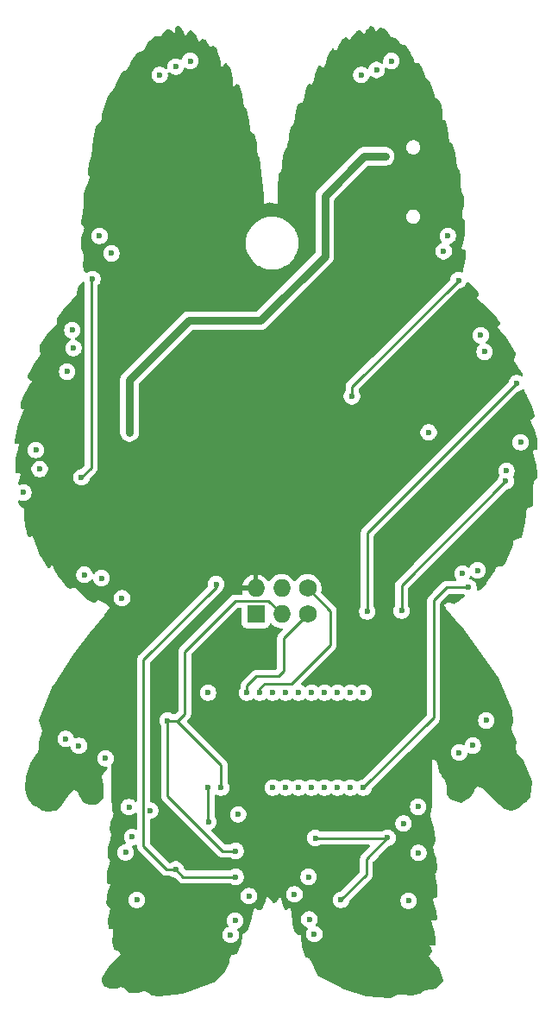
<source format=gbr>
%TF.GenerationSoftware,KiCad,Pcbnew,9.0.3*%
%TF.CreationDate,2025-07-31T13:15:59-07:00*%
%TF.ProjectId,dc-labubu-protype-ver-2.0,64632d6c-6162-4756-9275-2d70726f7479,rev?*%
%TF.SameCoordinates,Original*%
%TF.FileFunction,Copper,L3,Inr*%
%TF.FilePolarity,Positive*%
%FSLAX46Y46*%
G04 Gerber Fmt 4.6, Leading zero omitted, Abs format (unit mm)*
G04 Created by KiCad (PCBNEW 9.0.3) date 2025-07-31 13:15:59*
%MOMM*%
%LPD*%
G01*
G04 APERTURE LIST*
%TA.AperFunction,ComponentPad*%
%ADD10O,1.727200X1.727200*%
%TD*%
%TA.AperFunction,ComponentPad*%
%ADD11R,1.727200X1.727200*%
%TD*%
%TA.AperFunction,ComponentPad*%
%ADD12C,1.727200*%
%TD*%
%TA.AperFunction,ViaPad*%
%ADD13C,0.600000*%
%TD*%
%TA.AperFunction,Conductor*%
%ADD14C,0.800000*%
%TD*%
%TA.AperFunction,Conductor*%
%ADD15C,0.250000*%
%TD*%
G04 APERTURE END LIST*
D10*
%TO.N,+3V3*%
%TO.C,X1*%
X146685695Y-91138950D03*
D11*
%TO.N,GND*%
X146685695Y-93678950D03*
D10*
%TO.N,MOSI*%
X149225695Y-91138950D03*
%TO.N,SCL*%
X149225695Y-93678950D03*
D12*
%TO.N,/GPIO1*%
X151765695Y-91138950D03*
%TO.N,/GPIO2*%
X151765695Y-93678950D03*
%TD*%
D13*
%TO.N,GND*%
X167998811Y-106561997D03*
X144651597Y-123723487D03*
X128798406Y-67579922D03*
X151944391Y-123621928D03*
X144954017Y-113300408D03*
X131541771Y-90144458D03*
X165125941Y-58089933D03*
X142008851Y-101383488D03*
X161187478Y-114218639D03*
X134560770Y-115536094D03*
X171295733Y-79631349D03*
X151876972Y-119441613D03*
X161685870Y-121783533D03*
X129324206Y-106588577D03*
X125476060Y-79440780D03*
X158540350Y-40316118D03*
X169149869Y-67955408D03*
X163656207Y-75854429D03*
X166967534Y-89695423D03*
X132509496Y-58294439D03*
X138821461Y-39980686D03*
%TO.N,/BAT+*%
X134296207Y-75854429D03*
X159397664Y-48791651D03*
%TO.N,+3V3*%
X148072389Y-113307035D03*
X144701966Y-115631621D03*
X159625926Y-118708387D03*
X158417484Y-121771906D03*
X159397664Y-51291660D03*
X138834122Y-115616211D03*
X138042318Y-101011410D03*
X147848209Y-98260301D03*
%TO.N,Net-(D1-A)*%
X172682943Y-76831118D03*
%TO.N,Net-(D2-A)*%
X128032665Y-105909721D03*
%TO.N,Net-(D3-A)*%
X168766356Y-66337543D03*
%TO.N,Net-(D4-A)*%
X129866322Y-89810069D03*
%TO.N,Net-(D5-A)*%
X165540898Y-56574367D03*
%TO.N,Net-(D6-A)*%
X133909533Y-117032977D03*
%TO.N,Net-(D7-A)*%
X160013271Y-39429180D03*
%TO.N,Net-(D8-A)*%
X144221303Y-125129358D03*
%TO.N,Net-(D9-A)*%
X140250427Y-39430911D03*
%TO.N,Net-(D10-A)*%
X152432834Y-125059452D03*
%TO.N,Net-(D11-A)*%
X131346630Y-56585680D03*
%TO.N,Net-(D12-A)*%
X162665712Y-117081982D03*
%TO.N,Net-(D13-A)*%
X128668524Y-65832928D03*
%TO.N,Net-(D14-A)*%
X166653540Y-107246436D03*
%TO.N,Net-(D15-A)*%
X125098072Y-77587743D03*
%TO.N,Net-(D16-A)*%
X168450819Y-89379287D03*
%TO.N,MOSI*%
X142019678Y-110683492D03*
X138834116Y-118716209D03*
X142028238Y-114018769D03*
X144701968Y-119441619D03*
X142788846Y-90746844D03*
%TO.N,SCL*%
X143289675Y-110683489D03*
X144701970Y-116901620D03*
X135009671Y-121697598D03*
X136333903Y-112931760D03*
X138042324Y-104111408D03*
%TO.N,RESET*%
X152536947Y-115631615D03*
X159625932Y-115608389D03*
X155055968Y-121700457D03*
%TO.N,/GPA7*%
X171222579Y-80633898D03*
X157259673Y-101383492D03*
X160999795Y-93335911D03*
%TO.N,/GPB7*%
X131940048Y-107809577D03*
X148369672Y-110683488D03*
%TO.N,/GPA6*%
X172300910Y-71022154D03*
X155989666Y-101383488D03*
X157638413Y-93414421D03*
%TO.N,/GPB6*%
X149639675Y-110683492D03*
X133551527Y-92123758D03*
%TO.N,/GPA5*%
X154719669Y-101383491D03*
X166593391Y-60932848D03*
X156125190Y-72318457D03*
%TO.N,/GPB5*%
X134242944Y-112610030D03*
X150909676Y-110683488D03*
%TO.N,/GPA4*%
X153449673Y-101383491D03*
X157036587Y-40804180D03*
%TO.N,/GPB4*%
X152179668Y-110683490D03*
X146020119Y-121327834D03*
%TO.N,/GPA3*%
X137249067Y-40805911D03*
X152179674Y-101383490D03*
%TO.N,/GPB3*%
X150478804Y-121150083D03*
X153449672Y-110683492D03*
%TO.N,/GPA2*%
X129576768Y-80269316D03*
X150909669Y-101383486D03*
X130658135Y-60810466D03*
%TO.N,/GPB2*%
X162626756Y-112573823D03*
X154719675Y-110683488D03*
%TO.N,/GPA1*%
X149639672Y-101383492D03*
X128170924Y-69903066D03*
%TO.N,/GPB1*%
X155989673Y-110683487D03*
X169319934Y-104108332D03*
%TO.N,/GPA0*%
X148369669Y-101383488D03*
X123875855Y-81747052D03*
%TO.N,/GPB0*%
X167578737Y-91053580D03*
X157259673Y-110683492D03*
%TO.N,/GPIO2*%
X145829676Y-101383490D03*
%TO.N,/GPIO1*%
X147099668Y-101383492D03*
%TD*%
D14*
%TO.N,/BAT+*%
X147145054Y-64892313D02*
X140086161Y-64892313D01*
X157318939Y-48791651D02*
X153469820Y-52640770D01*
X153469820Y-52640770D02*
X153469820Y-58567547D01*
X140086161Y-64892313D02*
X134296207Y-70682267D01*
X153469820Y-58567547D02*
X147145054Y-64892313D01*
X134296207Y-70682267D02*
X134296207Y-75854429D01*
X159397664Y-48791651D02*
X157318939Y-48791651D01*
D15*
%TO.N,MOSI*%
X139559526Y-119441619D02*
X138834116Y-118716209D01*
X142788846Y-91024150D02*
X142788846Y-90746844D01*
X142019678Y-110683492D02*
X142019678Y-114010209D01*
X135658903Y-116415996D02*
X135658903Y-98154093D01*
X138834116Y-118716209D02*
X137959116Y-118716209D01*
X137959116Y-118716209D02*
X135658903Y-116415996D01*
X142019678Y-114010209D02*
X142028238Y-114018769D01*
X144701968Y-119441619D02*
X139559526Y-119441619D01*
X135658903Y-98154093D02*
X142788846Y-91024150D01*
%TO.N,SCL*%
X147935054Y-92388309D02*
X149225695Y-93678950D01*
X143289675Y-108481833D02*
X143289675Y-110683489D01*
X138042324Y-104111408D02*
X138919250Y-104111408D01*
X144662148Y-92388309D02*
X147935054Y-92388309D01*
X139709429Y-97341028D02*
X144662148Y-92388309D01*
X138042324Y-104111408D02*
X138042324Y-111516762D01*
X139709429Y-103439650D02*
X139709429Y-97341028D01*
X138042324Y-104111408D02*
X139037671Y-104111408D01*
X143427182Y-116901620D02*
X144701970Y-116901620D01*
X139037671Y-104111408D02*
X139709429Y-103439650D01*
X138919250Y-104111408D02*
X143289675Y-108481833D01*
X138042324Y-111516762D02*
X143427182Y-116901620D01*
%TO.N,RESET*%
X155055968Y-121700457D02*
X157542360Y-119214065D01*
X157542360Y-117691961D02*
X159625932Y-115608389D01*
X159602706Y-115631615D02*
X159625932Y-115608389D01*
X152536947Y-115631615D02*
X159602706Y-115631615D01*
X157542360Y-119214065D02*
X157542360Y-117691961D01*
%TO.N,/GPA7*%
X160999795Y-90856682D02*
X160999795Y-93335911D01*
X171222579Y-80633898D02*
X160999795Y-90856682D01*
%TO.N,/GPA6*%
X157638413Y-85684651D02*
X157638413Y-93414421D01*
X172300910Y-71022154D02*
X157638413Y-85684651D01*
%TO.N,/GPA5*%
X156125190Y-72318457D02*
X156125190Y-71401049D01*
X156125190Y-71401049D02*
X166593391Y-60932848D01*
%TO.N,/GPA2*%
X130516819Y-60951782D02*
X130516819Y-79329265D01*
X130516819Y-79329265D02*
X129576768Y-80269316D01*
X130658135Y-60810466D02*
X130516819Y-60951782D01*
%TO.N,/GPB0*%
X164149695Y-103793470D02*
X164149695Y-92325765D01*
X157259673Y-110683492D02*
X164149695Y-103793470D01*
X164149695Y-92325765D02*
X165421880Y-91053580D01*
X165421880Y-91053580D02*
X167578737Y-91053580D01*
%TO.N,/GPIO2*%
X149425519Y-99243252D02*
X149425519Y-96019126D01*
X146738487Y-99783935D02*
X148884836Y-99783935D01*
X145829676Y-101383490D02*
X145829676Y-100692746D01*
X149425519Y-96019126D02*
X151765695Y-93678950D01*
X145829676Y-100692746D02*
X146738487Y-99783935D01*
X148884836Y-99783935D02*
X149425519Y-99243252D01*
%TO.N,/GPIO1*%
X153994947Y-93368202D02*
X151765695Y-91138950D01*
X147099668Y-101383492D02*
X147099668Y-100946498D01*
X147099668Y-100946498D02*
X147541320Y-100504846D01*
X153994947Y-96705481D02*
X153994947Y-93368202D01*
X147541320Y-100504846D02*
X150195582Y-100504846D01*
X150195582Y-100504846D02*
X153994947Y-96705481D01*
%TD*%
%TA.AperFunction,Conductor*%
%TO.N,+3V3*%
G36*
X139134656Y-35995108D02*
G01*
X139173083Y-36018867D01*
X139456959Y-36276513D01*
X139486497Y-36316999D01*
X139614738Y-36598989D01*
X139618493Y-36608213D01*
X139717266Y-36881789D01*
X139741126Y-36947871D01*
X139745423Y-36965549D01*
X139748096Y-36967177D01*
X139749159Y-36970119D01*
X139759555Y-36974999D01*
X139771347Y-36981334D01*
X139781156Y-36987307D01*
X139781158Y-36987306D01*
X139786406Y-36988122D01*
X139787027Y-36987897D01*
X139787029Y-36987898D01*
X139795273Y-36984920D01*
X139797825Y-36984000D01*
X139797830Y-36983998D01*
X139804134Y-36981721D01*
X139821808Y-36977426D01*
X139823435Y-36974752D01*
X139826376Y-36973691D01*
X139826376Y-36973690D01*
X139826378Y-36973690D01*
X139831262Y-36963285D01*
X139837576Y-36951528D01*
X139963900Y-36744071D01*
X139963922Y-36744066D01*
X139974412Y-36726808D01*
X139985647Y-36708358D01*
X139985646Y-36708357D01*
X139998656Y-36686992D01*
X139998717Y-36686823D01*
X140056155Y-36592331D01*
X140063685Y-36581326D01*
X140170332Y-36442208D01*
X140187941Y-36429337D01*
X140202320Y-36412941D01*
X140223248Y-36403532D01*
X140226740Y-36400980D01*
X140234494Y-36398474D01*
X140264694Y-36389800D01*
X140334561Y-36390212D01*
X140391183Y-36426130D01*
X140769674Y-36847602D01*
X140787361Y-36873114D01*
X140995844Y-37272874D01*
X140996341Y-37274542D01*
X141016437Y-37312368D01*
X141016878Y-37313206D01*
X141036862Y-37351524D01*
X141037961Y-37352881D01*
X141153088Y-37569573D01*
X141153089Y-37569573D01*
X141154394Y-37572030D01*
X141162900Y-37589908D01*
X141164123Y-37590342D01*
X141164734Y-37591491D01*
X141181043Y-37596482D01*
X141181085Y-37596495D01*
X141183692Y-37597294D01*
X141202322Y-37603913D01*
X141203485Y-37603358D01*
X141204727Y-37603739D01*
X141204735Y-37603734D01*
X141204737Y-37603735D01*
X141219811Y-37595725D01*
X141224699Y-37593267D01*
X141231759Y-37589908D01*
X141240100Y-37585940D01*
X141240101Y-37585936D01*
X141241646Y-37584223D01*
X141241681Y-37584106D01*
X141241683Y-37584106D01*
X141246684Y-37567762D01*
X141248389Y-37562604D01*
X141333902Y-37321894D01*
X141374891Y-37265315D01*
X141439965Y-37239877D01*
X141492868Y-37246781D01*
X141730443Y-37332587D01*
X141786810Y-37373874D01*
X141794422Y-37385038D01*
X141903371Y-37565164D01*
X142027740Y-37770783D01*
X142027678Y-37771049D01*
X142038530Y-37788622D01*
X142038833Y-37789122D01*
X142038833Y-37789124D01*
X142060904Y-37825614D01*
X142062324Y-37827153D01*
X142166098Y-37995196D01*
X142201902Y-38053175D01*
X142201735Y-38058960D01*
X142212559Y-38070432D01*
X142219197Y-38081181D01*
X142220844Y-38083848D01*
X142224982Y-38086833D01*
X142225228Y-38087048D01*
X142225776Y-38087294D01*
X142225780Y-38087296D01*
X142230444Y-38089388D01*
X142230445Y-38089388D01*
X142230446Y-38089389D01*
X142233575Y-38089479D01*
X142258516Y-38092756D01*
X142258962Y-38092861D01*
X142261557Y-38093475D01*
X142261559Y-38093473D01*
X142266579Y-38092661D01*
X142267211Y-38092558D01*
X142267502Y-38092415D01*
X142272262Y-38090603D01*
X142272262Y-38090602D01*
X142272264Y-38090603D01*
X142283736Y-38079778D01*
X142297153Y-38071493D01*
X142298484Y-38065862D01*
X142437078Y-37935090D01*
X142499346Y-37903402D01*
X142568863Y-37910407D01*
X142604242Y-37932325D01*
X142768452Y-38077297D01*
X142802905Y-38127839D01*
X143123946Y-39009796D01*
X143129627Y-39031163D01*
X143249301Y-39725953D01*
X143250254Y-39731483D01*
X143253404Y-39749770D01*
X143253181Y-39750096D01*
X143256945Y-39770325D01*
X143257094Y-39771192D01*
X143257094Y-39771193D01*
X143257095Y-39771195D01*
X143264099Y-39811859D01*
X143265192Y-39814645D01*
X143310905Y-40060314D01*
X143315982Y-40087595D01*
X143314395Y-40090620D01*
X143319730Y-40107739D01*
X143321072Y-40114951D01*
X143323271Y-40126771D01*
X143325577Y-40129895D01*
X143326841Y-40130558D01*
X143326842Y-40130560D01*
X143336232Y-40135488D01*
X143348751Y-40143032D01*
X143357505Y-40149040D01*
X143363141Y-40150233D01*
X143363885Y-40150001D01*
X143363887Y-40150002D01*
X143381008Y-40144666D01*
X143398635Y-40141386D01*
X143400566Y-40138571D01*
X143403827Y-40137555D01*
X143408749Y-40128173D01*
X143416315Y-40115622D01*
X143421077Y-40108684D01*
X143422307Y-40106892D01*
X143422306Y-40106891D01*
X143425167Y-40102724D01*
X143431882Y-40084093D01*
X143624037Y-39717952D01*
X143672621Y-39667739D01*
X143740639Y-39651763D01*
X143806498Y-39675096D01*
X143821092Y-39687472D01*
X144111644Y-39975250D01*
X144131701Y-39995115D01*
X144164545Y-40052375D01*
X144341935Y-40743189D01*
X144344643Y-40756905D01*
X144412959Y-41246824D01*
X144414064Y-41259411D01*
X144427327Y-41621600D01*
X144428144Y-41643922D01*
X144426616Y-41645879D01*
X144428896Y-41664477D01*
X144429091Y-41669783D01*
X144429092Y-41669786D01*
X144429914Y-41692234D01*
X144434126Y-41707120D01*
X144454436Y-41872715D01*
X144454435Y-41872715D01*
X144455841Y-41884179D01*
X144454811Y-41900355D01*
X144458314Y-41904334D01*
X144458960Y-41909600D01*
X144458961Y-41909601D01*
X144471737Y-41919586D01*
X144482452Y-41931759D01*
X144487745Y-41932096D01*
X144491924Y-41935362D01*
X144496554Y-41934793D01*
X144496564Y-41934793D01*
X144508026Y-41933387D01*
X144524203Y-41934419D01*
X144528181Y-41930916D01*
X144533442Y-41930271D01*
X144533445Y-41930269D01*
X144533449Y-41930269D01*
X144536324Y-41926589D01*
X144552092Y-41909869D01*
X144769456Y-41718548D01*
X144774891Y-41715296D01*
X144777113Y-41712332D01*
X144808095Y-41695431D01*
X144827203Y-41688312D01*
X144896897Y-41683358D01*
X144956467Y-41715162D01*
X145102812Y-41855985D01*
X145135789Y-41910330D01*
X145371877Y-42712585D01*
X145376000Y-42732503D01*
X145460863Y-43424755D01*
X145460862Y-43424755D01*
X145463570Y-43446850D01*
X145462151Y-43449051D01*
X145466072Y-43467257D01*
X145466754Y-43472814D01*
X145466756Y-43472822D01*
X145469361Y-43494069D01*
X145475098Y-43509152D01*
X145554940Y-43879766D01*
X145557750Y-43892813D01*
X145557717Y-43908295D01*
X145562016Y-43912613D01*
X145563300Y-43918571D01*
X145563300Y-43918572D01*
X145563301Y-43918574D01*
X145565101Y-43919736D01*
X145585725Y-43936427D01*
X145788650Y-44140251D01*
X145821606Y-44199885D01*
X146070422Y-45279310D01*
X146073448Y-45301211D01*
X146108695Y-46034725D01*
X146108695Y-46034726D01*
X146109771Y-46057135D01*
X146107097Y-46061385D01*
X146110746Y-46077442D01*
X146111270Y-46088337D01*
X146111271Y-46088340D01*
X146111541Y-46093974D01*
X146120228Y-46119160D01*
X146165583Y-46318702D01*
X146170567Y-46340631D01*
X146169517Y-46342629D01*
X146175137Y-46360736D01*
X146176202Y-46365421D01*
X146179420Y-46379579D01*
X146181918Y-46382582D01*
X146181919Y-46382583D01*
X146194448Y-46389176D01*
X146202760Y-46393971D01*
X146223286Y-46406893D01*
X146236852Y-46411490D01*
X146475560Y-46537109D01*
X146525719Y-46585749D01*
X146536902Y-46612290D01*
X146792726Y-47494018D01*
X146797449Y-47521737D01*
X146835926Y-48218907D01*
X146835925Y-48218907D01*
X146837150Y-48241097D01*
X146835555Y-48243251D01*
X146838283Y-48261623D01*
X146838600Y-48267351D01*
X146839754Y-48288268D01*
X146844575Y-48303979D01*
X146890349Y-48612133D01*
X146890826Y-48615341D01*
X146893455Y-48633039D01*
X146891128Y-48645129D01*
X146896409Y-48652927D01*
X146897793Y-48662244D01*
X146901229Y-48667975D01*
X146919531Y-48687076D01*
X147051985Y-48882690D01*
X147072324Y-48936618D01*
X147354532Y-51162508D01*
X147355261Y-51170139D01*
X147447274Y-52599616D01*
X147447274Y-52599617D01*
X147448835Y-52623886D01*
X147448676Y-52624072D01*
X147450166Y-52644572D01*
X147450206Y-52645182D01*
X147452966Y-52688018D01*
X147453460Y-52689840D01*
X147501423Y-53349122D01*
X147503256Y-53374316D01*
X147503374Y-53375932D01*
X147499915Y-53385284D01*
X147504831Y-53395974D01*
X147505686Y-53407715D01*
X147513230Y-53414236D01*
X147517396Y-53423293D01*
X147528431Y-53427375D01*
X147537336Y-53435073D01*
X147537337Y-53435073D01*
X147547281Y-53434349D01*
X147556632Y-53437809D01*
X147567325Y-53432891D01*
X147579063Y-53432037D01*
X147579063Y-53432036D01*
X147579065Y-53432036D01*
X147597031Y-53423014D01*
X147610006Y-53413261D01*
X147798813Y-53326428D01*
X147846779Y-53315145D01*
X148098077Y-53307358D01*
X148128404Y-53310160D01*
X148327025Y-53353593D01*
X148330953Y-53354520D01*
X148584799Y-53418927D01*
X148599260Y-53422596D01*
X148599332Y-53422630D01*
X148624106Y-53428907D01*
X148624107Y-53428908D01*
X148644480Y-53434070D01*
X148664643Y-53439186D01*
X148664651Y-53439181D01*
X148682046Y-53443588D01*
X148689227Y-53445408D01*
X148712007Y-53451180D01*
X148732622Y-53458387D01*
X148739843Y-53461650D01*
X148739845Y-53461652D01*
X148755269Y-53462142D01*
X148770230Y-53465933D01*
X148775511Y-53462785D01*
X148781655Y-53462981D01*
X148781655Y-53462980D01*
X148781660Y-53462981D01*
X148783085Y-53461642D01*
X148804491Y-53445524D01*
X148804686Y-53445408D01*
X148806172Y-53444523D01*
X148806173Y-53444518D01*
X148809722Y-53439761D01*
X148812164Y-53434356D01*
X148812167Y-53434354D01*
X148812229Y-53432385D01*
X148815965Y-53405873D01*
X148816448Y-53403968D01*
X148816446Y-53403965D01*
X148815305Y-53396126D01*
X148814074Y-53374324D01*
X148847486Y-52323370D01*
X148847492Y-52323370D01*
X148847487Y-52323318D01*
X148870427Y-51612403D01*
X148870592Y-51608856D01*
X148914189Y-50894184D01*
X148928806Y-50654578D01*
X148945036Y-50600393D01*
X149116879Y-50301064D01*
X149116880Y-50301064D01*
X149129765Y-50278618D01*
X149135582Y-50275457D01*
X149139830Y-50261087D01*
X149147078Y-50248463D01*
X149147079Y-50248460D01*
X149147297Y-50248081D01*
X149147296Y-50248078D01*
X149148838Y-50236143D01*
X149152904Y-50216867D01*
X149241108Y-49918559D01*
X149246425Y-49913536D01*
X149246831Y-49899203D01*
X149250897Y-49885454D01*
X149250895Y-49885451D01*
X149250896Y-49885451D01*
X149248870Y-49866270D01*
X149248234Y-49849728D01*
X149252396Y-49702985D01*
X149261170Y-49393621D01*
X149263333Y-49373827D01*
X149465600Y-48317789D01*
X149480571Y-48278138D01*
X149751599Y-47818493D01*
X149758196Y-47814692D01*
X149761843Y-47801120D01*
X149768982Y-47789014D01*
X149768981Y-47789011D01*
X149772207Y-47766134D01*
X149775240Y-47751271D01*
X149890764Y-47321438D01*
X149894009Y-47318888D01*
X149896063Y-47301724D01*
X149900552Y-47285023D01*
X149900551Y-47285022D01*
X149901222Y-47282530D01*
X149901097Y-47259659D01*
X149967929Y-46701266D01*
X149969426Y-46691854D01*
X150114249Y-45963460D01*
X150140548Y-45908332D01*
X150164325Y-45879756D01*
X150390703Y-45607679D01*
X150400868Y-45601928D01*
X150403555Y-45592233D01*
X150409991Y-45584499D01*
X150409990Y-45584496D01*
X150412786Y-45575499D01*
X150414985Y-45551005D01*
X150469781Y-45353352D01*
X150555510Y-45044124D01*
X150558284Y-45042085D01*
X150560984Y-45024380D01*
X150565768Y-45007126D01*
X150567091Y-45002355D01*
X150567380Y-44982442D01*
X150656520Y-44398024D01*
X150658210Y-44389134D01*
X150815338Y-43700727D01*
X150849446Y-43639752D01*
X150902140Y-43609101D01*
X151247356Y-43510402D01*
X151251950Y-43512012D01*
X151266926Y-43504807D01*
X151282902Y-43500240D01*
X151282903Y-43500237D01*
X151283357Y-43500108D01*
X151287000Y-43497826D01*
X151289494Y-43494320D01*
X151291649Y-43488169D01*
X151300273Y-43468958D01*
X151303213Y-43463666D01*
X151303212Y-43463665D01*
X151303435Y-43463265D01*
X151309247Y-43437946D01*
X151455129Y-43021605D01*
X151459293Y-43018580D01*
X151461850Y-43002422D01*
X151467261Y-42986982D01*
X151467258Y-42986977D01*
X151467224Y-42986338D01*
X151468556Y-42960057D01*
X151550043Y-42445289D01*
X151554767Y-42425816D01*
X151750637Y-41832708D01*
X151759297Y-41819449D01*
X151762839Y-41806505D01*
X151785447Y-41779412D01*
X151885333Y-41689562D01*
X151948337Y-41659365D01*
X152017668Y-41668023D01*
X152053362Y-41691570D01*
X152120765Y-41755183D01*
X152131967Y-41771170D01*
X152151592Y-41790201D01*
X152162113Y-41794206D01*
X152162114Y-41794207D01*
X152162114Y-41794206D01*
X152162115Y-41794207D01*
X152172628Y-41793902D01*
X152182402Y-41797777D01*
X152192706Y-41793321D01*
X152203932Y-41792997D01*
X152213502Y-41788704D01*
X152228640Y-41773095D01*
X152238372Y-41747533D01*
X152241754Y-41728311D01*
X152354879Y-41442900D01*
X152358941Y-41440256D01*
X152362379Y-41423978D01*
X152368509Y-41408514D01*
X152368508Y-41408512D01*
X152368699Y-41408031D01*
X152371190Y-41382262D01*
X152489809Y-40820733D01*
X152494063Y-40805487D01*
X152522328Y-40724545D01*
X156228087Y-40724545D01*
X156228087Y-40883814D01*
X156259155Y-41040003D01*
X156259157Y-41040011D01*
X156320104Y-41187149D01*
X156408582Y-41319567D01*
X156408588Y-41319574D01*
X156521192Y-41432178D01*
X156521199Y-41432184D01*
X156653617Y-41520662D01*
X156653618Y-41520662D01*
X156653619Y-41520663D01*
X156800756Y-41581610D01*
X156956952Y-41612679D01*
X156956956Y-41612680D01*
X156956957Y-41612680D01*
X157116218Y-41612680D01*
X157116219Y-41612679D01*
X157272418Y-41581610D01*
X157419555Y-41520663D01*
X157551976Y-41432183D01*
X157664590Y-41319569D01*
X157753070Y-41187148D01*
X157814017Y-41040011D01*
X157819665Y-41011614D01*
X157852047Y-40949705D01*
X157912762Y-40915129D01*
X157982532Y-40918867D01*
X158018959Y-40941820D01*
X158020246Y-40940252D01*
X158024962Y-40944122D01*
X158157380Y-41032600D01*
X158157381Y-41032600D01*
X158157382Y-41032601D01*
X158304519Y-41093548D01*
X158460715Y-41124617D01*
X158460719Y-41124618D01*
X158460720Y-41124618D01*
X158619981Y-41124618D01*
X158619982Y-41124617D01*
X158776181Y-41093548D01*
X158923318Y-41032601D01*
X159055739Y-40944121D01*
X159168353Y-40831507D01*
X159256833Y-40699086D01*
X159317780Y-40551949D01*
X159348850Y-40395748D01*
X159348850Y-40236488D01*
X159343276Y-40208465D01*
X159349503Y-40138873D01*
X159392366Y-40083696D01*
X159458255Y-40060451D01*
X159526252Y-40076519D01*
X159533769Y-40081162D01*
X159630303Y-40145663D01*
X159777440Y-40206610D01*
X159927638Y-40236486D01*
X159933636Y-40237679D01*
X159933640Y-40237680D01*
X159933641Y-40237680D01*
X160092902Y-40237680D01*
X160092903Y-40237679D01*
X160249102Y-40206610D01*
X160396239Y-40145663D01*
X160528660Y-40057183D01*
X160641274Y-39944569D01*
X160729754Y-39812148D01*
X160790701Y-39665011D01*
X160821771Y-39508810D01*
X160821771Y-39349550D01*
X160790701Y-39193349D01*
X160729754Y-39046212D01*
X160708373Y-39014213D01*
X160641275Y-38913792D01*
X160641269Y-38913785D01*
X160528665Y-38801181D01*
X160528658Y-38801175D01*
X160396240Y-38712697D01*
X160249102Y-38651750D01*
X160249094Y-38651748D01*
X160092905Y-38620680D01*
X160092901Y-38620680D01*
X159933641Y-38620680D01*
X159933636Y-38620680D01*
X159777447Y-38651748D01*
X159777439Y-38651750D01*
X159630301Y-38712697D01*
X159497883Y-38801175D01*
X159497876Y-38801181D01*
X159385272Y-38913785D01*
X159385266Y-38913792D01*
X159296788Y-39046210D01*
X159235841Y-39193348D01*
X159235839Y-39193356D01*
X159204771Y-39349545D01*
X159204771Y-39508810D01*
X159210345Y-39536835D01*
X159204116Y-39606426D01*
X159161252Y-39661603D01*
X159095362Y-39684846D01*
X159027365Y-39668777D01*
X159019843Y-39664130D01*
X158966264Y-39628330D01*
X158923317Y-39599634D01*
X158776181Y-39538688D01*
X158776173Y-39538686D01*
X158619984Y-39507618D01*
X158619980Y-39507618D01*
X158460720Y-39507618D01*
X158460715Y-39507618D01*
X158304526Y-39538686D01*
X158304518Y-39538688D01*
X158157380Y-39599635D01*
X158024962Y-39688113D01*
X158024955Y-39688119D01*
X157912351Y-39800723D01*
X157912345Y-39800730D01*
X157823867Y-39933148D01*
X157762920Y-40080286D01*
X157762918Y-40080292D01*
X157757271Y-40108684D01*
X157724886Y-40170595D01*
X157664170Y-40205169D01*
X157594400Y-40201429D01*
X157557977Y-40178477D01*
X157556691Y-40180046D01*
X157551974Y-40176175D01*
X157419556Y-40087697D01*
X157272418Y-40026750D01*
X157272410Y-40026748D01*
X157116221Y-39995680D01*
X157116217Y-39995680D01*
X156956957Y-39995680D01*
X156956952Y-39995680D01*
X156800763Y-40026748D01*
X156800755Y-40026750D01*
X156653617Y-40087697D01*
X156521199Y-40176175D01*
X156521192Y-40176181D01*
X156408588Y-40288785D01*
X156408582Y-40288792D01*
X156320104Y-40421210D01*
X156259157Y-40568348D01*
X156259155Y-40568356D01*
X156228087Y-40724545D01*
X152522328Y-40724545D01*
X152793494Y-39948013D01*
X152834179Y-39891214D01*
X152899115Y-39865425D01*
X152967685Y-39878838D01*
X152972069Y-39881227D01*
X153274292Y-40053878D01*
X153274293Y-40053878D01*
X153293550Y-40064879D01*
X153294535Y-40067478D01*
X153311402Y-40075077D01*
X153327464Y-40084253D01*
X153327465Y-40084252D01*
X153327926Y-40084516D01*
X153332675Y-40084661D01*
X153332678Y-40084663D01*
X153344432Y-40080210D01*
X153355698Y-40076549D01*
X153367824Y-40073241D01*
X153367826Y-40073236D01*
X153371583Y-40070327D01*
X153371801Y-40069844D01*
X153376960Y-40058391D01*
X153382348Y-40047816D01*
X153384170Y-40044627D01*
X153388576Y-40036915D01*
X153388575Y-40036914D01*
X153392371Y-40030271D01*
X153396955Y-40014010D01*
X153550973Y-39672164D01*
X153554472Y-39670251D01*
X153559366Y-39653536D01*
X153566521Y-39637657D01*
X153566520Y-39637655D01*
X153567769Y-39634885D01*
X153571266Y-39612897D01*
X153703316Y-39161954D01*
X153706592Y-39152270D01*
X153919535Y-38599403D01*
X153932168Y-38575050D01*
X154144499Y-38257538D01*
X154166084Y-38239514D01*
X154185477Y-38219139D01*
X154192544Y-38217417D01*
X154198127Y-38212756D01*
X154226035Y-38209261D01*
X154253363Y-38202606D01*
X154260238Y-38204978D01*
X154267455Y-38204075D01*
X154292821Y-38216223D01*
X154319410Y-38225399D01*
X154326933Y-38232559D01*
X154330471Y-38234254D01*
X154344975Y-38249732D01*
X154429021Y-38356409D01*
X154434619Y-38368616D01*
X154435623Y-38367951D01*
X154451580Y-38392026D01*
X154464410Y-38403935D01*
X154468088Y-38405996D01*
X154476729Y-38407021D01*
X154483946Y-38411883D01*
X154496715Y-38409393D01*
X154509633Y-38410926D01*
X154509634Y-38410925D01*
X154532342Y-38404528D01*
X154545907Y-38399800D01*
X154571249Y-38394858D01*
X154592010Y-38392603D01*
X154601684Y-38392371D01*
X154601689Y-38392373D01*
X154602871Y-38391849D01*
X154629315Y-38383537D01*
X154630577Y-38383291D01*
X154630579Y-38383287D01*
X154635704Y-38379892D01*
X154639943Y-38375445D01*
X154639943Y-38375444D01*
X154639946Y-38375443D01*
X154640409Y-38374243D01*
X154653237Y-38349653D01*
X154653951Y-38348594D01*
X154653950Y-38348590D01*
X154655876Y-38339100D01*
X154661735Y-38319056D01*
X154732466Y-38136033D01*
X154733575Y-38135486D01*
X154739947Y-38116675D01*
X154747101Y-38098164D01*
X154747100Y-38098163D01*
X154752793Y-38083433D01*
X154754090Y-38074922D01*
X154802244Y-37932777D01*
X154805965Y-37930133D01*
X154808781Y-37913478D01*
X154814202Y-37897478D01*
X154814200Y-37897475D01*
X154814610Y-37896268D01*
X154815864Y-37871598D01*
X154817696Y-37860767D01*
X154822199Y-37834138D01*
X154840520Y-37787203D01*
X154981822Y-37570017D01*
X154986687Y-37563075D01*
X155189316Y-37294106D01*
X155225202Y-37262008D01*
X155231203Y-37258457D01*
X155417451Y-37148236D01*
X155451152Y-37128292D01*
X155475012Y-37122230D01*
X155497478Y-37112152D01*
X155508280Y-37113779D01*
X155518870Y-37111089D01*
X155542224Y-37118891D01*
X155566569Y-37122558D01*
X155580613Y-37131716D01*
X155585140Y-37133229D01*
X155596132Y-37141837D01*
X155782311Y-37305355D01*
X155782722Y-37305718D01*
X155853997Y-37368878D01*
X155873480Y-37391000D01*
X155879463Y-37394917D01*
X155885877Y-37397131D01*
X155885878Y-37397130D01*
X155885880Y-37397132D01*
X155900498Y-37396249D01*
X155914885Y-37398971D01*
X155920661Y-37395032D01*
X155927640Y-37394611D01*
X155937352Y-37383650D01*
X155949449Y-37375402D01*
X155950748Y-37368533D01*
X155955386Y-37363300D01*
X155955385Y-37363298D01*
X155955501Y-37362965D01*
X155957365Y-37333548D01*
X155973937Y-37245934D01*
X156002138Y-37187696D01*
X156540771Y-36567290D01*
X156574275Y-36540139D01*
X156578878Y-36537587D01*
X156811354Y-36408682D01*
X156827787Y-36404996D01*
X156842383Y-36396591D01*
X156861173Y-36397506D01*
X156879530Y-36393389D01*
X156895820Y-36399195D01*
X156912170Y-36399993D01*
X156943522Y-36416199D01*
X156984881Y-36445720D01*
X156986874Y-36447142D01*
X157016699Y-36477360D01*
X157101215Y-36599111D01*
X157106397Y-36612931D01*
X157108846Y-36611630D01*
X157121229Y-36634926D01*
X157137686Y-36652803D01*
X157139131Y-36653731D01*
X157139132Y-36653733D01*
X157139133Y-36653733D01*
X157159881Y-36667068D01*
X157159884Y-36667069D01*
X157171726Y-36675709D01*
X157308236Y-36788265D01*
X157313672Y-36798132D01*
X157323737Y-36801046D01*
X157331824Y-36807714D01*
X157331824Y-36807713D01*
X157331825Y-36807714D01*
X157343040Y-36806635D01*
X157353858Y-36809768D01*
X157363034Y-36804712D01*
X157367984Y-36804236D01*
X157373467Y-36803709D01*
X157380633Y-36795017D01*
X157390500Y-36789582D01*
X157393414Y-36779516D01*
X157400082Y-36771430D01*
X157400081Y-36771425D01*
X157403455Y-36760397D01*
X157405594Y-36737451D01*
X157447463Y-36592856D01*
X157461516Y-36561470D01*
X157594601Y-36349269D01*
X157606832Y-36332932D01*
X157780775Y-36136655D01*
X157801471Y-36118019D01*
X157921488Y-36032248D01*
X157987473Y-36009286D01*
X158038726Y-36017644D01*
X158137875Y-36056401D01*
X158183048Y-36086930D01*
X158285000Y-36195312D01*
X158310058Y-36234841D01*
X158392223Y-36443503D01*
X158392650Y-36455739D01*
X158399590Y-36462212D01*
X158403067Y-36471041D01*
X158403068Y-36471042D01*
X158407895Y-36476042D01*
X158416733Y-36481838D01*
X158423243Y-36484272D01*
X158423244Y-36484273D01*
X158423244Y-36484272D01*
X158432043Y-36487563D01*
X158441429Y-36487727D01*
X158441430Y-36487728D01*
X158441430Y-36487727D01*
X158448386Y-36487850D01*
X158474113Y-36482500D01*
X158548596Y-36479905D01*
X158548834Y-36479897D01*
X158568865Y-36479902D01*
X158569583Y-36479182D01*
X158570613Y-36479147D01*
X158570621Y-36479138D01*
X158570623Y-36479138D01*
X158582836Y-36466041D01*
X158585817Y-36462955D01*
X158846136Y-36202757D01*
X158907466Y-36169287D01*
X158977156Y-36174287D01*
X158982044Y-36176231D01*
X159450336Y-36374044D01*
X159504431Y-36418263D01*
X159506852Y-36421941D01*
X159815847Y-36910005D01*
X159815848Y-36910005D01*
X159831586Y-36934864D01*
X159832465Y-36943757D01*
X159842348Y-36951863D01*
X159849186Y-36962663D01*
X159869352Y-36976867D01*
X159868880Y-36977536D01*
X159880654Y-36983280D01*
X159975957Y-37061445D01*
X160025938Y-37102438D01*
X160025939Y-37102439D01*
X160035131Y-37109978D01*
X160045397Y-37122348D01*
X160050826Y-37122851D01*
X160055044Y-37126311D01*
X160055047Y-37126312D01*
X160055048Y-37126313D01*
X160059217Y-37125900D01*
X160082880Y-37125832D01*
X160291991Y-37145270D01*
X160350369Y-37166289D01*
X160552087Y-37303848D01*
X160582319Y-37333102D01*
X160748278Y-37560063D01*
X160755232Y-37569573D01*
X160761330Y-37577912D01*
X160761359Y-37582508D01*
X160773359Y-37594363D01*
X160779228Y-37602389D01*
X160779230Y-37602391D01*
X160784024Y-37608947D01*
X160803582Y-37624220D01*
X160990399Y-37808770D01*
X160995811Y-37814116D01*
X161009218Y-37828635D01*
X161010561Y-37828688D01*
X161011520Y-37829635D01*
X161028466Y-37829531D01*
X161034125Y-37829626D01*
X161255155Y-37838431D01*
X161321355Y-37860767D01*
X161351429Y-37890694D01*
X161843927Y-38586524D01*
X161898055Y-38662999D01*
X161910829Y-38685821D01*
X162181226Y-39317228D01*
X162181227Y-39317229D01*
X162186252Y-39328964D01*
X162190108Y-39337967D01*
X162189459Y-39340016D01*
X162198223Y-39356918D01*
X162200025Y-39361126D01*
X162209916Y-39384221D01*
X162218120Y-39395289D01*
X162340534Y-39631361D01*
X162340535Y-39631361D01*
X162343055Y-39636221D01*
X162350162Y-39653503D01*
X162352528Y-39654490D01*
X162353709Y-39656767D01*
X162359901Y-39658730D01*
X162366298Y-39660758D01*
X162376577Y-39664523D01*
X162388771Y-39669611D01*
X162388775Y-39669609D01*
X162393180Y-39669620D01*
X162393586Y-39669409D01*
X162393588Y-39669410D01*
X162405319Y-39663326D01*
X162415221Y-39658733D01*
X162542419Y-39606426D01*
X162614690Y-39576706D01*
X162684178Y-39569415D01*
X162746577Y-39600849D01*
X162768619Y-39628330D01*
X162999547Y-40019332D01*
X163010888Y-40044627D01*
X163195897Y-40623278D01*
X163202724Y-40644632D01*
X163201817Y-40646812D01*
X163208997Y-40664253D01*
X163210531Y-40669049D01*
X163217666Y-40691364D01*
X163225384Y-40704054D01*
X163398537Y-41124618D01*
X163413000Y-41159745D01*
X163415659Y-41174929D01*
X163420712Y-41178476D01*
X163423062Y-41184183D01*
X163423063Y-41184183D01*
X163423064Y-41184184D01*
X163424801Y-41184908D01*
X163448348Y-41197877D01*
X163709039Y-41380879D01*
X163752598Y-41435508D01*
X163752972Y-41436434D01*
X164085264Y-42269630D01*
X164090584Y-42286304D01*
X164235556Y-42883304D01*
X164240730Y-42904612D01*
X164239276Y-42907827D01*
X164245559Y-42924500D01*
X164247348Y-42931865D01*
X164250862Y-42946331D01*
X164260518Y-42964190D01*
X164297840Y-43063215D01*
X164308093Y-43090419D01*
X164307187Y-43099450D01*
X164315187Y-43109238D01*
X164319647Y-43121070D01*
X164327917Y-43124812D01*
X164333662Y-43131841D01*
X164346242Y-43133105D01*
X164357762Y-43138318D01*
X164357764Y-43138317D01*
X164382415Y-43139112D01*
X164382396Y-43139697D01*
X164395183Y-43138023D01*
X164504282Y-43148987D01*
X164569016Y-43175275D01*
X164582733Y-43187973D01*
X164729858Y-43346376D01*
X164744927Y-43362600D01*
X164770711Y-43404901D01*
X164903912Y-43774065D01*
X164909323Y-43794251D01*
X165006973Y-44338465D01*
X165008828Y-44355530D01*
X165024947Y-44768587D01*
X165025850Y-44791739D01*
X165024949Y-44792814D01*
X165026657Y-44812422D01*
X165026773Y-44815392D01*
X165026774Y-44815397D01*
X165028003Y-44846885D01*
X165030469Y-44856182D01*
X165055126Y-45139171D01*
X165057157Y-45162485D01*
X165053944Y-45173409D01*
X165058901Y-45182497D01*
X165059800Y-45192815D01*
X165059801Y-45192817D01*
X165068523Y-45200141D01*
X165073975Y-45210137D01*
X165083904Y-45213057D01*
X165091836Y-45219718D01*
X165091839Y-45219720D01*
X165091841Y-45219719D01*
X165102213Y-45222994D01*
X165125634Y-45225334D01*
X165262213Y-45265514D01*
X165320970Y-45303317D01*
X165346116Y-45349281D01*
X165347712Y-45354673D01*
X165556310Y-46059504D01*
X165560797Y-46082403D01*
X165629500Y-46772111D01*
X165629500Y-46772112D01*
X165631816Y-46795371D01*
X165631116Y-46796302D01*
X165633869Y-46815984D01*
X165634108Y-46818380D01*
X165634116Y-46818449D01*
X165637457Y-46851981D01*
X165639992Y-46859748D01*
X165707738Y-47343907D01*
X165707737Y-47343907D01*
X165710773Y-47365605D01*
X165708847Y-47369058D01*
X165713604Y-47385838D01*
X165714785Y-47394275D01*
X165714787Y-47394281D01*
X165716165Y-47404129D01*
X165720258Y-47409305D01*
X165720259Y-47409307D01*
X165725910Y-47412461D01*
X165728048Y-47413655D01*
X165742296Y-47422944D01*
X165748692Y-47427770D01*
X165751936Y-47430217D01*
X165772472Y-47438452D01*
X166004051Y-47567721D01*
X166052994Y-47617585D01*
X166062382Y-47640361D01*
X166297958Y-48425578D01*
X166302645Y-48449615D01*
X166371488Y-49182550D01*
X166371487Y-49182550D01*
X166373605Y-49205091D01*
X166372428Y-49206735D01*
X166375535Y-49225629D01*
X166375938Y-49229913D01*
X166375938Y-49229916D01*
X166378384Y-49255959D01*
X166382567Y-49268384D01*
X166460381Y-49741479D01*
X166460380Y-49741479D01*
X166464405Y-49765948D01*
X166461922Y-49776474D01*
X166467665Y-49785765D01*
X166469439Y-49796548D01*
X166476893Y-49808551D01*
X166491267Y-49823949D01*
X166663828Y-50103110D01*
X166681109Y-50150799D01*
X166774706Y-50806963D01*
X166775855Y-50819633D01*
X166802396Y-51499144D01*
X166802395Y-51499144D01*
X166803307Y-51522516D01*
X166802556Y-51523398D01*
X166804117Y-51543236D01*
X166804214Y-51545716D01*
X166804215Y-51545718D01*
X166805532Y-51579417D01*
X166807585Y-51587289D01*
X166859297Y-52244135D01*
X166860566Y-52260262D01*
X166857990Y-52274359D01*
X166862150Y-52280381D01*
X166862725Y-52287680D01*
X166863142Y-52288497D01*
X166882815Y-52310291D01*
X166928051Y-52375765D01*
X167069007Y-52579788D01*
X167090918Y-52646133D01*
X167090957Y-52647537D01*
X167111381Y-53573384D01*
X167109487Y-53597880D01*
X166996384Y-54232379D01*
X166981958Y-54313307D01*
X166980320Y-54314636D01*
X166978335Y-54333629D01*
X166977548Y-54338046D01*
X166977546Y-54338048D01*
X166973084Y-54363087D01*
X166973844Y-54376617D01*
X166938872Y-54711412D01*
X166938873Y-54711413D01*
X166938766Y-54712438D01*
X166936320Y-54732847D01*
X166936597Y-54733200D01*
X166936551Y-54733646D01*
X166936564Y-54733662D01*
X166948899Y-54748876D01*
X166950018Y-54750277D01*
X167164232Y-55022835D01*
X167190180Y-55087705D01*
X167190701Y-55096438D01*
X167222911Y-56419397D01*
X167220102Y-56448831D01*
X167024031Y-57348078D01*
X167022754Y-57353372D01*
X166910979Y-57775924D01*
X166910979Y-57775925D01*
X166905991Y-57794783D01*
X166904847Y-57799106D01*
X166904345Y-57799412D01*
X166899519Y-57819244D01*
X166899194Y-57820474D01*
X166894290Y-57839013D01*
X166894453Y-57840061D01*
X166904453Y-57856490D01*
X166905719Y-57858618D01*
X166915331Y-57875145D01*
X166916180Y-57875792D01*
X166916205Y-57875798D01*
X166916206Y-57875799D01*
X166929941Y-57879140D01*
X166934862Y-57880338D01*
X166937213Y-57880934D01*
X166955777Y-57885845D01*
X166955777Y-57885844D01*
X166975267Y-57891000D01*
X166979623Y-57891226D01*
X167181480Y-57940334D01*
X167241965Y-57975308D01*
X167273941Y-58037432D01*
X167275481Y-58047799D01*
X167300744Y-58287054D01*
X167300939Y-58311104D01*
X167259042Y-58780305D01*
X167258047Y-58788413D01*
X167146514Y-59502442D01*
X167145128Y-59509837D01*
X167048704Y-59950054D01*
X167031331Y-60029367D01*
X167031032Y-60029565D01*
X167026870Y-60049726D01*
X167026701Y-60050502D01*
X167020908Y-60076954D01*
X166987338Y-60138231D01*
X166925968Y-60171630D01*
X166856283Y-60166548D01*
X166852327Y-60164988D01*
X166829226Y-60155419D01*
X166829214Y-60155416D01*
X166673025Y-60124348D01*
X166673021Y-60124348D01*
X166513761Y-60124348D01*
X166513756Y-60124348D01*
X166357567Y-60155416D01*
X166357559Y-60155418D01*
X166210421Y-60216365D01*
X166078003Y-60304843D01*
X166077996Y-60304849D01*
X165965392Y-60417453D01*
X165965386Y-60417460D01*
X165876908Y-60549878D01*
X165815961Y-60697016D01*
X165815959Y-60697024D01*
X165794159Y-60806620D01*
X165761774Y-60868531D01*
X165760223Y-60870110D01*
X158159540Y-68470795D01*
X155721357Y-70908978D01*
X155697516Y-70932819D01*
X155633117Y-70997217D01*
X155563793Y-71100967D01*
X155563788Y-71100976D01*
X155516035Y-71216263D01*
X155516033Y-71216271D01*
X155491690Y-71338650D01*
X155491690Y-71773679D01*
X155472005Y-71840718D01*
X155470793Y-71842569D01*
X155408706Y-71935490D01*
X155347760Y-72082625D01*
X155347758Y-72082633D01*
X155316690Y-72238822D01*
X155316690Y-72398091D01*
X155347758Y-72554280D01*
X155347760Y-72554288D01*
X155408707Y-72701426D01*
X155497185Y-72833844D01*
X155497191Y-72833851D01*
X155609795Y-72946455D01*
X155609802Y-72946461D01*
X155742220Y-73034939D01*
X155742221Y-73034939D01*
X155742222Y-73034940D01*
X155889359Y-73095887D01*
X156045555Y-73126956D01*
X156045559Y-73126957D01*
X156045560Y-73126957D01*
X156204821Y-73126957D01*
X156204822Y-73126956D01*
X156361021Y-73095887D01*
X156508158Y-73034940D01*
X156640579Y-72946460D01*
X156753193Y-72833846D01*
X156841673Y-72701425D01*
X156902620Y-72554288D01*
X156933690Y-72398087D01*
X156933690Y-72238827D01*
X156902620Y-72082626D01*
X156841673Y-71935489D01*
X156779587Y-71842569D01*
X156773936Y-71824522D01*
X156763713Y-71808614D01*
X156759261Y-71777651D01*
X156758710Y-71775891D01*
X156758690Y-71773679D01*
X156758690Y-71714814D01*
X156778375Y-71647775D01*
X156795004Y-71627138D01*
X162164233Y-66257908D01*
X167957856Y-66257908D01*
X167957856Y-66417177D01*
X167988924Y-66573366D01*
X167988926Y-66573374D01*
X168049873Y-66720512D01*
X168138351Y-66852930D01*
X168138357Y-66852937D01*
X168250961Y-66965541D01*
X168250968Y-66965547D01*
X168383386Y-67054025D01*
X168383387Y-67054025D01*
X168383388Y-67054026D01*
X168530525Y-67114973D01*
X168566889Y-67122206D01*
X168628799Y-67154589D01*
X168663374Y-67215304D01*
X168659635Y-67285074D01*
X168630380Y-67331504D01*
X168521864Y-67440020D01*
X168433386Y-67572438D01*
X168372439Y-67719576D01*
X168372437Y-67719584D01*
X168341369Y-67875773D01*
X168341369Y-68035042D01*
X168372437Y-68191231D01*
X168372439Y-68191239D01*
X168433386Y-68338377D01*
X168521864Y-68470795D01*
X168521870Y-68470802D01*
X168634474Y-68583406D01*
X168634481Y-68583412D01*
X168766899Y-68671890D01*
X168766900Y-68671890D01*
X168766901Y-68671891D01*
X168914038Y-68732838D01*
X169070234Y-68763907D01*
X169070238Y-68763908D01*
X169070239Y-68763908D01*
X169229500Y-68763908D01*
X169229501Y-68763907D01*
X169385700Y-68732838D01*
X169532837Y-68671891D01*
X169665258Y-68583411D01*
X169777872Y-68470797D01*
X169866352Y-68338376D01*
X169927299Y-68191239D01*
X169958369Y-68035038D01*
X169958369Y-67875778D01*
X169927299Y-67719577D01*
X169866352Y-67572440D01*
X169818141Y-67500287D01*
X169777873Y-67440020D01*
X169777867Y-67440013D01*
X169665263Y-67327409D01*
X169665256Y-67327403D01*
X169532838Y-67238925D01*
X169385700Y-67177978D01*
X169385692Y-67177976D01*
X169349335Y-67170744D01*
X169287424Y-67138359D01*
X169252850Y-67077643D01*
X169256589Y-67007874D01*
X169285843Y-66961447D01*
X169394359Y-66852932D01*
X169482839Y-66720511D01*
X169543786Y-66573374D01*
X169574856Y-66417173D01*
X169574856Y-66257913D01*
X169543786Y-66101712D01*
X169482839Y-65954575D01*
X169473535Y-65940651D01*
X169394360Y-65822155D01*
X169394354Y-65822148D01*
X169281750Y-65709544D01*
X169281743Y-65709538D01*
X169149325Y-65621060D01*
X169002187Y-65560113D01*
X169002179Y-65560111D01*
X168845990Y-65529043D01*
X168845986Y-65529043D01*
X168686726Y-65529043D01*
X168686721Y-65529043D01*
X168530532Y-65560111D01*
X168530524Y-65560113D01*
X168383386Y-65621060D01*
X168250968Y-65709538D01*
X168250961Y-65709544D01*
X168138357Y-65822148D01*
X168138351Y-65822155D01*
X168049873Y-65954573D01*
X167988926Y-66101711D01*
X167988924Y-66101719D01*
X167957856Y-66257908D01*
X162164233Y-66257908D01*
X166656128Y-61766013D01*
X166717449Y-61732530D01*
X166719513Y-61732099D01*
X166829222Y-61710278D01*
X166976359Y-61649331D01*
X167108780Y-61560851D01*
X167221394Y-61448237D01*
X167309874Y-61315816D01*
X167369063Y-61172922D01*
X167412903Y-61118520D01*
X167479197Y-61096455D01*
X167546896Y-61113734D01*
X167561965Y-61124259D01*
X167996947Y-61478802D01*
X168010512Y-61491678D01*
X168463693Y-61992042D01*
X168486748Y-62028811D01*
X168584836Y-62271459D01*
X168585854Y-62281758D01*
X168590873Y-62290814D01*
X168589234Y-62315938D01*
X168591711Y-62340989D01*
X168586878Y-62352057D01*
X168586325Y-62360536D01*
X168569605Y-62391618D01*
X168428963Y-62581968D01*
X168413248Y-62596253D01*
X168398499Y-62616186D01*
X168395872Y-62626754D01*
X168397484Y-62637491D01*
X168394860Y-62648021D01*
X168400467Y-62657352D01*
X168402085Y-62668125D01*
X168409258Y-62680044D01*
X168423547Y-62695762D01*
X168507731Y-62835863D01*
X168509466Y-62846823D01*
X168518075Y-62853079D01*
X168523562Y-62862210D01*
X168533590Y-62869630D01*
X168553841Y-62879073D01*
X168937679Y-63158033D01*
X168951000Y-63169223D01*
X170143221Y-64322700D01*
X170158633Y-64340777D01*
X170639487Y-65028704D01*
X170643929Y-65039567D01*
X170649407Y-65045597D01*
X170660143Y-65079218D01*
X170674211Y-65163032D01*
X170665896Y-65232405D01*
X170629304Y-65280450D01*
X170542875Y-65349475D01*
X170444486Y-65428051D01*
X170436193Y-65434128D01*
X170431725Y-65437125D01*
X170424830Y-65441749D01*
X170422520Y-65445219D01*
X170420952Y-65459219D01*
X170420378Y-65464340D01*
X170416742Y-65482793D01*
X170418089Y-65484801D01*
X170417820Y-65487208D01*
X170426345Y-65497882D01*
X170432433Y-65506191D01*
X170701348Y-65907168D01*
X170701137Y-65911289D01*
X170712724Y-65924130D01*
X170717682Y-65931523D01*
X170717685Y-65931527D01*
X170723803Y-65940651D01*
X170741093Y-65955573D01*
X171013892Y-66257912D01*
X171296322Y-66570926D01*
X171311859Y-66592363D01*
X172180352Y-68108648D01*
X172196591Y-68176605D01*
X172191436Y-68206196D01*
X172033657Y-68727555D01*
X172033658Y-68727556D01*
X172026872Y-68749981D01*
X172025907Y-68750547D01*
X172020859Y-68769850D01*
X172020173Y-68772118D01*
X172015032Y-68789107D01*
X172015242Y-68790884D01*
X172024215Y-68806212D01*
X172026520Y-68810326D01*
X172042625Y-68840407D01*
X172047743Y-68846398D01*
X172218708Y-69138417D01*
X172229851Y-69157450D01*
X172229395Y-69160460D01*
X172240222Y-69175163D01*
X172243516Y-69180789D01*
X172243516Y-69180791D01*
X172252744Y-69196553D01*
X172265476Y-69209460D01*
X172494217Y-69520096D01*
X172578877Y-69635066D01*
X172586491Y-69646725D01*
X172849244Y-70103128D01*
X172877529Y-70152258D01*
X172893917Y-70220178D01*
X172870984Y-70286177D01*
X172816009Y-70329299D01*
X172746448Y-70335855D01*
X172701177Y-70317229D01*
X172683877Y-70305670D01*
X172536741Y-70244724D01*
X172536733Y-70244722D01*
X172380544Y-70213654D01*
X172380540Y-70213654D01*
X172221280Y-70213654D01*
X172221275Y-70213654D01*
X172065086Y-70244722D01*
X172065078Y-70244724D01*
X171917940Y-70305671D01*
X171785522Y-70394149D01*
X171785515Y-70394155D01*
X171672911Y-70506759D01*
X171672905Y-70506766D01*
X171584427Y-70639184D01*
X171523480Y-70786322D01*
X171523478Y-70786330D01*
X171501678Y-70895926D01*
X171469293Y-70957837D01*
X171467742Y-70959416D01*
X160759743Y-81667417D01*
X157234580Y-85192580D01*
X157190460Y-85236700D01*
X157146340Y-85280819D01*
X157077016Y-85384569D01*
X157077011Y-85384578D01*
X157029258Y-85499865D01*
X157029256Y-85499873D01*
X157004913Y-85622252D01*
X157004913Y-92869643D01*
X156985228Y-92936682D01*
X156984016Y-92938533D01*
X156921929Y-93031454D01*
X156860983Y-93178589D01*
X156860981Y-93178597D01*
X156829913Y-93334786D01*
X156829913Y-93494055D01*
X156860981Y-93650244D01*
X156860983Y-93650252D01*
X156921930Y-93797390D01*
X157010408Y-93929808D01*
X157010414Y-93929815D01*
X157123018Y-94042419D01*
X157123025Y-94042425D01*
X157255443Y-94130903D01*
X157255444Y-94130903D01*
X157255445Y-94130904D01*
X157402582Y-94191851D01*
X157558778Y-94222920D01*
X157558782Y-94222921D01*
X157558783Y-94222921D01*
X157718044Y-94222921D01*
X157718045Y-94222920D01*
X157874244Y-94191851D01*
X158021381Y-94130904D01*
X158153802Y-94042424D01*
X158266416Y-93929810D01*
X158354896Y-93797389D01*
X158415843Y-93650252D01*
X158446913Y-93494051D01*
X158446913Y-93334791D01*
X158431296Y-93256280D01*
X158431295Y-93256276D01*
X160191295Y-93256276D01*
X160191295Y-93415545D01*
X160222363Y-93571734D01*
X160222365Y-93571742D01*
X160283312Y-93718880D01*
X160371790Y-93851298D01*
X160371796Y-93851305D01*
X160484400Y-93963909D01*
X160484407Y-93963915D01*
X160616825Y-94052393D01*
X160616826Y-94052393D01*
X160616827Y-94052394D01*
X160763964Y-94113341D01*
X160920160Y-94144410D01*
X160920164Y-94144411D01*
X160920165Y-94144411D01*
X161079426Y-94144411D01*
X161079427Y-94144410D01*
X161235626Y-94113341D01*
X161382763Y-94052394D01*
X161515184Y-93963914D01*
X161627798Y-93851300D01*
X161716278Y-93718879D01*
X161777225Y-93571742D01*
X161808295Y-93415541D01*
X161808295Y-93256281D01*
X161777225Y-93100080D01*
X161716278Y-92952943D01*
X161654192Y-92860023D01*
X161633315Y-92793345D01*
X161633295Y-92791133D01*
X161633295Y-91170448D01*
X161652980Y-91103409D01*
X161669614Y-91082767D01*
X166356307Y-86396074D01*
X171285316Y-81467064D01*
X171346637Y-81433581D01*
X171348804Y-81433130D01*
X171406577Y-81421637D01*
X171458410Y-81411328D01*
X171605547Y-81350381D01*
X171737968Y-81261901D01*
X171850582Y-81149287D01*
X171939062Y-81016866D01*
X172000009Y-80869729D01*
X172031079Y-80713528D01*
X172031079Y-80554268D01*
X172000009Y-80398067D01*
X171939062Y-80250930D01*
X171939059Y-80250926D01*
X171936348Y-80245853D01*
X171922102Y-80177451D01*
X171942600Y-80118505D01*
X172012216Y-80014317D01*
X172073163Y-79867180D01*
X172104233Y-79710979D01*
X172104233Y-79551719D01*
X172073163Y-79395518D01*
X172012216Y-79248381D01*
X171983195Y-79204948D01*
X171923737Y-79115961D01*
X171923731Y-79115954D01*
X171811127Y-79003350D01*
X171811120Y-79003344D01*
X171678702Y-78914866D01*
X171531564Y-78853919D01*
X171531556Y-78853917D01*
X171375367Y-78822849D01*
X171375363Y-78822849D01*
X171216103Y-78822849D01*
X171216098Y-78822849D01*
X171059909Y-78853917D01*
X171059901Y-78853919D01*
X170912763Y-78914866D01*
X170780345Y-79003344D01*
X170780338Y-79003350D01*
X170667734Y-79115954D01*
X170667728Y-79115961D01*
X170579250Y-79248379D01*
X170518303Y-79395517D01*
X170518301Y-79395525D01*
X170487233Y-79551714D01*
X170487233Y-79710983D01*
X170518301Y-79867172D01*
X170518303Y-79867180D01*
X170579250Y-80014318D01*
X170581965Y-80019397D01*
X170596208Y-80087800D01*
X170575711Y-80146742D01*
X170506095Y-80250931D01*
X170445149Y-80398066D01*
X170445147Y-80398072D01*
X170423347Y-80507670D01*
X170390962Y-80569580D01*
X170389411Y-80571159D01*
X162209291Y-88751282D01*
X160595962Y-90364611D01*
X160565226Y-90395347D01*
X160507722Y-90452850D01*
X160438398Y-90556600D01*
X160438393Y-90556609D01*
X160390640Y-90671896D01*
X160390638Y-90671904D01*
X160366295Y-90794283D01*
X160366295Y-92791133D01*
X160346610Y-92858172D01*
X160345398Y-92860023D01*
X160283311Y-92952944D01*
X160222365Y-93100079D01*
X160222363Y-93100087D01*
X160191295Y-93256276D01*
X158431295Y-93256276D01*
X158425587Y-93227581D01*
X158415843Y-93178590D01*
X158354896Y-93031453D01*
X158292810Y-92938533D01*
X158271933Y-92871855D01*
X158271913Y-92869643D01*
X158271913Y-85998416D01*
X158291598Y-85931377D01*
X158308227Y-85910740D01*
X167467483Y-76751483D01*
X171874443Y-76751483D01*
X171874443Y-76910752D01*
X171905511Y-77066941D01*
X171905513Y-77066949D01*
X171966460Y-77214087D01*
X172054938Y-77346505D01*
X172054944Y-77346512D01*
X172167548Y-77459116D01*
X172167555Y-77459122D01*
X172299973Y-77547600D01*
X172299974Y-77547600D01*
X172299975Y-77547601D01*
X172447112Y-77608548D01*
X172603308Y-77639617D01*
X172603312Y-77639618D01*
X172603313Y-77639618D01*
X172762574Y-77639618D01*
X172762575Y-77639617D01*
X172918774Y-77608548D01*
X173065911Y-77547601D01*
X173198332Y-77459121D01*
X173310946Y-77346507D01*
X173399426Y-77214086D01*
X173460373Y-77066949D01*
X173491443Y-76910748D01*
X173491443Y-76751488D01*
X173460373Y-76595287D01*
X173399426Y-76448150D01*
X173389679Y-76433563D01*
X173310947Y-76315730D01*
X173310941Y-76315723D01*
X173198337Y-76203119D01*
X173198330Y-76203113D01*
X173065912Y-76114635D01*
X172918774Y-76053688D01*
X172918766Y-76053686D01*
X172762577Y-76022618D01*
X172762573Y-76022618D01*
X172603313Y-76022618D01*
X172603308Y-76022618D01*
X172447119Y-76053686D01*
X172447111Y-76053688D01*
X172299973Y-76114635D01*
X172167555Y-76203113D01*
X172167548Y-76203119D01*
X172054944Y-76315723D01*
X172054938Y-76315730D01*
X171966460Y-76448148D01*
X171905513Y-76595286D01*
X171905511Y-76595294D01*
X171874443Y-76751483D01*
X167467483Y-76751483D01*
X172363647Y-71855319D01*
X172424968Y-71821836D01*
X172427032Y-71821405D01*
X172536741Y-71799584D01*
X172683878Y-71738637D01*
X172816299Y-71650157D01*
X172834756Y-71631700D01*
X172896078Y-71598213D01*
X172965770Y-71603196D01*
X173021704Y-71645066D01*
X173037763Y-71673812D01*
X173176036Y-72023762D01*
X173184124Y-72044230D01*
X173183186Y-72047276D01*
X173191661Y-72063304D01*
X173194171Y-72069656D01*
X173194172Y-72069659D01*
X173200509Y-72085699D01*
X173211539Y-72100900D01*
X173487349Y-72622530D01*
X173490669Y-72629300D01*
X173821580Y-73359381D01*
X173826798Y-73372959D01*
X174008221Y-73942889D01*
X174012798Y-73962838D01*
X174048627Y-74211796D01*
X174047412Y-74220248D01*
X174049888Y-74228425D01*
X174042519Y-74254317D01*
X174038693Y-74280956D01*
X174032601Y-74289165D01*
X174030763Y-74295627D01*
X174007874Y-74322492D01*
X173889866Y-74426483D01*
X173885866Y-74429860D01*
X173715888Y-74567349D01*
X173715798Y-74567422D01*
X173676104Y-74599468D01*
X173651089Y-74614703D01*
X173645258Y-74620797D01*
X173641780Y-74627181D01*
X173640275Y-74641303D01*
X173635132Y-74654542D01*
X173638136Y-74661364D01*
X173637346Y-74668780D01*
X173637676Y-74669900D01*
X173652913Y-74694919D01*
X173827961Y-75092411D01*
X173828012Y-75092527D01*
X174041766Y-75579255D01*
X174046906Y-75593164D01*
X174337214Y-76551480D01*
X174342534Y-76586163D01*
X174350021Y-77318456D01*
X174347372Y-77345248D01*
X174315756Y-77495555D01*
X174282693Y-77557107D01*
X174221602Y-77591013D01*
X174199432Y-77593929D01*
X174062581Y-77599475D01*
X174035047Y-77596236D01*
X174030481Y-77596777D01*
X174024238Y-77600274D01*
X174022783Y-77601089D01*
X174013967Y-77601447D01*
X174005229Y-77610921D01*
X173988035Y-77620553D01*
X173988035Y-77620554D01*
X173915113Y-77661404D01*
X173889479Y-77672189D01*
X173888301Y-77672534D01*
X173883504Y-77676403D01*
X173879682Y-77681252D01*
X173879349Y-77682434D01*
X173868855Y-77708172D01*
X173868262Y-77709257D01*
X173867605Y-77715388D01*
X173868331Y-77721517D01*
X173868931Y-77722587D01*
X173879715Y-77748220D01*
X174011541Y-78196733D01*
X174012539Y-78200330D01*
X174250233Y-79109315D01*
X174252930Y-79122522D01*
X174363745Y-79870901D01*
X174364876Y-79896205D01*
X174347617Y-80195413D01*
X174324105Y-80261207D01*
X174313865Y-80273528D01*
X173983976Y-80621936D01*
X173978238Y-80627997D01*
X173964597Y-80638989D01*
X173964182Y-80642841D01*
X173961519Y-80645655D01*
X173961519Y-80645656D01*
X173961518Y-80645658D01*
X173961768Y-80654827D01*
X173961103Y-80671460D01*
X173902450Y-81216794D01*
X173900095Y-81238689D01*
X173897123Y-81241954D01*
X173897914Y-81258963D01*
X173896895Y-81268446D01*
X173896895Y-81268451D01*
X173895910Y-81277606D01*
X173899888Y-81301330D01*
X173939161Y-82144321D01*
X173938990Y-82158780D01*
X173877835Y-83029503D01*
X173853502Y-83094998D01*
X173797622Y-83136941D01*
X173792458Y-83138746D01*
X173399138Y-83266541D01*
X173372790Y-83275103D01*
X173365929Y-83273552D01*
X173353578Y-83281345D01*
X173343704Y-83284553D01*
X173339691Y-83285858D01*
X173334493Y-83290296D01*
X173330308Y-83296220D01*
X173320732Y-83322710D01*
X173319433Y-83339221D01*
X173316760Y-83356844D01*
X173225201Y-83761648D01*
X173225202Y-83761649D01*
X173220362Y-83783050D01*
X173217210Y-83785744D01*
X173215857Y-83802965D01*
X173213884Y-83811694D01*
X173213882Y-83811696D01*
X173211490Y-83822276D01*
X173212543Y-83845187D01*
X173147184Y-84677952D01*
X173143606Y-84699331D01*
X172780228Y-86102799D01*
X172744368Y-86162764D01*
X172703533Y-86187895D01*
X172145584Y-86396074D01*
X172145585Y-86396075D01*
X172116145Y-86407060D01*
X172108630Y-86405862D01*
X172097250Y-86414110D01*
X172084078Y-86419025D01*
X172067201Y-86434742D01*
X172055471Y-86444394D01*
X172023289Y-86467721D01*
X172004484Y-86477908D01*
X172001774Y-86480475D01*
X172001667Y-86480577D01*
X171994902Y-86486985D01*
X171982407Y-86497356D01*
X171974741Y-86502913D01*
X171971428Y-86508306D01*
X171971147Y-86518703D01*
X171969644Y-86534881D01*
X171967565Y-86547913D01*
X171969781Y-86569187D01*
X171963144Y-86814561D01*
X171955584Y-86853965D01*
X171571480Y-87899592D01*
X171564355Y-87915453D01*
X171176471Y-88638501D01*
X171160715Y-88661314D01*
X170875670Y-88988654D01*
X170853600Y-89002761D01*
X170833827Y-89019944D01*
X170824630Y-89021279D01*
X170816800Y-89026285D01*
X170790607Y-89026220D01*
X170764683Y-89029986D01*
X170751465Y-89026125D01*
X170746931Y-89026114D01*
X170730804Y-89020090D01*
X170605285Y-88962982D01*
X170585483Y-88950839D01*
X170575458Y-88947952D01*
X170558433Y-88941666D01*
X170551051Y-88938307D01*
X170544055Y-88938067D01*
X170535956Y-88942544D01*
X170535955Y-88942543D01*
X170527983Y-88946949D01*
X170511876Y-88952984D01*
X170510130Y-88956817D01*
X170490923Y-88967434D01*
X170490920Y-88967437D01*
X170297908Y-89074127D01*
X170285779Y-89078454D01*
X170263517Y-89092812D01*
X170256308Y-89097123D01*
X170248855Y-89101243D01*
X170243177Y-89104382D01*
X170241028Y-89107076D01*
X170237805Y-89122009D01*
X170235756Y-89130152D01*
X170228420Y-89155630D01*
X170227774Y-89168491D01*
X170184711Y-89368048D01*
X170165105Y-89412974D01*
X169310263Y-90634872D01*
X169298740Y-90649004D01*
X168697056Y-91285047D01*
X168673380Y-91304554D01*
X168551438Y-91381879D01*
X168484280Y-91401156D01*
X168417361Y-91381064D01*
X168371928Y-91327984D01*
X168362405Y-91258766D01*
X168363416Y-91252966D01*
X168387237Y-91133210D01*
X168387237Y-90973950D01*
X168356167Y-90817749D01*
X168295220Y-90670612D01*
X168292946Y-90667209D01*
X168206741Y-90538192D01*
X168206735Y-90538185D01*
X168094131Y-90425581D01*
X168094124Y-90425575D01*
X167961706Y-90337097D01*
X167814568Y-90276150D01*
X167814560Y-90276148D01*
X167764709Y-90266232D01*
X167702798Y-90233847D01*
X167668224Y-90173132D01*
X167671963Y-90103362D01*
X167675378Y-90094727D01*
X167679751Y-90084774D01*
X167684017Y-90078391D01*
X167707978Y-90020544D01*
X167708500Y-90019357D01*
X167730190Y-89993587D01*
X167751302Y-89967389D01*
X167752606Y-89966954D01*
X167753493Y-89965902D01*
X167785652Y-89955955D01*
X167817596Y-89945324D01*
X167818929Y-89945664D01*
X167820243Y-89945258D01*
X167852658Y-89954273D01*
X167885295Y-89962603D01*
X167886792Y-89963765D01*
X167887558Y-89963979D01*
X167888667Y-89965222D01*
X167909703Y-89981564D01*
X167935424Y-90007285D01*
X167935431Y-90007291D01*
X168067849Y-90095769D01*
X168067850Y-90095769D01*
X168067851Y-90095770D01*
X168214988Y-90156717D01*
X168363351Y-90186228D01*
X168371184Y-90187786D01*
X168371188Y-90187787D01*
X168371189Y-90187787D01*
X168530450Y-90187787D01*
X168530451Y-90187786D01*
X168686650Y-90156717D01*
X168833787Y-90095770D01*
X168966208Y-90007290D01*
X169078822Y-89894676D01*
X169167302Y-89762255D01*
X169228249Y-89615118D01*
X169259319Y-89458917D01*
X169259319Y-89299657D01*
X169228249Y-89143456D01*
X169167302Y-88996319D01*
X169162180Y-88988654D01*
X169078823Y-88863899D01*
X169078817Y-88863892D01*
X168966213Y-88751288D01*
X168966206Y-88751282D01*
X168833788Y-88662804D01*
X168686650Y-88601857D01*
X168686642Y-88601855D01*
X168530453Y-88570787D01*
X168530449Y-88570787D01*
X168371189Y-88570787D01*
X168371184Y-88570787D01*
X168214995Y-88601855D01*
X168214987Y-88601857D01*
X168067849Y-88662804D01*
X167935431Y-88751282D01*
X167935424Y-88751288D01*
X167822820Y-88863892D01*
X167822814Y-88863899D01*
X167734336Y-88996317D01*
X167734335Y-88996319D01*
X167710890Y-89052919D01*
X167667048Y-89107321D01*
X167600754Y-89129385D01*
X167533055Y-89112105D01*
X167508649Y-89093145D01*
X167482928Y-89067424D01*
X167482921Y-89067418D01*
X167350503Y-88978940D01*
X167203365Y-88917993D01*
X167203357Y-88917991D01*
X167047168Y-88886923D01*
X167047164Y-88886923D01*
X166887904Y-88886923D01*
X166887899Y-88886923D01*
X166731710Y-88917991D01*
X166731702Y-88917993D01*
X166584564Y-88978940D01*
X166452146Y-89067418D01*
X166452139Y-89067424D01*
X166339535Y-89180028D01*
X166339529Y-89180035D01*
X166251051Y-89312453D01*
X166190104Y-89459591D01*
X166190102Y-89459599D01*
X166159034Y-89615788D01*
X166159034Y-89775057D01*
X166190102Y-89931246D01*
X166190104Y-89931254D01*
X166251051Y-90078392D01*
X166339529Y-90210810D01*
X166343400Y-90215527D01*
X166341748Y-90216881D01*
X166370602Y-90269722D01*
X166365618Y-90339414D01*
X166323746Y-90395347D01*
X166258282Y-90419764D01*
X166249436Y-90420080D01*
X165359481Y-90420080D01*
X165237102Y-90444423D01*
X165237094Y-90444425D01*
X165121807Y-90492178D01*
X165121798Y-90492183D01*
X165018047Y-90561508D01*
X165018043Y-90561511D01*
X164060588Y-91518968D01*
X163745862Y-91833694D01*
X163721658Y-91857898D01*
X163657622Y-91921933D01*
X163588298Y-92025683D01*
X163588293Y-92025692D01*
X163540540Y-92140979D01*
X163540538Y-92140987D01*
X163516195Y-92263366D01*
X163516195Y-103479703D01*
X163496510Y-103546742D01*
X163479876Y-103567384D01*
X157196935Y-109850324D01*
X157135612Y-109883809D01*
X157133445Y-109884260D01*
X157023849Y-109906060D01*
X157023841Y-109906062D01*
X156876703Y-109967009D01*
X156744285Y-110055487D01*
X156744277Y-110055494D01*
X156712355Y-110087416D01*
X156651031Y-110120901D01*
X156581340Y-110115915D01*
X156536994Y-110087415D01*
X156505067Y-110055488D01*
X156505060Y-110055482D01*
X156372642Y-109967004D01*
X156225504Y-109906057D01*
X156225496Y-109906055D01*
X156069307Y-109874987D01*
X156069303Y-109874987D01*
X155910043Y-109874987D01*
X155910038Y-109874987D01*
X155753849Y-109906055D01*
X155753841Y-109906057D01*
X155606703Y-109967004D01*
X155474285Y-110055482D01*
X155474277Y-110055489D01*
X155442353Y-110087413D01*
X155381029Y-110120898D01*
X155311338Y-110115912D01*
X155266992Y-110087412D01*
X155235069Y-110055489D01*
X155235062Y-110055483D01*
X155102644Y-109967005D01*
X154955506Y-109906058D01*
X154955498Y-109906056D01*
X154799309Y-109874988D01*
X154799305Y-109874988D01*
X154640045Y-109874988D01*
X154640040Y-109874988D01*
X154483851Y-109906056D01*
X154483843Y-109906058D01*
X154336705Y-109967005D01*
X154204287Y-110055483D01*
X154204279Y-110055490D01*
X154172351Y-110087418D01*
X154111027Y-110120903D01*
X154041336Y-110115917D01*
X153996990Y-110087417D01*
X153965066Y-110055493D01*
X153965059Y-110055487D01*
X153832641Y-109967009D01*
X153685503Y-109906062D01*
X153685495Y-109906060D01*
X153529306Y-109874992D01*
X153529302Y-109874992D01*
X153370042Y-109874992D01*
X153370037Y-109874992D01*
X153213848Y-109906060D01*
X153213840Y-109906062D01*
X153066702Y-109967009D01*
X152934284Y-110055487D01*
X152934276Y-110055494D01*
X152902350Y-110087420D01*
X152841026Y-110120905D01*
X152771335Y-110115919D01*
X152726988Y-110087418D01*
X152695061Y-110055490D01*
X152695055Y-110055485D01*
X152562637Y-109967007D01*
X152415499Y-109906060D01*
X152415491Y-109906058D01*
X152259302Y-109874990D01*
X152259298Y-109874990D01*
X152100038Y-109874990D01*
X152100033Y-109874990D01*
X151943844Y-109906058D01*
X151943836Y-109906060D01*
X151796698Y-109967007D01*
X151664280Y-110055485D01*
X151664273Y-110055491D01*
X151632354Y-110087411D01*
X151571031Y-110120896D01*
X151501339Y-110115912D01*
X151456992Y-110087411D01*
X151425070Y-110055489D01*
X151425063Y-110055483D01*
X151292645Y-109967005D01*
X151145507Y-109906058D01*
X151145499Y-109906056D01*
X150989310Y-109874988D01*
X150989306Y-109874988D01*
X150830046Y-109874988D01*
X150830041Y-109874988D01*
X150673852Y-109906056D01*
X150673844Y-109906058D01*
X150526706Y-109967005D01*
X150394288Y-110055483D01*
X150394280Y-110055490D01*
X150362353Y-110087417D01*
X150301029Y-110120902D01*
X150231338Y-110115916D01*
X150186992Y-110087416D01*
X150155069Y-110055493D01*
X150155062Y-110055487D01*
X150022644Y-109967009D01*
X149875506Y-109906062D01*
X149875498Y-109906060D01*
X149719309Y-109874992D01*
X149719305Y-109874992D01*
X149560045Y-109874992D01*
X149560040Y-109874992D01*
X149403851Y-109906060D01*
X149403843Y-109906062D01*
X149256705Y-109967009D01*
X149124287Y-110055487D01*
X149124279Y-110055494D01*
X149092355Y-110087418D01*
X149031031Y-110120903D01*
X148961340Y-110115917D01*
X148916994Y-110087417D01*
X148885066Y-110055489D01*
X148885059Y-110055483D01*
X148752641Y-109967005D01*
X148605503Y-109906058D01*
X148605495Y-109906056D01*
X148449306Y-109874988D01*
X148449302Y-109874988D01*
X148290042Y-109874988D01*
X148290037Y-109874988D01*
X148133848Y-109906056D01*
X148133840Y-109906058D01*
X147986702Y-109967005D01*
X147854284Y-110055483D01*
X147854277Y-110055489D01*
X147741673Y-110168093D01*
X147741667Y-110168100D01*
X147653189Y-110300518D01*
X147592242Y-110447656D01*
X147592240Y-110447664D01*
X147561172Y-110603853D01*
X147561172Y-110763122D01*
X147592240Y-110919311D01*
X147592242Y-110919319D01*
X147653189Y-111066457D01*
X147741667Y-111198875D01*
X147741673Y-111198882D01*
X147854277Y-111311486D01*
X147854284Y-111311492D01*
X147986702Y-111399970D01*
X147986703Y-111399970D01*
X147986704Y-111399971D01*
X148133841Y-111460918D01*
X148290032Y-111491986D01*
X148290037Y-111491987D01*
X148290041Y-111491988D01*
X148290042Y-111491988D01*
X148449303Y-111491988D01*
X148449304Y-111491987D01*
X148605503Y-111460918D01*
X148752640Y-111399971D01*
X148885061Y-111311491D01*
X148916989Y-111279563D01*
X148978311Y-111246077D01*
X149048003Y-111251061D01*
X149092352Y-111279562D01*
X149124280Y-111311490D01*
X149124287Y-111311496D01*
X149256705Y-111399974D01*
X149256706Y-111399974D01*
X149256707Y-111399975D01*
X149403844Y-111460922D01*
X149560015Y-111491986D01*
X149560040Y-111491991D01*
X149560044Y-111491992D01*
X149560045Y-111491992D01*
X149719306Y-111491992D01*
X149719307Y-111491991D01*
X149875506Y-111460922D01*
X150022643Y-111399975D01*
X150155064Y-111311495D01*
X150186995Y-111279564D01*
X150248317Y-111246078D01*
X150318009Y-111251062D01*
X150362358Y-111279563D01*
X150394281Y-111311486D01*
X150394288Y-111311492D01*
X150526706Y-111399970D01*
X150526707Y-111399970D01*
X150526708Y-111399971D01*
X150673845Y-111460918D01*
X150830036Y-111491986D01*
X150830041Y-111491987D01*
X150830045Y-111491988D01*
X150830046Y-111491988D01*
X150989307Y-111491988D01*
X150989308Y-111491987D01*
X151145507Y-111460918D01*
X151292644Y-111399971D01*
X151425065Y-111311491D01*
X151456989Y-111279567D01*
X151518311Y-111246081D01*
X151588003Y-111251065D01*
X151632353Y-111279567D01*
X151664274Y-111311489D01*
X151664280Y-111311494D01*
X151796698Y-111399972D01*
X151796699Y-111399972D01*
X151796700Y-111399973D01*
X151943837Y-111460920D01*
X152100018Y-111491986D01*
X152100033Y-111491989D01*
X152100037Y-111491990D01*
X152100038Y-111491990D01*
X152259299Y-111491990D01*
X152259300Y-111491989D01*
X152415499Y-111460920D01*
X152562636Y-111399973D01*
X152695057Y-111311493D01*
X152726988Y-111279561D01*
X152788307Y-111246078D01*
X152857998Y-111251060D01*
X152902349Y-111279562D01*
X152934277Y-111311490D01*
X152934284Y-111311496D01*
X153066702Y-111399974D01*
X153066703Y-111399974D01*
X153066704Y-111399975D01*
X153213841Y-111460922D01*
X153370012Y-111491986D01*
X153370037Y-111491991D01*
X153370041Y-111491992D01*
X153370042Y-111491992D01*
X153529303Y-111491992D01*
X153529304Y-111491991D01*
X153685503Y-111460922D01*
X153832640Y-111399975D01*
X153965061Y-111311495D01*
X153996993Y-111279563D01*
X154058315Y-111246077D01*
X154128007Y-111251061D01*
X154172356Y-111279562D01*
X154204280Y-111311486D01*
X154204287Y-111311492D01*
X154336705Y-111399970D01*
X154336706Y-111399970D01*
X154336707Y-111399971D01*
X154483844Y-111460918D01*
X154640035Y-111491986D01*
X154640040Y-111491987D01*
X154640044Y-111491988D01*
X154640045Y-111491988D01*
X154799306Y-111491988D01*
X154799307Y-111491987D01*
X154955506Y-111460918D01*
X155102643Y-111399971D01*
X155235064Y-111311491D01*
X155266992Y-111279563D01*
X155328314Y-111246077D01*
X155398006Y-111251061D01*
X155442355Y-111279562D01*
X155474278Y-111311485D01*
X155474285Y-111311491D01*
X155606703Y-111399969D01*
X155606704Y-111399969D01*
X155606705Y-111399970D01*
X155753842Y-111460917D01*
X155910038Y-111491986D01*
X155910042Y-111491987D01*
X155910043Y-111491987D01*
X156069304Y-111491987D01*
X156069305Y-111491986D01*
X156225504Y-111460917D01*
X156372641Y-111399970D01*
X156505062Y-111311490D01*
X156536988Y-111279564D01*
X156598310Y-111246078D01*
X156668002Y-111251062D01*
X156712351Y-111279563D01*
X156744278Y-111311490D01*
X156744285Y-111311496D01*
X156876703Y-111399974D01*
X156876704Y-111399974D01*
X156876705Y-111399975D01*
X157023842Y-111460922D01*
X157180013Y-111491986D01*
X157180038Y-111491991D01*
X157180042Y-111491992D01*
X157180043Y-111491992D01*
X157339304Y-111491992D01*
X157339305Y-111491991D01*
X157495504Y-111460922D01*
X157642641Y-111399975D01*
X157775062Y-111311495D01*
X157887676Y-111198881D01*
X157976156Y-111066460D01*
X158037103Y-110919323D01*
X158058904Y-110809714D01*
X158091288Y-110747807D01*
X158092784Y-110746283D01*
X161672268Y-107166801D01*
X165845040Y-107166801D01*
X165845040Y-107326070D01*
X165876108Y-107482259D01*
X165876110Y-107482267D01*
X165937057Y-107629405D01*
X166025535Y-107761823D01*
X166025541Y-107761830D01*
X166138145Y-107874434D01*
X166138152Y-107874440D01*
X166270570Y-107962918D01*
X166270571Y-107962918D01*
X166270572Y-107962919D01*
X166417709Y-108023866D01*
X166568566Y-108053873D01*
X166573905Y-108054935D01*
X166573909Y-108054936D01*
X166573910Y-108054936D01*
X166733171Y-108054936D01*
X166733172Y-108054935D01*
X166889371Y-108023866D01*
X167036508Y-107962919D01*
X167168929Y-107874439D01*
X167281543Y-107761825D01*
X167370023Y-107629404D01*
X167430970Y-107482267D01*
X167453015Y-107371433D01*
X167485399Y-107309526D01*
X167546114Y-107274951D01*
X167615884Y-107278690D01*
X167622085Y-107281066D01*
X167653767Y-107294189D01*
X167762980Y-107339427D01*
X167896603Y-107366006D01*
X167919176Y-107370496D01*
X167919180Y-107370497D01*
X167919181Y-107370497D01*
X168078442Y-107370497D01*
X168078443Y-107370496D01*
X168234642Y-107339427D01*
X168381779Y-107278480D01*
X168514200Y-107190000D01*
X168626814Y-107077386D01*
X168715294Y-106944965D01*
X168776241Y-106797828D01*
X168807311Y-106641627D01*
X168807311Y-106482367D01*
X168776241Y-106326166D01*
X168715294Y-106179029D01*
X168692920Y-106145544D01*
X168626815Y-106046609D01*
X168626809Y-106046602D01*
X168514205Y-105933998D01*
X168514198Y-105933992D01*
X168381780Y-105845514D01*
X168234642Y-105784567D01*
X168234634Y-105784565D01*
X168078445Y-105753497D01*
X168078441Y-105753497D01*
X167919181Y-105753497D01*
X167919176Y-105753497D01*
X167762987Y-105784565D01*
X167762979Y-105784567D01*
X167615841Y-105845514D01*
X167483423Y-105933992D01*
X167483416Y-105933998D01*
X167370812Y-106046602D01*
X167370806Y-106046609D01*
X167282328Y-106179027D01*
X167221381Y-106326165D01*
X167221379Y-106326173D01*
X167199335Y-106436996D01*
X167166950Y-106498907D01*
X167106235Y-106533481D01*
X167036465Y-106529742D01*
X167030266Y-106527366D01*
X166889375Y-106469007D01*
X166889363Y-106469004D01*
X166733174Y-106437936D01*
X166733170Y-106437936D01*
X166573910Y-106437936D01*
X166573905Y-106437936D01*
X166417716Y-106469004D01*
X166417708Y-106469006D01*
X166270570Y-106529953D01*
X166138152Y-106618431D01*
X166138145Y-106618437D01*
X166025541Y-106731041D01*
X166025535Y-106731048D01*
X165937057Y-106863466D01*
X165876110Y-107010604D01*
X165876108Y-107010612D01*
X165845040Y-107166801D01*
X161672268Y-107166801D01*
X164641767Y-104197303D01*
X164711096Y-104093545D01*
X164737956Y-104028697D01*
X168511434Y-104028697D01*
X168511434Y-104187966D01*
X168542502Y-104344155D01*
X168542504Y-104344163D01*
X168603451Y-104491301D01*
X168691929Y-104623719D01*
X168691935Y-104623726D01*
X168804539Y-104736330D01*
X168804546Y-104736336D01*
X168936964Y-104824814D01*
X168936965Y-104824814D01*
X168936966Y-104824815D01*
X169084103Y-104885762D01*
X169240299Y-104916831D01*
X169240303Y-104916832D01*
X169240304Y-104916832D01*
X169399565Y-104916832D01*
X169399566Y-104916831D01*
X169555765Y-104885762D01*
X169702902Y-104824815D01*
X169835323Y-104736335D01*
X169947937Y-104623721D01*
X170036417Y-104491300D01*
X170097364Y-104344163D01*
X170128434Y-104187962D01*
X170128434Y-104028702D01*
X170097364Y-103872501D01*
X170036417Y-103725364D01*
X169949992Y-103596019D01*
X169947938Y-103592944D01*
X169947932Y-103592937D01*
X169835328Y-103480333D01*
X169835321Y-103480327D01*
X169702903Y-103391849D01*
X169555765Y-103330902D01*
X169555757Y-103330900D01*
X169399568Y-103299832D01*
X169399564Y-103299832D01*
X169240304Y-103299832D01*
X169240299Y-103299832D01*
X169084110Y-103330900D01*
X169084102Y-103330902D01*
X168936964Y-103391849D01*
X168804546Y-103480327D01*
X168804539Y-103480333D01*
X168691935Y-103592937D01*
X168691929Y-103592944D01*
X168603451Y-103725362D01*
X168542504Y-103872500D01*
X168542502Y-103872508D01*
X168511434Y-104028697D01*
X164737956Y-104028697D01*
X164758850Y-103978254D01*
X164774084Y-103901670D01*
X164783195Y-103855864D01*
X164783195Y-92639531D01*
X164802880Y-92572492D01*
X164819514Y-92551850D01*
X165647965Y-91723399D01*
X165709288Y-91689914D01*
X165735646Y-91687080D01*
X167033960Y-91687080D01*
X167052103Y-91692407D01*
X167071012Y-91692745D01*
X167099232Y-91706246D01*
X167100999Y-91706765D01*
X167102843Y-91707972D01*
X167151958Y-91740790D01*
X167174185Y-91755641D01*
X167218991Y-91809253D01*
X167227698Y-91878578D01*
X167197544Y-91941606D01*
X167184924Y-91953798D01*
X166733333Y-92332105D01*
X166720524Y-92341507D01*
X166214561Y-92665168D01*
X166147480Y-92684712D01*
X166108949Y-92678488D01*
X165698316Y-92543239D01*
X165682467Y-92538018D01*
X165670699Y-92530212D01*
X165663308Y-92531707D01*
X165656145Y-92529348D01*
X165654812Y-92529448D01*
X165627184Y-92539018D01*
X165484568Y-92567883D01*
X165484567Y-92567882D01*
X165461061Y-92572640D01*
X165450101Y-92570619D01*
X165441377Y-92576625D01*
X165430995Y-92578727D01*
X165430993Y-92578727D01*
X165430993Y-92578728D01*
X165430992Y-92578728D01*
X165420905Y-92585518D01*
X165405081Y-92601616D01*
X165194806Y-92746407D01*
X165189501Y-92750061D01*
X165173440Y-92758818D01*
X165172590Y-92761705D01*
X165170111Y-92763413D01*
X165170110Y-92763415D01*
X165170110Y-92763416D01*
X165167961Y-92775067D01*
X165164976Y-92787573D01*
X165161628Y-92798951D01*
X165162172Y-92804042D01*
X165162524Y-92804553D01*
X165162524Y-92804554D01*
X165169244Y-92814314D01*
X165175979Y-92825272D01*
X165323494Y-93095832D01*
X165335264Y-93117421D01*
X165334848Y-93123634D01*
X165344955Y-93135195D01*
X165351490Y-93147180D01*
X165352309Y-93148683D01*
X165358975Y-93154061D01*
X165374469Y-93168956D01*
X166830607Y-94834629D01*
X166837965Y-94843903D01*
X170480567Y-99915413D01*
X170493625Y-99938436D01*
X171883392Y-103144689D01*
X171893268Y-103184674D01*
X171968404Y-104180398D01*
X171964246Y-104222864D01*
X171802983Y-104804380D01*
X171798336Y-104821139D01*
X171791113Y-104832944D01*
X171792948Y-104840567D01*
X171790854Y-104848121D01*
X171790854Y-104848122D01*
X171790854Y-104848126D01*
X171791093Y-104850073D01*
X171801735Y-104877061D01*
X171881895Y-105209980D01*
X171881894Y-105209980D01*
X171887493Y-105233233D01*
X171885508Y-105238856D01*
X171892237Y-105252935D01*
X171895290Y-105265613D01*
X171895291Y-105265616D01*
X171895891Y-105268108D01*
X171899676Y-105273310D01*
X171911288Y-105292794D01*
X172124029Y-105737899D01*
X172130819Y-105755402D01*
X172257941Y-106174783D01*
X172262409Y-106225364D01*
X172197259Y-106774433D01*
X172197260Y-106774434D01*
X172194343Y-106799020D01*
X172189034Y-106808463D01*
X172191976Y-106818968D01*
X172190855Y-106828427D01*
X172190691Y-106829806D01*
X172194496Y-106843311D01*
X172204074Y-106862158D01*
X172292404Y-107177497D01*
X172298163Y-107198059D01*
X172297335Y-107210250D01*
X172303585Y-107217413D01*
X172306151Y-107226573D01*
X172310493Y-107232100D01*
X172330842Y-107248650D01*
X172990946Y-108005124D01*
X173012788Y-108040954D01*
X173833445Y-110111039D01*
X173841409Y-110170480D01*
X173691885Y-111511244D01*
X173666476Y-111573697D01*
X173284964Y-112063515D01*
X173244259Y-112097379D01*
X172992052Y-112228276D01*
X172992051Y-112228275D01*
X172971712Y-112238831D01*
X172966329Y-112238201D01*
X172953695Y-112248183D01*
X172943205Y-112253628D01*
X172943203Y-112253628D01*
X172939397Y-112255604D01*
X172937785Y-112257521D01*
X172919775Y-112274986D01*
X172915744Y-112278172D01*
X172848870Y-112331014D01*
X172824788Y-112350045D01*
X172816515Y-112351580D01*
X172808990Y-112362528D01*
X172798567Y-112370765D01*
X172786541Y-112392298D01*
X172785068Y-112391475D01*
X172780201Y-112404425D01*
X172719767Y-112492372D01*
X172693089Y-112520497D01*
X172446366Y-112709944D01*
X172426899Y-112722201D01*
X172096373Y-112889700D01*
X172056291Y-112902059D01*
X171752586Y-112941501D01*
X171705798Y-112938643D01*
X171190463Y-112806417D01*
X171145585Y-112784523D01*
X171057947Y-112716979D01*
X170581854Y-112350045D01*
X170525604Y-112306692D01*
X170513045Y-112295580D01*
X170484732Y-112266893D01*
X170114899Y-111892169D01*
X169811481Y-111584738D01*
X169794983Y-111568022D01*
X169794950Y-111566934D01*
X169780400Y-111553247D01*
X169766361Y-111539022D01*
X169766360Y-111539021D01*
X169754638Y-111527144D01*
X169748187Y-111522943D01*
X169415640Y-111210115D01*
X168925822Y-110749341D01*
X168921369Y-110739439D01*
X168911190Y-110735575D01*
X168903260Y-110728116D01*
X168903259Y-110728116D01*
X168903258Y-110728115D01*
X168890280Y-110723199D01*
X168869315Y-110719683D01*
X168475137Y-110570087D01*
X168475137Y-110570086D01*
X168460775Y-110564636D01*
X168448753Y-110556248D01*
X168441890Y-110557469D01*
X168435375Y-110554997D01*
X168435374Y-110554997D01*
X168435373Y-110554997D01*
X168422000Y-110561011D01*
X168407566Y-110563582D01*
X168403578Y-110569297D01*
X168397220Y-110572157D01*
X168397001Y-110572389D01*
X168383231Y-110598459D01*
X168163582Y-110913284D01*
X168159377Y-110919312D01*
X168150222Y-110932434D01*
X168149526Y-110933431D01*
X168145881Y-110934595D01*
X168137826Y-110950198D01*
X168133112Y-110956956D01*
X168133111Y-110956959D01*
X168125726Y-110967543D01*
X168118401Y-110987832D01*
X167810975Y-111583442D01*
X167768148Y-111630676D01*
X166967180Y-112148921D01*
X166900201Y-112168812D01*
X166865063Y-112163842D01*
X166832481Y-112154328D01*
X165872712Y-111874076D01*
X165813878Y-111836391D01*
X165803725Y-111822967D01*
X165467160Y-111308815D01*
X165447145Y-111248571D01*
X165446991Y-111246081D01*
X165398406Y-110462131D01*
X165400556Y-110458917D01*
X165397142Y-110441727D01*
X165396058Y-110424235D01*
X165396056Y-110424233D01*
X165395844Y-110420803D01*
X165388891Y-110400185D01*
X165369097Y-110300520D01*
X165307251Y-109989121D01*
X165308094Y-109974685D01*
X165303318Y-109969318D01*
X165301920Y-109962273D01*
X165301546Y-109961713D01*
X165279360Y-109942392D01*
X164944310Y-109565826D01*
X164928232Y-109543037D01*
X164913122Y-109515492D01*
X164704750Y-109135626D01*
X164693263Y-109106435D01*
X164575573Y-108641759D01*
X164575573Y-108641758D01*
X164570116Y-108620213D01*
X164571274Y-108617783D01*
X164565064Y-108600270D01*
X164560505Y-108582266D01*
X164560504Y-108582265D01*
X164558533Y-108574479D01*
X164550767Y-108559943D01*
X164388321Y-108101756D01*
X164388479Y-108101415D01*
X164381348Y-108082089D01*
X164374467Y-108062679D01*
X164374465Y-108062678D01*
X164374459Y-108062661D01*
X164374015Y-108062173D01*
X164356011Y-108053873D01*
X164356011Y-108053874D01*
X164355322Y-108053556D01*
X164336700Y-108044683D01*
X164336345Y-108044808D01*
X164130179Y-107949769D01*
X164110528Y-107935866D01*
X164091887Y-107927838D01*
X164081743Y-107927439D01*
X164080662Y-107927838D01*
X164070919Y-107931432D01*
X164059387Y-107931271D01*
X164052068Y-107938387D01*
X164047827Y-107939951D01*
X164042490Y-107941921D01*
X164037660Y-107952397D01*
X164029394Y-107960436D01*
X164029251Y-107970640D01*
X164024976Y-107979915D01*
X164024578Y-107990033D01*
X164028646Y-108013771D01*
X164008279Y-109469154D01*
X164008279Y-109469155D01*
X164007948Y-109492770D01*
X164007306Y-109493437D01*
X164007657Y-109513524D01*
X164007630Y-109515492D01*
X164007128Y-109551469D01*
X164008437Y-109557986D01*
X164032519Y-110931464D01*
X164032538Y-110933375D01*
X164035932Y-112535681D01*
X164032919Y-112563114D01*
X163863484Y-113317603D01*
X163863483Y-113317602D01*
X163857009Y-113346429D01*
X163851364Y-113353289D01*
X163852601Y-113366059D01*
X163849791Y-113378577D01*
X163854010Y-113402880D01*
X163853121Y-113403034D01*
X163857397Y-113415493D01*
X163893037Y-113782937D01*
X163897281Y-113826693D01*
X163894298Y-113832997D01*
X163899230Y-113846796D01*
X163900646Y-113861387D01*
X163900646Y-113861388D01*
X163900647Y-113861390D01*
X163900648Y-113861390D01*
X163907939Y-113875078D01*
X163915260Y-113891632D01*
X164159195Y-114573968D01*
X164165022Y-114597067D01*
X164348404Y-115802860D01*
X164340645Y-115868300D01*
X164125826Y-116395430D01*
X164125827Y-116395431D01*
X164121937Y-116404978D01*
X164120283Y-116409037D01*
X164111571Y-116421171D01*
X164112652Y-116427761D01*
X164110132Y-116433947D01*
X164110132Y-116433949D01*
X164110230Y-116434181D01*
X164118305Y-116462204D01*
X164179867Y-116837297D01*
X164183422Y-116858960D01*
X164181498Y-116862686D01*
X164186728Y-116879104D01*
X164188195Y-116888038D01*
X164189905Y-116898458D01*
X164199588Y-116919464D01*
X164374022Y-117466930D01*
X164378895Y-117489020D01*
X164522739Y-118626754D01*
X164512237Y-118694418D01*
X164311258Y-119128383D01*
X164311259Y-119128384D01*
X164303779Y-119144534D01*
X164294780Y-119154821D01*
X164295312Y-119162816D01*
X164291945Y-119170089D01*
X164291847Y-119172461D01*
X164297836Y-119200681D01*
X164313726Y-119439015D01*
X164315244Y-119461790D01*
X164312532Y-119466407D01*
X164316594Y-119482047D01*
X164317370Y-119493680D01*
X164317371Y-119493684D01*
X164317671Y-119498188D01*
X164318575Y-119500015D01*
X164327442Y-119523809D01*
X164406478Y-119828080D01*
X164409507Y-119843899D01*
X164487177Y-120466278D01*
X164488098Y-120478793D01*
X164500707Y-121028945D01*
X164500563Y-121038416D01*
X164483453Y-121357969D01*
X164472192Y-121389893D01*
X164461533Y-121421991D01*
X164460607Y-121422737D01*
X164460212Y-121423860D01*
X164433495Y-121444615D01*
X164407159Y-121465869D01*
X164405639Y-121466257D01*
X164405037Y-121466726D01*
X164372967Y-121474620D01*
X164282269Y-121484432D01*
X164259369Y-121482564D01*
X164247831Y-121483979D01*
X164245715Y-121485176D01*
X164238693Y-121489147D01*
X164228257Y-121490277D01*
X164221204Y-121499038D01*
X164200543Y-121510724D01*
X164200543Y-121510725D01*
X164137841Y-121546191D01*
X164110598Y-121557382D01*
X164104778Y-121561876D01*
X164100554Y-121567281D01*
X164096657Y-121581328D01*
X164089411Y-121593966D01*
X164091259Y-121600784D01*
X164089370Y-121607597D01*
X164089428Y-121608068D01*
X164100621Y-121635315D01*
X164205084Y-122020600D01*
X164205201Y-122021035D01*
X164439413Y-122897440D01*
X164442984Y-122916944D01*
X164494601Y-123425954D01*
X164490112Y-123449999D01*
X164489894Y-123474462D01*
X164482657Y-123489939D01*
X164481781Y-123494637D01*
X164474946Y-123506434D01*
X164351978Y-123694064D01*
X164298766Y-123739345D01*
X164235991Y-123749485D01*
X164026665Y-123728661D01*
X164014054Y-123724263D01*
X164013855Y-123725363D01*
X163985284Y-123720188D01*
X163968220Y-123721165D01*
X163964034Y-123722430D01*
X163964032Y-123722431D01*
X163957258Y-123727978D01*
X163948704Y-123729834D01*
X163941690Y-123740729D01*
X163931667Y-123748939D01*
X163927597Y-123756536D01*
X163925282Y-123769320D01*
X163926259Y-123786383D01*
X163934663Y-123814179D01*
X163933591Y-123814502D01*
X163939401Y-123826531D01*
X163967285Y-123955127D01*
X163968192Y-123959310D01*
X163972259Y-123978065D01*
X163970180Y-123983428D01*
X163976557Y-123997888D01*
X163979219Y-124010161D01*
X163979218Y-124010164D01*
X163979905Y-124013328D01*
X163979906Y-124013330D01*
X163979907Y-124013332D01*
X163979908Y-124013332D01*
X163982657Y-124017297D01*
X163994213Y-124037916D01*
X164095969Y-124268621D01*
X164102290Y-124286568D01*
X164178413Y-124570661D01*
X164249033Y-124834219D01*
X164258596Y-124869906D01*
X164261097Y-124881396D01*
X164365568Y-125501377D01*
X164367136Y-125528197D01*
X164342571Y-126017578D01*
X164319550Y-126083547D01*
X164264519Y-126126597D01*
X164218306Y-126135361D01*
X163925370Y-126134366D01*
X163914318Y-126133835D01*
X163857001Y-126128509D01*
X163849646Y-126126469D01*
X163815215Y-126124543D01*
X163810670Y-126124205D01*
X163793034Y-126122566D01*
X163791195Y-126123134D01*
X163777924Y-126134998D01*
X163777925Y-126134999D01*
X163776222Y-126136522D01*
X163760844Y-126149286D01*
X163760744Y-126150360D01*
X163759939Y-126151080D01*
X163759938Y-126151081D01*
X163759938Y-126151082D01*
X163758948Y-126168765D01*
X163758611Y-126173292D01*
X163756972Y-126190939D01*
X163757543Y-126192784D01*
X163769404Y-126206051D01*
X163772376Y-126209501D01*
X163794423Y-126236063D01*
X163800433Y-126240757D01*
X163908899Y-126362080D01*
X163938906Y-126425177D01*
X163940313Y-126438772D01*
X163957578Y-126797978D01*
X163941135Y-126865885D01*
X163936531Y-126873258D01*
X163731854Y-127176788D01*
X163718139Y-127197128D01*
X163709043Y-127203177D01*
X163706906Y-127213785D01*
X163700857Y-127222758D01*
X163698680Y-127233466D01*
X163700788Y-127244189D01*
X163706779Y-127253200D01*
X163708846Y-127263823D01*
X163717903Y-127269930D01*
X163731491Y-127290366D01*
X163731491Y-127290367D01*
X163920959Y-127575333D01*
X163932330Y-127596703D01*
X163933812Y-127600296D01*
X163936402Y-127602894D01*
X163951840Y-127621778D01*
X163953875Y-127624838D01*
X163957085Y-127626993D01*
X163975780Y-127642394D01*
X164178796Y-127846036D01*
X164606723Y-128275284D01*
X164635717Y-128321219D01*
X165085834Y-129584778D01*
X165089787Y-129654536D01*
X165055482Y-129715277D01*
X164357204Y-130394470D01*
X164299456Y-130426213D01*
X163960068Y-130506987D01*
X163936651Y-130510243D01*
X163613839Y-130524034D01*
X163613837Y-130524034D01*
X163591226Y-130524999D01*
X163586820Y-130522233D01*
X163570927Y-130525866D01*
X163559616Y-130526349D01*
X163559614Y-130526350D01*
X163554627Y-130526563D01*
X163553692Y-130526998D01*
X163529047Y-130535439D01*
X163232629Y-130603203D01*
X163232630Y-130603204D01*
X163219546Y-130606195D01*
X163216372Y-130606921D01*
X163208301Y-130608766D01*
X163197709Y-130606921D01*
X163188716Y-130613243D01*
X163178002Y-130615693D01*
X163166150Y-130624108D01*
X163151868Y-130639155D01*
X162778866Y-130901451D01*
X162735340Y-130920862D01*
X162028503Y-131083473D01*
X161986503Y-131085814D01*
X161206377Y-130995893D01*
X161206376Y-130995893D01*
X161200845Y-130995255D01*
X161184538Y-130993375D01*
X161182217Y-130991049D01*
X161164181Y-130991029D01*
X161157164Y-130990220D01*
X161157163Y-130990219D01*
X161140750Y-130988329D01*
X161121693Y-130990983D01*
X160701338Y-130990529D01*
X160701338Y-130990528D01*
X160679419Y-130990505D01*
X160668164Y-130986384D01*
X160659326Y-130990484D01*
X160649580Y-130990474D01*
X160649579Y-130990474D01*
X160649578Y-130990474D01*
X160642186Y-130993527D01*
X160621206Y-131008171D01*
X159899234Y-131343148D01*
X159834767Y-131354057D01*
X157589337Y-131130619D01*
X157564668Y-131125596D01*
X155117297Y-130361673D01*
X155095661Y-130352594D01*
X154396496Y-129977817D01*
X152777813Y-129110146D01*
X152728029Y-129061127D01*
X152724692Y-129054687D01*
X152044656Y-127642637D01*
X152045114Y-127641048D01*
X152035674Y-127623986D01*
X152027221Y-127606433D01*
X152027220Y-127606432D01*
X152021452Y-127594454D01*
X152014547Y-127585799D01*
X151975062Y-127514430D01*
X151944402Y-127459011D01*
X151944960Y-127455425D01*
X151934495Y-127441105D01*
X151925907Y-127425582D01*
X151925905Y-127425581D01*
X151925128Y-127424176D01*
X151921862Y-127421894D01*
X151910465Y-127420121D01*
X151895259Y-127416766D01*
X151881604Y-127412839D01*
X151860867Y-127412407D01*
X151712336Y-127389305D01*
X151649118Y-127359551D01*
X151614860Y-127309158D01*
X151587337Y-127233479D01*
X151215451Y-126210898D01*
X151208323Y-126177675D01*
X151207998Y-126173292D01*
X151151709Y-125413140D01*
X151152892Y-125411565D01*
X151150183Y-125392530D01*
X151148765Y-125373381D01*
X151148764Y-125373380D01*
X151147910Y-125361839D01*
X151144074Y-125349613D01*
X151141068Y-125328488D01*
X151122582Y-125198595D01*
X151124091Y-125196098D01*
X151119688Y-125178263D01*
X151117099Y-125160067D01*
X151117098Y-125160066D01*
X151116950Y-125159022D01*
X151114968Y-125156026D01*
X151103691Y-125149214D01*
X151093356Y-125142239D01*
X151083645Y-125134948D01*
X151078823Y-125133709D01*
X151066482Y-125136756D01*
X151054244Y-125139131D01*
X151035253Y-125141834D01*
X151019002Y-125148476D01*
X150956276Y-125163959D01*
X150886472Y-125160913D01*
X150846052Y-125137882D01*
X150579092Y-124909991D01*
X150543831Y-124860106D01*
X150404321Y-124496556D01*
X150398173Y-124474763D01*
X150390133Y-124431453D01*
X150296877Y-123929086D01*
X150295618Y-123920713D01*
X150251939Y-123542293D01*
X151135891Y-123542293D01*
X151135891Y-123701562D01*
X151166959Y-123857751D01*
X151166961Y-123857759D01*
X151227908Y-124004897D01*
X151316386Y-124137315D01*
X151316392Y-124137322D01*
X151428996Y-124249926D01*
X151429003Y-124249932D01*
X151561421Y-124338410D01*
X151561422Y-124338410D01*
X151561423Y-124338411D01*
X151708560Y-124399358D01*
X151708570Y-124399360D01*
X151708997Y-124399490D01*
X151709199Y-124399622D01*
X151714188Y-124401689D01*
X151713796Y-124402634D01*
X151767438Y-124437783D01*
X151795899Y-124501593D01*
X151785344Y-124570661D01*
X151776113Y-124587043D01*
X151716349Y-124676485D01*
X151655404Y-124823620D01*
X151655402Y-124823628D01*
X151624334Y-124979817D01*
X151624334Y-125139086D01*
X151655402Y-125295275D01*
X151655404Y-125295283D01*
X151716351Y-125442421D01*
X151804829Y-125574839D01*
X151804835Y-125574846D01*
X151917439Y-125687450D01*
X151917446Y-125687456D01*
X152049864Y-125775934D01*
X152049865Y-125775934D01*
X152049866Y-125775935D01*
X152197003Y-125836882D01*
X152353199Y-125867951D01*
X152353203Y-125867952D01*
X152353204Y-125867952D01*
X152512465Y-125867952D01*
X152512466Y-125867951D01*
X152668665Y-125836882D01*
X152815802Y-125775935D01*
X152948223Y-125687455D01*
X153060837Y-125574841D01*
X153149317Y-125442420D01*
X153210264Y-125295283D01*
X153241334Y-125139082D01*
X153241334Y-124979822D01*
X153210264Y-124823621D01*
X153149317Y-124676484D01*
X153142162Y-124665776D01*
X153060838Y-124544064D01*
X153060832Y-124544057D01*
X152948228Y-124431453D01*
X152948221Y-124431447D01*
X152815803Y-124342969D01*
X152668667Y-124282023D01*
X152668668Y-124282023D01*
X152668665Y-124282022D01*
X152668661Y-124282021D01*
X152668215Y-124281886D01*
X152668006Y-124281749D01*
X152663037Y-124279691D01*
X152663427Y-124278748D01*
X152609778Y-124243586D01*
X152581323Y-124179773D01*
X152591885Y-124110707D01*
X152601104Y-124094348D01*
X152660874Y-124004896D01*
X152721821Y-123857759D01*
X152752891Y-123701558D01*
X152752891Y-123542298D01*
X152721821Y-123386097D01*
X152660874Y-123238960D01*
X152572394Y-123106539D01*
X152572389Y-123106533D01*
X152459785Y-122993929D01*
X152459778Y-122993923D01*
X152327360Y-122905445D01*
X152180222Y-122844498D01*
X152180214Y-122844496D01*
X152024025Y-122813428D01*
X152024021Y-122813428D01*
X151864761Y-122813428D01*
X151864756Y-122813428D01*
X151708567Y-122844496D01*
X151708559Y-122844498D01*
X151561421Y-122905445D01*
X151429003Y-122993923D01*
X151428996Y-122993929D01*
X151316392Y-123106533D01*
X151316386Y-123106540D01*
X151227908Y-123238958D01*
X151166961Y-123386096D01*
X151166959Y-123386104D01*
X151135891Y-123542293D01*
X150251939Y-123542293D01*
X150245633Y-123487656D01*
X150244892Y-123481239D01*
X150244991Y-123479997D01*
X150242163Y-123456614D01*
X150242164Y-123456613D01*
X150239664Y-123435944D01*
X150237286Y-123415338D01*
X150237284Y-123415337D01*
X150234608Y-123392137D01*
X150234222Y-123390950D01*
X150182968Y-122967127D01*
X150183890Y-122965810D01*
X150180482Y-122946568D01*
X150178139Y-122927188D01*
X150178138Y-122927187D01*
X150176510Y-122913720D01*
X150172864Y-122903547D01*
X150117295Y-122589734D01*
X150117456Y-122573503D01*
X150113752Y-122569725D01*
X150112830Y-122564517D01*
X150108959Y-122561811D01*
X150091469Y-122546997D01*
X150048026Y-122502686D01*
X150026041Y-122480261D01*
X150024434Y-122478621D01*
X150011601Y-122463958D01*
X150009955Y-122463848D01*
X150008797Y-122462666D01*
X149992801Y-122462508D01*
X149992801Y-122462507D01*
X149989282Y-122462472D01*
X149969859Y-122461180D01*
X149968614Y-122462269D01*
X149966959Y-122462253D01*
X149966957Y-122462254D01*
X149966956Y-122462254D01*
X149955536Y-122473451D01*
X149950393Y-122478216D01*
X149922433Y-122502686D01*
X149810017Y-122601072D01*
X149784069Y-122623781D01*
X149775380Y-122630722D01*
X149694596Y-122689527D01*
X149628811Y-122713066D01*
X149560743Y-122697303D01*
X149512003Y-122647241D01*
X149508197Y-122639387D01*
X149237220Y-122025870D01*
X149227841Y-121992916D01*
X149226633Y-121984260D01*
X149156894Y-121484672D01*
X149156708Y-121455384D01*
X149156396Y-121454244D01*
X149156397Y-121454242D01*
X149156395Y-121454240D01*
X149154478Y-121447221D01*
X149150193Y-121439931D01*
X149131795Y-121421764D01*
X149124447Y-121417570D01*
X149116259Y-121415444D01*
X149090399Y-121415609D01*
X149082245Y-121417836D01*
X149074948Y-121422126D01*
X149054371Y-121442966D01*
X148999919Y-121485176D01*
X148984626Y-121492528D01*
X148961398Y-121509444D01*
X148958524Y-121512656D01*
X148944282Y-121537604D01*
X148938663Y-121553624D01*
X148756678Y-121851345D01*
X148704919Y-121898279D01*
X148688430Y-121904851D01*
X148443378Y-121982718D01*
X148373525Y-121984260D01*
X148313928Y-121947792D01*
X148306964Y-121939390D01*
X148305268Y-121937150D01*
X148055762Y-121607596D01*
X148046191Y-121594954D01*
X148046213Y-121591156D01*
X148033845Y-121578647D01*
X148023231Y-121564628D01*
X148023230Y-121564627D01*
X148021013Y-121561699D01*
X148004071Y-121548534D01*
X147980040Y-121524230D01*
X147824078Y-121366494D01*
X147812652Y-121352227D01*
X147809644Y-121351894D01*
X147807515Y-121349740D01*
X147795709Y-121349673D01*
X147795709Y-121349672D01*
X147789218Y-121349635D01*
X147771069Y-121347629D01*
X147768707Y-121349520D01*
X147765678Y-121349503D01*
X147757291Y-121357796D01*
X147747630Y-121366398D01*
X147738414Y-121373779D01*
X147735931Y-121378293D01*
X147735861Y-121390715D01*
X147735112Y-121403637D01*
X147689889Y-121812595D01*
X147679912Y-121849418D01*
X147436645Y-122395583D01*
X147402504Y-122440600D01*
X147128172Y-122667984D01*
X147104098Y-122678347D01*
X147081792Y-122692112D01*
X147068159Y-122693817D01*
X147063996Y-122695610D01*
X147046771Y-122696494D01*
X146986142Y-122695384D01*
X146919474Y-122674476D01*
X146907929Y-122665736D01*
X146679589Y-122470917D01*
X146672106Y-122460840D01*
X146671972Y-122460981D01*
X146649648Y-122439542D01*
X146639173Y-122433270D01*
X146624430Y-122428488D01*
X146615217Y-122428674D01*
X146609517Y-122431171D01*
X146603852Y-122433653D01*
X146591484Y-122434633D01*
X146585435Y-122441721D01*
X146576899Y-122445462D01*
X146576898Y-122445462D01*
X146576898Y-122445463D01*
X146574174Y-122452435D01*
X146572382Y-122457021D01*
X146564330Y-122466460D01*
X146565064Y-122475748D01*
X146554703Y-122502269D01*
X146554703Y-122502270D01*
X146380875Y-122947179D01*
X146369313Y-122968866D01*
X146367514Y-122977131D01*
X146361854Y-122995865D01*
X146358772Y-123003752D01*
X146356390Y-123028217D01*
X146197338Y-123758658D01*
X146194682Y-123768780D01*
X145912444Y-124685009D01*
X145873896Y-124743282D01*
X145858013Y-124754666D01*
X145520890Y-124958136D01*
X145520891Y-124958137D01*
X145514978Y-124961706D01*
X145498536Y-124969288D01*
X145497424Y-124972300D01*
X145494674Y-124973961D01*
X145494672Y-124973965D01*
X145494672Y-124973966D01*
X145491978Y-124984861D01*
X145487944Y-124998001D01*
X145386837Y-125272144D01*
X145378009Y-125296079D01*
X145372867Y-125300088D01*
X145371010Y-125315056D01*
X145366057Y-125328486D01*
X145366057Y-125328488D01*
X145365789Y-125329212D01*
X145366227Y-125340317D01*
X145365380Y-125360454D01*
X145294391Y-125932915D01*
X145286869Y-125962684D01*
X144904965Y-126942564D01*
X144862280Y-126997879D01*
X144802555Y-127020838D01*
X144353856Y-127068599D01*
X144353857Y-127068600D01*
X144322054Y-127071985D01*
X144314784Y-127068922D01*
X144302017Y-127074118D01*
X144288307Y-127075578D01*
X144288306Y-127075578D01*
X144283655Y-127081336D01*
X144283346Y-127081720D01*
X144276037Y-127084696D01*
X144270684Y-127097399D01*
X144262888Y-127107054D01*
X144262022Y-127108126D01*
X144255049Y-127131782D01*
X144252561Y-127131048D01*
X144250440Y-127145443D01*
X144145833Y-127393702D01*
X144145834Y-127393703D01*
X144137275Y-127414018D01*
X144135382Y-127418510D01*
X144128063Y-127425254D01*
X144127580Y-127437027D01*
X144123003Y-127447891D01*
X144122879Y-127468127D01*
X144125652Y-127484011D01*
X144110803Y-127846036D01*
X144096958Y-127898093D01*
X143690347Y-128681236D01*
X143669305Y-128710430D01*
X142758112Y-129649875D01*
X142713780Y-129679214D01*
X139491219Y-130923899D01*
X139458487Y-130931650D01*
X137153642Y-131154715D01*
X137133359Y-131155011D01*
X136548993Y-131115627D01*
X136483429Y-131091479D01*
X136481460Y-131089988D01*
X136111661Y-130803926D01*
X136111661Y-130803925D01*
X136087123Y-130784944D01*
X136083731Y-130777389D01*
X136071196Y-130772623D01*
X136060586Y-130764416D01*
X136036789Y-130757940D01*
X136037290Y-130756096D01*
X136023374Y-130754443D01*
X135791550Y-130666310D01*
X135782016Y-130662685D01*
X135767529Y-130654250D01*
X135762982Y-130655450D01*
X135758586Y-130653779D01*
X135758585Y-130653779D01*
X135752580Y-130656476D01*
X135733435Y-130663249D01*
X135136347Y-130820859D01*
X135099469Y-130824856D01*
X134292033Y-130790773D01*
X134225884Y-130768278D01*
X134214518Y-130759237D01*
X133720456Y-130316581D01*
X133712427Y-130304515D01*
X133705416Y-130303106D01*
X133700092Y-130298336D01*
X133699513Y-130298132D01*
X133670153Y-130296023D01*
X133563493Y-130274597D01*
X133497176Y-130261275D01*
X133481125Y-130258050D01*
X133468364Y-130251716D01*
X133461345Y-130254077D01*
X133454081Y-130252618D01*
X133453026Y-130252825D01*
X133426701Y-130265734D01*
X133056151Y-130390423D01*
X133010289Y-130396737D01*
X132307074Y-130360879D01*
X132257505Y-130347733D01*
X131777087Y-130105189D01*
X131761857Y-130090911D01*
X131743717Y-130080576D01*
X131728897Y-130060012D01*
X131726113Y-130057403D01*
X131723081Y-130051943D01*
X131627260Y-129868648D01*
X131613167Y-129813230D01*
X131612224Y-129755640D01*
X131604811Y-129302672D01*
X131623295Y-129235483D01*
X132226274Y-128259227D01*
X132244865Y-128235943D01*
X132973858Y-127519819D01*
X132974603Y-127519807D01*
X132988713Y-127505225D01*
X133003173Y-127491022D01*
X133003173Y-127491021D01*
X133016760Y-127477676D01*
X133019767Y-127473136D01*
X133374044Y-127107054D01*
X133382707Y-127103931D01*
X133388030Y-127092602D01*
X133396735Y-127083608D01*
X133396704Y-127081720D01*
X133396584Y-127074399D01*
X133400500Y-127066068D01*
X133396255Y-127054297D01*
X133396050Y-127041779D01*
X133386238Y-127019145D01*
X133386578Y-127018997D01*
X133379676Y-127008322D01*
X133308711Y-126811523D01*
X133304049Y-126793534D01*
X133301735Y-126792172D01*
X133300825Y-126789647D01*
X133300823Y-126789646D01*
X133289201Y-126784184D01*
X133279068Y-126778838D01*
X133115891Y-126682840D01*
X133115891Y-126682839D01*
X133092331Y-126668979D01*
X133086766Y-126660932D01*
X133075010Y-126658789D01*
X133074917Y-126658734D01*
X133064709Y-126652729D01*
X133043336Y-126649736D01*
X133028352Y-126650285D01*
X132814645Y-126611339D01*
X132752221Y-126579954D01*
X132716675Y-126519802D01*
X132716083Y-126517362D01*
X132554795Y-125820089D01*
X132552528Y-125777039D01*
X132637390Y-125085570D01*
X132637484Y-125085497D01*
X132639936Y-125064827D01*
X132641790Y-125049723D01*
X143412803Y-125049723D01*
X143412803Y-125208992D01*
X143443871Y-125365181D01*
X143443873Y-125365189D01*
X143504820Y-125512327D01*
X143593298Y-125644745D01*
X143593304Y-125644752D01*
X143705908Y-125757356D01*
X143705915Y-125757362D01*
X143838333Y-125845840D01*
X143838334Y-125845840D01*
X143838335Y-125845841D01*
X143985472Y-125906788D01*
X144116823Y-125932915D01*
X144141668Y-125937857D01*
X144141672Y-125937858D01*
X144141673Y-125937858D01*
X144300934Y-125937858D01*
X144300935Y-125937857D01*
X144457134Y-125906788D01*
X144604271Y-125845841D01*
X144736692Y-125757361D01*
X144849306Y-125644747D01*
X144937786Y-125512326D01*
X144998733Y-125365189D01*
X145029803Y-125208988D01*
X145029803Y-125049728D01*
X144998733Y-124893527D01*
X144937786Y-124746390D01*
X144882347Y-124663419D01*
X144861470Y-124596743D01*
X144879955Y-124529363D01*
X144931934Y-124482673D01*
X144937968Y-124479982D01*
X145034565Y-124439970D01*
X145166986Y-124351490D01*
X145279600Y-124238876D01*
X145368080Y-124106455D01*
X145429027Y-123959318D01*
X145460097Y-123803117D01*
X145460097Y-123643857D01*
X145429027Y-123487656D01*
X145368080Y-123340519D01*
X145279600Y-123208098D01*
X145279595Y-123208092D01*
X145166991Y-123095488D01*
X145166984Y-123095482D01*
X145034566Y-123007004D01*
X144887428Y-122946057D01*
X144887420Y-122946055D01*
X144731231Y-122914987D01*
X144731227Y-122914987D01*
X144571967Y-122914987D01*
X144571962Y-122914987D01*
X144415773Y-122946055D01*
X144415765Y-122946057D01*
X144268627Y-123007004D01*
X144136209Y-123095482D01*
X144136202Y-123095488D01*
X144023598Y-123208092D01*
X144023592Y-123208099D01*
X143935114Y-123340517D01*
X143874167Y-123487655D01*
X143874165Y-123487663D01*
X143843097Y-123643852D01*
X143843097Y-123803121D01*
X143874165Y-123959310D01*
X143874167Y-123959318D01*
X143935114Y-124106456D01*
X143935114Y-124106457D01*
X143990551Y-124189424D01*
X144011429Y-124256101D01*
X143992944Y-124323481D01*
X143940965Y-124370171D01*
X143934902Y-124372875D01*
X143838333Y-124412875D01*
X143705915Y-124501353D01*
X143705908Y-124501359D01*
X143593304Y-124613963D01*
X143593298Y-124613970D01*
X143504820Y-124746388D01*
X143443873Y-124893526D01*
X143443871Y-124893534D01*
X143412803Y-125049723D01*
X132641790Y-125049723D01*
X132642472Y-125044165D01*
X132642471Y-125044164D01*
X132644240Y-125029759D01*
X132645088Y-125021517D01*
X132645320Y-125020948D01*
X132645372Y-125020524D01*
X132645301Y-125019600D01*
X132687278Y-124665772D01*
X132689838Y-124657276D01*
X132691184Y-124639231D01*
X132692261Y-124624767D01*
X132692782Y-124619375D01*
X132694801Y-124602363D01*
X132694799Y-124602360D01*
X132694183Y-124600175D01*
X132694102Y-124600082D01*
X132694103Y-124600081D01*
X132682932Y-124587110D01*
X132679507Y-124582952D01*
X132668910Y-124569502D01*
X132666924Y-124568389D01*
X132649753Y-124567108D01*
X132649753Y-124567109D01*
X132647040Y-124566906D01*
X132627365Y-124564573D01*
X132626359Y-124565364D01*
X132603140Y-124563633D01*
X132603139Y-124563632D01*
X132370148Y-124546262D01*
X132304757Y-124521647D01*
X132263055Y-124465588D01*
X132256681Y-124440609D01*
X132147726Y-123697875D01*
X132149361Y-123653003D01*
X132312316Y-122919164D01*
X132313271Y-122918502D01*
X132316816Y-122898901D01*
X132321134Y-122879456D01*
X132321133Y-122879454D01*
X132324657Y-122863588D01*
X132324675Y-122855441D01*
X132382849Y-122533798D01*
X132388589Y-122525348D01*
X132386425Y-122514027D01*
X132387343Y-122508957D01*
X132388477Y-122502686D01*
X132388477Y-122502685D01*
X132382652Y-122494288D01*
X132380736Y-122484256D01*
X132371203Y-122477782D01*
X132364633Y-122468310D01*
X132349326Y-122458463D01*
X132332843Y-122451730D01*
X132122678Y-122309002D01*
X132078278Y-122255054D01*
X132069344Y-122222146D01*
X132062230Y-122166501D01*
X132031780Y-121928322D01*
X132031258Y-121901731D01*
X132056240Y-121617963D01*
X134201171Y-121617963D01*
X134201171Y-121777232D01*
X134232239Y-121933421D01*
X134232241Y-121933429D01*
X134293188Y-122080567D01*
X134381666Y-122212985D01*
X134381672Y-122212992D01*
X134494276Y-122325596D01*
X134494283Y-122325602D01*
X134626701Y-122414080D01*
X134626702Y-122414080D01*
X134626703Y-122414081D01*
X134773840Y-122475028D01*
X134910791Y-122502269D01*
X134930036Y-122506097D01*
X134930040Y-122506098D01*
X134930041Y-122506098D01*
X135089302Y-122506098D01*
X135089303Y-122506097D01*
X135245502Y-122475028D01*
X135392639Y-122414081D01*
X135525060Y-122325601D01*
X135637674Y-122212987D01*
X135726154Y-122080566D01*
X135787101Y-121933429D01*
X135818171Y-121777228D01*
X135818171Y-121617968D01*
X135787101Y-121461767D01*
X135726154Y-121314630D01*
X135681767Y-121248199D01*
X145211619Y-121248199D01*
X145211619Y-121407468D01*
X145242687Y-121563657D01*
X145242689Y-121563665D01*
X145303636Y-121710803D01*
X145392114Y-121843221D01*
X145392120Y-121843228D01*
X145504724Y-121955832D01*
X145504731Y-121955838D01*
X145637149Y-122044316D01*
X145637150Y-122044316D01*
X145637151Y-122044317D01*
X145784288Y-122105264D01*
X145940484Y-122136333D01*
X145940488Y-122136334D01*
X145940489Y-122136334D01*
X146099750Y-122136334D01*
X146099751Y-122136333D01*
X146255950Y-122105264D01*
X146403087Y-122044317D01*
X146535508Y-121955837D01*
X146648122Y-121843223D01*
X146736602Y-121710802D01*
X146797549Y-121563665D01*
X146828619Y-121407464D01*
X146828619Y-121248204D01*
X146797549Y-121092003D01*
X146788621Y-121070448D01*
X149670304Y-121070448D01*
X149670304Y-121229717D01*
X149701372Y-121385906D01*
X149701374Y-121385914D01*
X149762321Y-121533052D01*
X149850799Y-121665470D01*
X149850805Y-121665477D01*
X149963409Y-121778081D01*
X149963416Y-121778087D01*
X150095834Y-121866565D01*
X150095835Y-121866565D01*
X150095836Y-121866566D01*
X150242973Y-121927513D01*
X150385344Y-121955832D01*
X150399169Y-121958582D01*
X150399173Y-121958583D01*
X150399174Y-121958583D01*
X150558435Y-121958583D01*
X150558436Y-121958582D01*
X150714635Y-121927513D01*
X150861772Y-121866566D01*
X150994193Y-121778086D01*
X151106807Y-121665472D01*
X151195287Y-121533051D01*
X151256234Y-121385914D01*
X151287304Y-121229713D01*
X151287304Y-121070453D01*
X151256234Y-120914252D01*
X151195287Y-120767115D01*
X151150332Y-120699835D01*
X151106808Y-120634695D01*
X151106802Y-120634688D01*
X150994198Y-120522084D01*
X150994191Y-120522078D01*
X150861773Y-120433600D01*
X150714635Y-120372653D01*
X150714627Y-120372651D01*
X150558438Y-120341583D01*
X150558434Y-120341583D01*
X150399174Y-120341583D01*
X150399169Y-120341583D01*
X150242980Y-120372651D01*
X150242972Y-120372653D01*
X150095834Y-120433600D01*
X149963416Y-120522078D01*
X149963409Y-120522084D01*
X149850805Y-120634688D01*
X149850799Y-120634695D01*
X149762321Y-120767113D01*
X149701374Y-120914251D01*
X149701372Y-120914259D01*
X149670304Y-121070448D01*
X146788621Y-121070448D01*
X146736602Y-120944866D01*
X146722008Y-120923025D01*
X146648123Y-120812446D01*
X146648117Y-120812439D01*
X146535513Y-120699835D01*
X146535506Y-120699829D01*
X146403088Y-120611351D01*
X146255950Y-120550404D01*
X146255942Y-120550402D01*
X146099753Y-120519334D01*
X146099749Y-120519334D01*
X145940489Y-120519334D01*
X145940484Y-120519334D01*
X145784295Y-120550402D01*
X145784287Y-120550404D01*
X145637149Y-120611351D01*
X145504731Y-120699829D01*
X145504724Y-120699835D01*
X145392120Y-120812439D01*
X145392114Y-120812446D01*
X145303636Y-120944864D01*
X145242689Y-121092002D01*
X145242687Y-121092010D01*
X145211619Y-121248199D01*
X135681767Y-121248199D01*
X135637674Y-121182209D01*
X135637672Y-121182206D01*
X135525065Y-121069599D01*
X135525058Y-121069593D01*
X135392640Y-120981115D01*
X135245502Y-120920168D01*
X135245494Y-120920166D01*
X135089305Y-120889098D01*
X135089301Y-120889098D01*
X134930041Y-120889098D01*
X134930036Y-120889098D01*
X134773847Y-120920166D01*
X134773839Y-120920168D01*
X134626701Y-120981115D01*
X134494283Y-121069593D01*
X134494276Y-121069599D01*
X134381672Y-121182203D01*
X134381666Y-121182210D01*
X134293188Y-121314628D01*
X134232241Y-121461766D01*
X134232239Y-121461774D01*
X134201171Y-121617963D01*
X132056240Y-121617963D01*
X132072298Y-121435558D01*
X132073886Y-121423896D01*
X132078745Y-121397610D01*
X132175605Y-120873629D01*
X132180301Y-120855784D01*
X132297902Y-120514510D01*
X132298720Y-120513101D01*
X132312538Y-120472046D01*
X132312673Y-120471646D01*
X132319453Y-120451972D01*
X132319360Y-120451781D01*
X132385931Y-120254007D01*
X132393392Y-120236448D01*
X132399527Y-120224626D01*
X132399529Y-120224625D01*
X132399529Y-120224621D01*
X132405546Y-120195735D01*
X132405549Y-120195729D01*
X132405547Y-120195726D01*
X132405103Y-120189193D01*
X132403123Y-120182939D01*
X132386953Y-120158258D01*
X132382014Y-120153948D01*
X132376193Y-120150927D01*
X132376189Y-120150927D01*
X132347306Y-120144911D01*
X132347299Y-120144908D01*
X132334001Y-120145814D01*
X132314921Y-120145641D01*
X132200729Y-120135790D01*
X132135630Y-120110417D01*
X132094583Y-120053875D01*
X132087391Y-120013268D01*
X132086929Y-119957000D01*
X132078660Y-118950367D01*
X132084659Y-118911241D01*
X132324701Y-118168169D01*
X132327514Y-118166287D01*
X132331001Y-118148668D01*
X132336522Y-118131579D01*
X132336521Y-118131578D01*
X132338112Y-118126657D01*
X132339244Y-118107022D01*
X132342968Y-118088210D01*
X132378329Y-117909562D01*
X132378398Y-117909516D01*
X132382447Y-117888755D01*
X132386437Y-117868602D01*
X132386436Y-117868601D01*
X132386437Y-117868600D01*
X132386408Y-117868455D01*
X132374851Y-117851296D01*
X132374851Y-117851295D01*
X132374562Y-117850866D01*
X132363162Y-117833839D01*
X132363082Y-117833823D01*
X132349393Y-117813499D01*
X132175025Y-117554613D01*
X132153902Y-117488014D01*
X132153921Y-117481889D01*
X132154037Y-117477752D01*
X132168649Y-116953342D01*
X133101033Y-116953342D01*
X133101033Y-117112611D01*
X133132101Y-117268800D01*
X133132103Y-117268808D01*
X133193050Y-117415946D01*
X133281528Y-117548364D01*
X133281534Y-117548371D01*
X133394138Y-117660975D01*
X133394145Y-117660981D01*
X133526563Y-117749459D01*
X133526564Y-117749459D01*
X133526565Y-117749460D01*
X133673702Y-117810407D01*
X133791504Y-117833839D01*
X133829898Y-117841476D01*
X133829902Y-117841477D01*
X133829903Y-117841477D01*
X133989164Y-117841477D01*
X133989165Y-117841476D01*
X134145364Y-117810407D01*
X134292501Y-117749460D01*
X134424922Y-117660980D01*
X134537536Y-117548366D01*
X134626016Y-117415945D01*
X134686963Y-117268808D01*
X134718033Y-117112607D01*
X134718033Y-116953347D01*
X134686963Y-116797146D01*
X134626016Y-116650009D01*
X134550369Y-116536794D01*
X134529492Y-116470119D01*
X134547977Y-116402739D01*
X134599955Y-116356049D01*
X134634546Y-116346395D01*
X134634425Y-116345783D01*
X134709563Y-116330836D01*
X134796601Y-116313524D01*
X134853950Y-116289768D01*
X134923418Y-116282299D01*
X134985898Y-116313573D01*
X135021551Y-116373661D01*
X135025403Y-116404329D01*
X135025403Y-116478394D01*
X135049746Y-116600773D01*
X135049748Y-116600781D01*
X135097501Y-116716068D01*
X135097506Y-116716077D01*
X135166831Y-116819828D01*
X135166834Y-116819832D01*
X137467045Y-119120042D01*
X137517092Y-119170089D01*
X137555284Y-119208281D01*
X137659034Y-119277605D01*
X137659040Y-119277608D01*
X137659041Y-119277609D01*
X137774331Y-119325364D01*
X137896717Y-119349708D01*
X137896721Y-119349709D01*
X137896722Y-119349709D01*
X138289339Y-119349709D01*
X138356378Y-119369394D01*
X138358229Y-119370606D01*
X138451149Y-119432693D01*
X138521393Y-119461789D01*
X138598285Y-119493639D01*
X138707890Y-119515440D01*
X138769799Y-119547824D01*
X138771379Y-119549376D01*
X139155689Y-119933688D01*
X139155693Y-119933691D01*
X139259447Y-120003018D01*
X139259449Y-120003018D01*
X139259451Y-120003020D01*
X139340973Y-120036787D01*
X139374741Y-120050774D01*
X139374743Y-120050774D01*
X139374748Y-120050776D01*
X139497127Y-120075118D01*
X139497131Y-120075119D01*
X139497132Y-120075119D01*
X139497133Y-120075119D01*
X139621920Y-120075119D01*
X144157191Y-120075119D01*
X144224230Y-120094804D01*
X144226081Y-120096016D01*
X144319001Y-120158103D01*
X144378961Y-120182939D01*
X144466137Y-120219049D01*
X144553609Y-120236448D01*
X144622333Y-120250118D01*
X144622337Y-120250119D01*
X144622338Y-120250119D01*
X144781599Y-120250119D01*
X144781600Y-120250118D01*
X144937799Y-120219049D01*
X145084936Y-120158102D01*
X145217357Y-120069622D01*
X145329971Y-119957008D01*
X145418451Y-119824587D01*
X145479398Y-119677450D01*
X145510468Y-119521249D01*
X145510468Y-119361989D01*
X145510468Y-119361986D01*
X145510466Y-119361978D01*
X151068472Y-119361978D01*
X151068472Y-119521247D01*
X151099540Y-119677436D01*
X151099542Y-119677444D01*
X151160489Y-119824582D01*
X151248967Y-119957000D01*
X151248973Y-119957007D01*
X151361577Y-120069611D01*
X151361584Y-120069617D01*
X151494002Y-120158095D01*
X151494003Y-120158095D01*
X151494004Y-120158096D01*
X151641141Y-120219043D01*
X151767781Y-120244233D01*
X151797337Y-120250112D01*
X151797341Y-120250113D01*
X151797342Y-120250113D01*
X151956603Y-120250113D01*
X151956604Y-120250112D01*
X152112803Y-120219043D01*
X152259940Y-120158096D01*
X152392361Y-120069616D01*
X152504975Y-119957002D01*
X152593455Y-119824581D01*
X152654402Y-119677444D01*
X152685472Y-119521243D01*
X152685472Y-119361983D01*
X152654402Y-119205782D01*
X152593455Y-119058645D01*
X152521971Y-118951661D01*
X152504976Y-118926225D01*
X152504970Y-118926218D01*
X152392366Y-118813614D01*
X152392359Y-118813608D01*
X152259941Y-118725130D01*
X152112803Y-118664183D01*
X152112795Y-118664181D01*
X151956606Y-118633113D01*
X151956602Y-118633113D01*
X151797342Y-118633113D01*
X151797337Y-118633113D01*
X151641148Y-118664181D01*
X151641140Y-118664183D01*
X151494002Y-118725130D01*
X151361584Y-118813608D01*
X151361577Y-118813614D01*
X151248973Y-118926218D01*
X151248967Y-118926225D01*
X151160489Y-119058643D01*
X151099542Y-119205781D01*
X151099540Y-119205789D01*
X151068472Y-119361978D01*
X145510466Y-119361978D01*
X145479894Y-119208281D01*
X145479398Y-119205788D01*
X145418451Y-119058651D01*
X145346963Y-118951661D01*
X145329972Y-118926231D01*
X145329966Y-118926224D01*
X145217362Y-118813620D01*
X145217355Y-118813614D01*
X145084937Y-118725136D01*
X144937799Y-118664189D01*
X144937791Y-118664187D01*
X144781602Y-118633119D01*
X144781598Y-118633119D01*
X144622338Y-118633119D01*
X144622333Y-118633119D01*
X144466144Y-118664187D01*
X144466136Y-118664189D01*
X144319001Y-118725134D01*
X144226081Y-118787222D01*
X144159404Y-118808099D01*
X144157191Y-118808119D01*
X139873293Y-118808119D01*
X139843849Y-118799473D01*
X139813867Y-118792951D01*
X139808851Y-118789196D01*
X139806254Y-118788434D01*
X139785616Y-118771804D01*
X139667281Y-118653470D01*
X139633798Y-118592150D01*
X139633362Y-118590059D01*
X139611546Y-118480378D01*
X139550599Y-118333241D01*
X139462119Y-118200820D01*
X139462114Y-118200814D01*
X139349510Y-118088210D01*
X139349503Y-118088204D01*
X139217085Y-117999726D01*
X139069947Y-117938779D01*
X139069939Y-117938777D01*
X138913750Y-117907709D01*
X138913746Y-117907709D01*
X138754486Y-117907709D01*
X138754481Y-117907709D01*
X138598292Y-117938777D01*
X138598284Y-117938779D01*
X138451149Y-117999724D01*
X138358229Y-118061812D01*
X138340182Y-118067462D01*
X138324274Y-118077686D01*
X138293313Y-118082137D01*
X138291552Y-118082689D01*
X138289339Y-118082709D01*
X138272882Y-118082709D01*
X138205843Y-118063024D01*
X138185201Y-118046390D01*
X136328722Y-116189911D01*
X136295237Y-116128588D01*
X136292403Y-116102230D01*
X136292403Y-113864260D01*
X136312088Y-113797221D01*
X136364892Y-113751466D01*
X136407601Y-113742174D01*
X136407472Y-113740857D01*
X136413527Y-113740260D01*
X136413533Y-113740260D01*
X136569734Y-113709190D01*
X136716871Y-113648243D01*
X136849292Y-113559763D01*
X136961906Y-113447149D01*
X137050386Y-113314728D01*
X137111333Y-113167591D01*
X137142403Y-113011390D01*
X137142403Y-112852130D01*
X137111333Y-112695929D01*
X137050386Y-112548792D01*
X137049030Y-112546763D01*
X136961907Y-112416372D01*
X136961901Y-112416365D01*
X136849297Y-112303761D01*
X136849290Y-112303755D01*
X136716872Y-112215277D01*
X136569734Y-112154330D01*
X136569726Y-112154328D01*
X136413537Y-112123260D01*
X136407472Y-112122663D01*
X136407665Y-112120694D01*
X136349364Y-112103575D01*
X136303609Y-112050771D01*
X136292403Y-111999260D01*
X136292403Y-104031773D01*
X137233824Y-104031773D01*
X137233824Y-104191042D01*
X137264892Y-104347231D01*
X137264894Y-104347239D01*
X137325839Y-104494374D01*
X137387927Y-104587295D01*
X137408804Y-104653972D01*
X137408824Y-104656185D01*
X137408824Y-111579160D01*
X137433167Y-111701539D01*
X137433169Y-111701547D01*
X137480922Y-111816834D01*
X137480927Y-111816843D01*
X137550252Y-111920594D01*
X137550255Y-111920598D01*
X143023345Y-117393688D01*
X143023349Y-117393691D01*
X143127100Y-117463016D01*
X143127109Y-117463021D01*
X143147410Y-117471430D01*
X143242397Y-117510775D01*
X143337153Y-117529623D01*
X143364783Y-117535119D01*
X143364787Y-117535120D01*
X143364788Y-117535120D01*
X143489576Y-117535120D01*
X144157193Y-117535120D01*
X144224232Y-117554805D01*
X144226083Y-117556017D01*
X144319003Y-117618104D01*
X144392570Y-117648576D01*
X144466139Y-117679050D01*
X144621636Y-117709980D01*
X144622335Y-117710119D01*
X144622339Y-117710120D01*
X144622340Y-117710120D01*
X144781601Y-117710120D01*
X144781602Y-117710119D01*
X144937801Y-117679050D01*
X145084938Y-117618103D01*
X145217359Y-117529623D01*
X145329973Y-117417009D01*
X145418453Y-117284588D01*
X145479400Y-117137451D01*
X145510470Y-116981250D01*
X145510470Y-116821990D01*
X145479400Y-116665789D01*
X145418453Y-116518652D01*
X145375240Y-116453979D01*
X145329974Y-116386232D01*
X145329968Y-116386225D01*
X145217364Y-116273621D01*
X145217357Y-116273615D01*
X145084939Y-116185137D01*
X144937801Y-116124190D01*
X144937793Y-116124188D01*
X144781604Y-116093120D01*
X144781600Y-116093120D01*
X144622340Y-116093120D01*
X144622335Y-116093120D01*
X144466146Y-116124188D01*
X144466138Y-116124190D01*
X144319003Y-116185135D01*
X144226083Y-116247223D01*
X144159406Y-116268100D01*
X144157193Y-116268120D01*
X143740948Y-116268120D01*
X143673909Y-116248435D01*
X143653267Y-116231801D01*
X142973446Y-115551980D01*
X151728447Y-115551980D01*
X151728447Y-115711249D01*
X151759515Y-115867438D01*
X151759517Y-115867446D01*
X151820464Y-116014584D01*
X151908942Y-116147002D01*
X151908948Y-116147009D01*
X152021552Y-116259613D01*
X152021559Y-116259619D01*
X152153977Y-116348097D01*
X152153978Y-116348097D01*
X152153979Y-116348098D01*
X152301116Y-116409045D01*
X152454260Y-116439507D01*
X152457312Y-116440114D01*
X152457316Y-116440115D01*
X152457317Y-116440115D01*
X152616578Y-116440115D01*
X152616579Y-116440114D01*
X152772778Y-116409045D01*
X152900720Y-116356049D01*
X152919913Y-116348099D01*
X152919913Y-116348098D01*
X152919915Y-116348098D01*
X153012834Y-116286011D01*
X153079511Y-116265135D01*
X153081724Y-116265115D01*
X157773940Y-116265115D01*
X157840979Y-116284800D01*
X157886734Y-116337604D01*
X157896678Y-116406762D01*
X157867653Y-116470318D01*
X157861621Y-116476796D01*
X157138527Y-117199890D01*
X157094407Y-117244010D01*
X157050287Y-117288129D01*
X156980963Y-117391879D01*
X156980958Y-117391888D01*
X156933205Y-117507175D01*
X156933203Y-117507183D01*
X156908860Y-117629562D01*
X156908860Y-118900298D01*
X156889175Y-118967337D01*
X156872541Y-118987979D01*
X154993230Y-120867289D01*
X154931907Y-120900774D01*
X154929740Y-120901225D01*
X154820144Y-120923025D01*
X154820136Y-120923027D01*
X154672998Y-120983974D01*
X154540580Y-121072452D01*
X154540573Y-121072458D01*
X154427969Y-121185062D01*
X154427963Y-121185069D01*
X154339485Y-121317487D01*
X154278538Y-121464625D01*
X154278536Y-121464633D01*
X154247468Y-121620822D01*
X154247468Y-121780091D01*
X154278536Y-121936280D01*
X154278538Y-121936288D01*
X154339485Y-122083426D01*
X154427963Y-122215844D01*
X154427969Y-122215851D01*
X154540573Y-122328455D01*
X154540580Y-122328461D01*
X154672998Y-122416939D01*
X154672999Y-122416939D01*
X154673000Y-122416940D01*
X154820137Y-122477887D01*
X154961960Y-122506097D01*
X154976333Y-122508956D01*
X154976337Y-122508957D01*
X154976338Y-122508957D01*
X155135599Y-122508957D01*
X155135600Y-122508956D01*
X155291799Y-122477887D01*
X155438936Y-122416940D01*
X155571357Y-122328460D01*
X155683971Y-122215846D01*
X155772451Y-122083425D01*
X155833398Y-121936288D01*
X155855199Y-121826679D01*
X155863964Y-121809924D01*
X155867984Y-121791446D01*
X155886726Y-121766409D01*
X155887583Y-121764772D01*
X155889078Y-121763249D01*
X155948429Y-121703898D01*
X160877370Y-121703898D01*
X160877370Y-121863167D01*
X160908438Y-122019356D01*
X160908440Y-122019364D01*
X160969387Y-122166502D01*
X161057865Y-122298920D01*
X161057871Y-122298927D01*
X161170475Y-122411531D01*
X161170482Y-122411537D01*
X161302900Y-122500015D01*
X161302901Y-122500015D01*
X161302902Y-122500016D01*
X161450039Y-122560963D01*
X161557751Y-122582388D01*
X161606235Y-122592032D01*
X161606239Y-122592033D01*
X161606240Y-122592033D01*
X161765501Y-122592033D01*
X161765502Y-122592032D01*
X161921701Y-122560963D01*
X162068838Y-122500016D01*
X162201259Y-122411536D01*
X162313873Y-122298922D01*
X162402353Y-122166501D01*
X162463300Y-122019364D01*
X162494370Y-121863163D01*
X162494370Y-121703903D01*
X162463300Y-121547702D01*
X162402353Y-121400565D01*
X162395222Y-121389893D01*
X162313874Y-121268145D01*
X162313868Y-121268138D01*
X162201264Y-121155534D01*
X162201257Y-121155528D01*
X162068839Y-121067050D01*
X161921701Y-121006103D01*
X161921693Y-121006101D01*
X161765504Y-120975033D01*
X161765500Y-120975033D01*
X161606240Y-120975033D01*
X161606235Y-120975033D01*
X161450046Y-121006101D01*
X161450038Y-121006103D01*
X161302900Y-121067050D01*
X161170482Y-121155528D01*
X161170475Y-121155534D01*
X161057871Y-121268138D01*
X161057865Y-121268145D01*
X160969387Y-121400563D01*
X160908440Y-121547701D01*
X160908438Y-121547709D01*
X160877370Y-121703898D01*
X155948429Y-121703898D01*
X158034431Y-119617898D01*
X158103760Y-119514140D01*
X158151515Y-119398850D01*
X158175860Y-119276459D01*
X158175860Y-119151672D01*
X158175860Y-118005727D01*
X158195545Y-117938688D01*
X158212179Y-117918046D01*
X158714280Y-117415945D01*
X159127878Y-117002347D01*
X161857212Y-117002347D01*
X161857212Y-117161616D01*
X161888280Y-117317805D01*
X161888282Y-117317813D01*
X161949229Y-117464951D01*
X162037707Y-117597369D01*
X162037713Y-117597376D01*
X162150317Y-117709980D01*
X162150324Y-117709986D01*
X162282742Y-117798464D01*
X162282743Y-117798464D01*
X162282744Y-117798465D01*
X162429881Y-117859412D01*
X162577400Y-117888755D01*
X162586077Y-117890481D01*
X162586081Y-117890482D01*
X162586082Y-117890482D01*
X162745343Y-117890482D01*
X162745344Y-117890481D01*
X162901543Y-117859412D01*
X163048680Y-117798465D01*
X163181101Y-117709985D01*
X163293715Y-117597371D01*
X163382195Y-117464950D01*
X163443142Y-117317813D01*
X163474212Y-117161612D01*
X163474212Y-117002352D01*
X163443142Y-116846151D01*
X163382195Y-116699014D01*
X163359994Y-116665788D01*
X163293716Y-116566594D01*
X163293710Y-116566587D01*
X163181106Y-116453983D01*
X163181099Y-116453977D01*
X163048681Y-116365499D01*
X162901543Y-116304552D01*
X162901535Y-116304550D01*
X162745346Y-116273482D01*
X162745342Y-116273482D01*
X162586082Y-116273482D01*
X162586077Y-116273482D01*
X162429888Y-116304550D01*
X162429880Y-116304552D01*
X162282742Y-116365499D01*
X162150324Y-116453977D01*
X162150317Y-116453983D01*
X162037713Y-116566587D01*
X162037707Y-116566594D01*
X161949229Y-116699012D01*
X161888282Y-116846150D01*
X161888280Y-116846158D01*
X161857212Y-117002347D01*
X159127878Y-117002347D01*
X159688669Y-116441555D01*
X159749990Y-116408072D01*
X159752157Y-116407621D01*
X159813444Y-116395430D01*
X159861763Y-116385819D01*
X160008900Y-116324872D01*
X160141321Y-116236392D01*
X160253935Y-116123778D01*
X160342415Y-115991357D01*
X160403362Y-115844220D01*
X160434432Y-115688019D01*
X160434432Y-115528759D01*
X160403362Y-115372558D01*
X160342415Y-115225421D01*
X160294108Y-115153124D01*
X160253936Y-115093001D01*
X160253930Y-115092994D01*
X160141326Y-114980390D01*
X160141319Y-114980384D01*
X160008901Y-114891906D01*
X159861763Y-114830959D01*
X159861755Y-114830957D01*
X159705566Y-114799889D01*
X159705562Y-114799889D01*
X159546302Y-114799889D01*
X159546297Y-114799889D01*
X159390108Y-114830957D01*
X159390100Y-114830959D01*
X159242962Y-114891906D01*
X159242961Y-114891906D01*
X159115285Y-114977217D01*
X159048608Y-114998095D01*
X159046395Y-114998115D01*
X153081724Y-114998115D01*
X153014685Y-114978430D01*
X153012834Y-114977218D01*
X152919913Y-114915130D01*
X152772778Y-114854185D01*
X152772770Y-114854183D01*
X152616581Y-114823115D01*
X152616577Y-114823115D01*
X152457317Y-114823115D01*
X152457312Y-114823115D01*
X152301123Y-114854183D01*
X152301115Y-114854185D01*
X152153977Y-114915132D01*
X152021559Y-115003610D01*
X152021552Y-115003616D01*
X151908948Y-115116220D01*
X151908942Y-115116227D01*
X151820464Y-115248645D01*
X151759517Y-115395783D01*
X151759515Y-115395791D01*
X151728447Y-115551980D01*
X142973446Y-115551980D01*
X142362480Y-114941014D01*
X142328995Y-114879691D01*
X142333979Y-114809999D01*
X142375851Y-114754066D01*
X142402708Y-114738771D01*
X142411206Y-114735252D01*
X142543627Y-114646772D01*
X142656241Y-114534158D01*
X142744721Y-114401737D01*
X142805668Y-114254600D01*
X142828661Y-114139004D01*
X160378978Y-114139004D01*
X160378978Y-114298273D01*
X160410046Y-114454462D01*
X160410048Y-114454470D01*
X160470995Y-114601608D01*
X160559473Y-114734026D01*
X160559479Y-114734033D01*
X160672083Y-114846637D01*
X160672090Y-114846643D01*
X160804508Y-114935121D01*
X160804509Y-114935121D01*
X160804510Y-114935122D01*
X160951647Y-114996069D01*
X161075472Y-115020699D01*
X161107843Y-115027138D01*
X161107847Y-115027139D01*
X161107848Y-115027139D01*
X161267109Y-115027139D01*
X161267110Y-115027138D01*
X161423309Y-114996069D01*
X161570446Y-114935122D01*
X161702867Y-114846642D01*
X161815481Y-114734028D01*
X161903961Y-114601607D01*
X161964908Y-114454470D01*
X161995978Y-114298269D01*
X161995978Y-114139009D01*
X161964908Y-113982808D01*
X161903961Y-113835671D01*
X161902174Y-113832997D01*
X161815482Y-113703251D01*
X161815476Y-113703244D01*
X161702872Y-113590640D01*
X161702865Y-113590634D01*
X161570447Y-113502156D01*
X161423309Y-113441209D01*
X161423301Y-113441207D01*
X161267112Y-113410139D01*
X161267108Y-113410139D01*
X161107848Y-113410139D01*
X161107843Y-113410139D01*
X160951654Y-113441207D01*
X160951646Y-113441209D01*
X160804508Y-113502156D01*
X160672090Y-113590634D01*
X160672083Y-113590640D01*
X160559479Y-113703244D01*
X160559473Y-113703251D01*
X160470995Y-113835669D01*
X160410048Y-113982807D01*
X160410046Y-113982815D01*
X160378978Y-114139004D01*
X142828661Y-114139004D01*
X142836738Y-114098399D01*
X142836738Y-113939139D01*
X142805668Y-113782938D01*
X142772134Y-113701980D01*
X142744722Y-113635802D01*
X142678191Y-113536231D01*
X142674074Y-113530070D01*
X142668424Y-113512024D01*
X142658201Y-113496116D01*
X142653749Y-113465155D01*
X142653198Y-113463394D01*
X142653178Y-113461181D01*
X142653178Y-113220773D01*
X144145517Y-113220773D01*
X144145517Y-113380042D01*
X144176585Y-113536231D01*
X144176587Y-113536239D01*
X144237534Y-113683377D01*
X144326012Y-113815795D01*
X144326018Y-113815802D01*
X144438622Y-113928406D01*
X144438629Y-113928412D01*
X144571047Y-114016890D01*
X144571048Y-114016890D01*
X144571049Y-114016891D01*
X144718186Y-114077838D01*
X144874382Y-114108907D01*
X144874386Y-114108908D01*
X144874387Y-114108908D01*
X145033648Y-114108908D01*
X145033649Y-114108907D01*
X145189848Y-114077838D01*
X145298620Y-114032782D01*
X145333449Y-114018356D01*
X145333451Y-114018355D01*
X145336981Y-114016893D01*
X145336982Y-114016891D01*
X145336985Y-114016891D01*
X145469406Y-113928411D01*
X145582020Y-113815797D01*
X145670500Y-113683376D01*
X145731447Y-113536239D01*
X145762517Y-113380038D01*
X145762517Y-113220778D01*
X145731447Y-113064577D01*
X145670500Y-112917440D01*
X145658303Y-112899186D01*
X145582021Y-112785020D01*
X145582015Y-112785013D01*
X145469410Y-112672408D01*
X145469403Y-112672403D01*
X145336985Y-112583925D01*
X145336982Y-112583923D01*
X145336981Y-112583923D01*
X145189848Y-112522978D01*
X145189840Y-112522976D01*
X145045113Y-112494188D01*
X161818256Y-112494188D01*
X161818256Y-112653457D01*
X161849324Y-112809646D01*
X161849326Y-112809654D01*
X161910273Y-112956792D01*
X161998751Y-113089210D01*
X161998757Y-113089217D01*
X162111361Y-113201821D01*
X162111368Y-113201827D01*
X162243786Y-113290305D01*
X162243787Y-113290305D01*
X162243788Y-113290306D01*
X162390925Y-113351253D01*
X162535659Y-113380042D01*
X162547121Y-113382322D01*
X162547125Y-113382323D01*
X162547126Y-113382323D01*
X162706387Y-113382323D01*
X162706388Y-113382322D01*
X162862587Y-113351253D01*
X163009724Y-113290306D01*
X163142145Y-113201826D01*
X163254759Y-113089212D01*
X163343239Y-112956791D01*
X163404186Y-112809654D01*
X163435256Y-112653453D01*
X163435256Y-112494193D01*
X163404186Y-112337992D01*
X163343239Y-112190855D01*
X163340258Y-112186394D01*
X163254760Y-112058435D01*
X163254754Y-112058428D01*
X163142150Y-111945824D01*
X163142143Y-111945818D01*
X163009725Y-111857340D01*
X162862587Y-111796393D01*
X162862579Y-111796391D01*
X162706390Y-111765323D01*
X162706386Y-111765323D01*
X162547126Y-111765323D01*
X162547121Y-111765323D01*
X162390932Y-111796391D01*
X162390924Y-111796393D01*
X162243786Y-111857340D01*
X162111368Y-111945818D01*
X162111361Y-111945824D01*
X161998757Y-112058428D01*
X161998751Y-112058435D01*
X161910273Y-112190853D01*
X161849326Y-112337991D01*
X161849324Y-112337999D01*
X161818256Y-112494188D01*
X145045113Y-112494188D01*
X145033651Y-112491908D01*
X145033647Y-112491908D01*
X144874387Y-112491908D01*
X144874382Y-112491908D01*
X144718193Y-112522976D01*
X144718185Y-112522978D01*
X144571047Y-112583925D01*
X144438629Y-112672403D01*
X144438622Y-112672409D01*
X144326018Y-112785013D01*
X144326012Y-112785020D01*
X144237534Y-112917438D01*
X144176587Y-113064576D01*
X144176585Y-113064584D01*
X144145517Y-113220773D01*
X142653178Y-113220773D01*
X142653178Y-111462557D01*
X142672863Y-111395518D01*
X142725667Y-111349763D01*
X142794825Y-111339819D01*
X142846067Y-111359454D01*
X142906707Y-111399972D01*
X143053844Y-111460919D01*
X143210030Y-111491986D01*
X143210040Y-111491988D01*
X143210044Y-111491989D01*
X143210045Y-111491989D01*
X143369306Y-111491989D01*
X143369307Y-111491988D01*
X143525506Y-111460919D01*
X143672643Y-111399972D01*
X143805064Y-111311492D01*
X143917678Y-111198878D01*
X144006158Y-111066457D01*
X144067105Y-110919320D01*
X144098175Y-110763119D01*
X144098175Y-110603859D01*
X144067105Y-110447658D01*
X144006158Y-110300521D01*
X143944072Y-110207601D01*
X143923195Y-110140923D01*
X143923175Y-110138711D01*
X143923175Y-108419438D01*
X143923174Y-108419434D01*
X143911360Y-108360041D01*
X143898830Y-108297048D01*
X143851075Y-108181758D01*
X143851074Y-108181757D01*
X143851071Y-108181751D01*
X143781747Y-108078001D01*
X143738438Y-108034692D01*
X143693508Y-107989762D01*
X139962045Y-104258299D01*
X139928560Y-104196976D01*
X139933544Y-104127284D01*
X139962042Y-104082939D01*
X140201500Y-103843483D01*
X140270829Y-103739725D01*
X140318584Y-103624435D01*
X140342929Y-103502044D01*
X140342929Y-103377257D01*
X140342929Y-101303853D01*
X141200351Y-101303853D01*
X141200351Y-101463122D01*
X141231419Y-101619311D01*
X141231421Y-101619319D01*
X141292368Y-101766457D01*
X141380846Y-101898875D01*
X141380852Y-101898882D01*
X141493456Y-102011486D01*
X141493463Y-102011492D01*
X141625881Y-102099970D01*
X141625882Y-102099970D01*
X141625883Y-102099971D01*
X141773020Y-102160918D01*
X141929206Y-102191985D01*
X141929216Y-102191987D01*
X141929220Y-102191988D01*
X141929221Y-102191988D01*
X142088482Y-102191988D01*
X142088483Y-102191987D01*
X142244682Y-102160918D01*
X142391819Y-102099971D01*
X142524240Y-102011491D01*
X142636854Y-101898877D01*
X142725334Y-101766456D01*
X142786281Y-101619319D01*
X142817351Y-101463118D01*
X142817351Y-101303858D01*
X142817350Y-101303855D01*
X142817350Y-101303853D01*
X142786283Y-101147668D01*
X142786281Y-101147657D01*
X142725334Y-101000520D01*
X142643850Y-100878570D01*
X142636855Y-100868100D01*
X142636849Y-100868093D01*
X142524245Y-100755489D01*
X142524238Y-100755483D01*
X142391820Y-100667005D01*
X142244682Y-100606058D01*
X142244674Y-100606056D01*
X142088485Y-100574988D01*
X142088481Y-100574988D01*
X141929221Y-100574988D01*
X141929216Y-100574988D01*
X141773027Y-100606056D01*
X141773019Y-100606058D01*
X141625881Y-100667005D01*
X141493463Y-100755483D01*
X141493456Y-100755489D01*
X141380852Y-100868093D01*
X141380846Y-100868100D01*
X141292368Y-101000518D01*
X141231421Y-101147656D01*
X141231419Y-101147664D01*
X141200351Y-101303853D01*
X140342929Y-101303853D01*
X140342929Y-97654794D01*
X140362614Y-97587755D01*
X140379248Y-97567113D01*
X144888233Y-93058128D01*
X144915160Y-93043424D01*
X144940979Y-93026832D01*
X144947179Y-93025940D01*
X144949556Y-93024643D01*
X144975914Y-93021809D01*
X145189595Y-93021809D01*
X145256634Y-93041494D01*
X145302389Y-93094298D01*
X145313595Y-93145809D01*
X145313595Y-94591204D01*
X145320106Y-94651752D01*
X145320106Y-94651754D01*
X145347624Y-94725529D01*
X145371206Y-94788754D01*
X145458834Y-94905811D01*
X145575891Y-94993439D01*
X145691044Y-95036389D01*
X145704196Y-95041295D01*
X145712894Y-95044539D01*
X145740145Y-95047468D01*
X145773440Y-95051049D01*
X145773457Y-95051050D01*
X147597933Y-95051050D01*
X147597949Y-95051049D01*
X147624987Y-95048141D01*
X147658496Y-95044539D01*
X147667194Y-95041295D01*
X147673063Y-95039105D01*
X147795499Y-94993439D01*
X147912556Y-94905811D01*
X148000184Y-94788754D01*
X148040027Y-94681931D01*
X148081898Y-94625999D01*
X148147363Y-94601583D01*
X148215635Y-94616435D01*
X148243889Y-94637586D01*
X148331832Y-94725529D01*
X148506558Y-94852475D01*
X148597473Y-94898798D01*
X148698986Y-94950523D01*
X148698988Y-94950523D01*
X148698991Y-94950525D01*
X148809090Y-94986298D01*
X148904393Y-95017265D01*
X149117703Y-95051050D01*
X149198328Y-95051050D01*
X149265367Y-95070735D01*
X149311122Y-95123539D01*
X149321066Y-95192697D01*
X149292041Y-95256253D01*
X149286009Y-95262731D01*
X149021686Y-95527055D01*
X148977566Y-95571175D01*
X148933446Y-95615294D01*
X148864122Y-95719044D01*
X148864117Y-95719053D01*
X148816364Y-95834340D01*
X148816362Y-95834348D01*
X148792019Y-95956727D01*
X148792019Y-98929486D01*
X148783374Y-98958926D01*
X148776851Y-98988913D01*
X148773096Y-98993928D01*
X148772334Y-98996525D01*
X148755700Y-99017167D01*
X148658751Y-99114116D01*
X148597428Y-99147601D01*
X148571070Y-99150435D01*
X146676088Y-99150435D01*
X146553709Y-99174778D01*
X146553701Y-99174780D01*
X146438414Y-99222533D01*
X146438405Y-99222538D01*
X146334654Y-99291863D01*
X146334650Y-99291866D01*
X145425843Y-100200675D01*
X145381723Y-100244795D01*
X145337603Y-100288914D01*
X145268279Y-100392664D01*
X145268274Y-100392673D01*
X145220521Y-100507960D01*
X145220519Y-100507968D01*
X145196176Y-100630347D01*
X145196176Y-100838712D01*
X145176491Y-100905751D01*
X145175279Y-100907602D01*
X145113192Y-101000523D01*
X145052246Y-101147658D01*
X145052244Y-101147666D01*
X145021176Y-101303855D01*
X145021176Y-101463124D01*
X145052244Y-101619313D01*
X145052246Y-101619321D01*
X145113193Y-101766459D01*
X145201671Y-101898877D01*
X145201677Y-101898884D01*
X145314281Y-102011488D01*
X145314288Y-102011494D01*
X145446706Y-102099972D01*
X145446707Y-102099972D01*
X145446708Y-102099973D01*
X145593845Y-102160920D01*
X145750021Y-102191985D01*
X145750041Y-102191989D01*
X145750045Y-102191990D01*
X145750046Y-102191990D01*
X145909307Y-102191990D01*
X145909308Y-102191989D01*
X146065507Y-102160920D01*
X146212644Y-102099973D01*
X146345065Y-102011493D01*
X146376989Y-101979569D01*
X146438311Y-101946083D01*
X146508003Y-101951067D01*
X146552353Y-101979569D01*
X146584274Y-102011491D01*
X146584280Y-102011496D01*
X146716698Y-102099974D01*
X146716699Y-102099974D01*
X146716700Y-102099975D01*
X146863837Y-102160922D01*
X147020003Y-102191985D01*
X147020033Y-102191991D01*
X147020037Y-102191992D01*
X147020038Y-102191992D01*
X147179299Y-102191992D01*
X147179300Y-102191991D01*
X147335499Y-102160922D01*
X147482636Y-102099975D01*
X147615057Y-102011495D01*
X147646988Y-101979564D01*
X147708310Y-101946078D01*
X147778002Y-101951062D01*
X147822351Y-101979563D01*
X147854274Y-102011486D01*
X147854281Y-102011492D01*
X147986699Y-102099970D01*
X147986700Y-102099970D01*
X147986701Y-102099971D01*
X148133838Y-102160918D01*
X148290024Y-102191985D01*
X148290034Y-102191987D01*
X148290038Y-102191988D01*
X148290039Y-102191988D01*
X148449300Y-102191988D01*
X148449301Y-102191987D01*
X148605500Y-102160918D01*
X148752637Y-102099971D01*
X148885058Y-102011491D01*
X148916986Y-101979563D01*
X148978308Y-101946077D01*
X149048000Y-101951061D01*
X149092349Y-101979562D01*
X149124277Y-102011490D01*
X149124284Y-102011496D01*
X149256702Y-102099974D01*
X149256703Y-102099974D01*
X149256704Y-102099975D01*
X149403841Y-102160922D01*
X149560007Y-102191985D01*
X149560037Y-102191991D01*
X149560041Y-102191992D01*
X149560042Y-102191992D01*
X149719303Y-102191992D01*
X149719304Y-102191991D01*
X149875503Y-102160922D01*
X150022640Y-102099975D01*
X150155061Y-102011495D01*
X150186991Y-101979565D01*
X150248313Y-101946079D01*
X150318005Y-101951063D01*
X150362354Y-101979564D01*
X150394274Y-102011484D01*
X150394281Y-102011490D01*
X150526699Y-102099968D01*
X150526700Y-102099968D01*
X150526701Y-102099969D01*
X150673838Y-102160916D01*
X150830034Y-102191985D01*
X150830038Y-102191986D01*
X150830039Y-102191986D01*
X150989300Y-102191986D01*
X150989301Y-102191985D01*
X151145500Y-102160916D01*
X151292637Y-102099969D01*
X151425058Y-102011489D01*
X151456987Y-101979560D01*
X151518309Y-101946074D01*
X151588001Y-101951058D01*
X151632350Y-101979559D01*
X151664279Y-102011488D01*
X151664286Y-102011494D01*
X151796704Y-102099972D01*
X151796705Y-102099972D01*
X151796706Y-102099973D01*
X151943843Y-102160920D01*
X152100019Y-102191985D01*
X152100039Y-102191989D01*
X152100043Y-102191990D01*
X152100044Y-102191990D01*
X152259305Y-102191990D01*
X152259306Y-102191989D01*
X152415505Y-102160920D01*
X152562642Y-102099973D01*
X152695063Y-102011493D01*
X152726991Y-101979565D01*
X152788313Y-101946079D01*
X152858005Y-101951063D01*
X152902355Y-101979565D01*
X152934279Y-102011490D01*
X152934285Y-102011495D01*
X153066703Y-102099973D01*
X153066704Y-102099973D01*
X153066705Y-102099974D01*
X153213842Y-102160921D01*
X153370013Y-102191985D01*
X153370038Y-102191990D01*
X153370042Y-102191991D01*
X153370043Y-102191991D01*
X153529304Y-102191991D01*
X153529305Y-102191990D01*
X153685504Y-102160921D01*
X153832641Y-102099974D01*
X153965062Y-102011494D01*
X153965072Y-102011484D01*
X153996990Y-101979567D01*
X154058313Y-101946082D01*
X154128005Y-101951066D01*
X154172352Y-101979567D01*
X154204274Y-102011489D01*
X154204281Y-102011495D01*
X154336699Y-102099973D01*
X154336700Y-102099973D01*
X154336701Y-102099974D01*
X154483838Y-102160921D01*
X154640009Y-102191985D01*
X154640034Y-102191990D01*
X154640038Y-102191991D01*
X154640039Y-102191991D01*
X154799300Y-102191991D01*
X154799301Y-102191990D01*
X154955500Y-102160921D01*
X155102637Y-102099974D01*
X155235058Y-102011494D01*
X155266988Y-101979563D01*
X155328307Y-101946080D01*
X155397998Y-101951062D01*
X155442349Y-101979564D01*
X155474271Y-102011486D01*
X155474278Y-102011492D01*
X155606696Y-102099970D01*
X155606697Y-102099970D01*
X155606698Y-102099971D01*
X155753835Y-102160918D01*
X155910021Y-102191985D01*
X155910031Y-102191987D01*
X155910035Y-102191988D01*
X155910036Y-102191988D01*
X156069297Y-102191988D01*
X156069298Y-102191987D01*
X156225497Y-102160918D01*
X156372634Y-102099971D01*
X156505055Y-102011491D01*
X156536985Y-101979561D01*
X156598307Y-101946075D01*
X156667999Y-101951059D01*
X156712348Y-101979560D01*
X156744278Y-102011490D01*
X156744285Y-102011496D01*
X156876703Y-102099974D01*
X156876704Y-102099974D01*
X156876705Y-102099975D01*
X157023842Y-102160922D01*
X157180008Y-102191985D01*
X157180038Y-102191991D01*
X157180042Y-102191992D01*
X157180043Y-102191992D01*
X157339304Y-102191992D01*
X157339305Y-102191991D01*
X157495504Y-102160922D01*
X157642641Y-102099975D01*
X157775062Y-102011495D01*
X157887676Y-101898881D01*
X157976156Y-101766460D01*
X158037103Y-101619323D01*
X158068173Y-101463122D01*
X158068173Y-101303862D01*
X158037103Y-101147661D01*
X157976156Y-101000524D01*
X157976153Y-101000520D01*
X157887677Y-100868104D01*
X157887671Y-100868097D01*
X157775067Y-100755493D01*
X157775060Y-100755487D01*
X157642642Y-100667009D01*
X157495504Y-100606062D01*
X157495496Y-100606060D01*
X157339307Y-100574992D01*
X157339303Y-100574992D01*
X157180043Y-100574992D01*
X157180038Y-100574992D01*
X157023849Y-100606060D01*
X157023841Y-100606062D01*
X156876703Y-100667009D01*
X156744285Y-100755487D01*
X156744277Y-100755494D01*
X156712351Y-100787420D01*
X156651027Y-100820905D01*
X156581336Y-100815919D01*
X156536990Y-100787419D01*
X156505060Y-100755489D01*
X156505053Y-100755483D01*
X156372635Y-100667005D01*
X156225497Y-100606058D01*
X156225489Y-100606056D01*
X156069300Y-100574988D01*
X156069296Y-100574988D01*
X155910036Y-100574988D01*
X155910031Y-100574988D01*
X155753842Y-100606056D01*
X155753834Y-100606058D01*
X155606696Y-100667005D01*
X155474278Y-100755483D01*
X155474271Y-100755489D01*
X155442347Y-100787414D01*
X155381024Y-100820899D01*
X155311332Y-100815915D01*
X155266985Y-100787414D01*
X155235063Y-100755492D01*
X155235056Y-100755486D01*
X155102638Y-100667008D01*
X154955500Y-100606061D01*
X154955492Y-100606059D01*
X154799303Y-100574991D01*
X154799299Y-100574991D01*
X154640039Y-100574991D01*
X154640034Y-100574991D01*
X154483845Y-100606059D01*
X154483837Y-100606061D01*
X154336699Y-100667008D01*
X154204281Y-100755486D01*
X154204274Y-100755492D01*
X154172352Y-100787415D01*
X154111029Y-100820900D01*
X154041337Y-100815916D01*
X153996990Y-100787415D01*
X153965067Y-100755492D01*
X153965060Y-100755486D01*
X153832642Y-100667008D01*
X153685504Y-100606061D01*
X153685496Y-100606059D01*
X153529307Y-100574991D01*
X153529303Y-100574991D01*
X153370043Y-100574991D01*
X153370038Y-100574991D01*
X153213849Y-100606059D01*
X153213841Y-100606061D01*
X153066703Y-100667008D01*
X152934285Y-100755486D01*
X152934277Y-100755493D01*
X152902353Y-100787417D01*
X152841029Y-100820902D01*
X152771338Y-100815916D01*
X152726991Y-100787415D01*
X152695067Y-100755490D01*
X152695061Y-100755485D01*
X152562643Y-100667007D01*
X152415505Y-100606060D01*
X152415497Y-100606058D01*
X152259308Y-100574990D01*
X152259304Y-100574990D01*
X152100044Y-100574990D01*
X152100039Y-100574990D01*
X151943850Y-100606058D01*
X151943842Y-100606060D01*
X151796704Y-100667007D01*
X151664286Y-100755485D01*
X151664278Y-100755492D01*
X151632353Y-100787417D01*
X151571029Y-100820902D01*
X151501338Y-100815916D01*
X151456992Y-100787416D01*
X151425063Y-100755487D01*
X151425056Y-100755481D01*
X151292640Y-100667004D01*
X151207190Y-100631609D01*
X151152787Y-100587767D01*
X151130723Y-100521473D01*
X151148003Y-100453774D01*
X151166959Y-100429371D01*
X154487019Y-97109314D01*
X154556348Y-97005556D01*
X154604102Y-96890265D01*
X154612319Y-96848958D01*
X154628446Y-96767878D01*
X154628447Y-96767875D01*
X154628447Y-93305807D01*
X154628446Y-93305803D01*
X154604102Y-93183417D01*
X154567165Y-93094245D01*
X154556348Y-93068129D01*
X154556343Y-93068120D01*
X154487019Y-92964370D01*
X154454906Y-92932257D01*
X154398780Y-92876131D01*
X153128040Y-91605391D01*
X153094555Y-91544068D01*
X153097791Y-91479390D01*
X153104010Y-91460251D01*
X153123843Y-91335031D01*
X153137795Y-91246942D01*
X153137795Y-91030957D01*
X153104010Y-90817648D01*
X153056652Y-90671897D01*
X153037270Y-90612246D01*
X153037268Y-90612243D01*
X153037268Y-90612241D01*
X152985543Y-90510728D01*
X152939220Y-90419813D01*
X152812274Y-90245087D01*
X152659558Y-90092371D01*
X152484832Y-89965425D01*
X152445382Y-89945324D01*
X152292403Y-89867376D01*
X152086996Y-89800634D01*
X151873687Y-89766850D01*
X151873682Y-89766850D01*
X151657708Y-89766850D01*
X151657703Y-89766850D01*
X151444393Y-89800634D01*
X151238986Y-89867376D01*
X151046557Y-89965425D01*
X150988934Y-90007291D01*
X150871832Y-90092371D01*
X150871830Y-90092373D01*
X150871829Y-90092373D01*
X150719118Y-90245084D01*
X150719118Y-90245085D01*
X150719116Y-90245087D01*
X150660723Y-90325458D01*
X150596013Y-90414523D01*
X150540683Y-90457188D01*
X150471069Y-90463167D01*
X150409274Y-90430561D01*
X150395377Y-90414523D01*
X150358578Y-90363874D01*
X150272274Y-90245087D01*
X150119558Y-90092371D01*
X149944832Y-89965425D01*
X149905382Y-89945324D01*
X149752403Y-89867376D01*
X149546996Y-89800634D01*
X149333687Y-89766850D01*
X149333682Y-89766850D01*
X149117708Y-89766850D01*
X149117703Y-89766850D01*
X148904393Y-89800634D01*
X148698986Y-89867376D01*
X148506557Y-89965425D01*
X148448934Y-90007291D01*
X148331832Y-90092371D01*
X148331830Y-90092373D01*
X148331829Y-90092373D01*
X148179118Y-90245084D01*
X148179118Y-90245085D01*
X148179116Y-90245087D01*
X148120723Y-90325458D01*
X148050760Y-90421753D01*
X147995430Y-90464418D01*
X147925816Y-90470397D01*
X147864021Y-90437791D01*
X147850124Y-90421753D01*
X147725788Y-90250622D01*
X147725788Y-90250621D01*
X147574023Y-90098856D01*
X147400377Y-89972694D01*
X147209138Y-89875253D01*
X147005002Y-89808925D01*
X146935695Y-89797947D01*
X146935695Y-90696698D01*
X146881776Y-90665569D01*
X146752575Y-90630950D01*
X146618815Y-90630950D01*
X146489614Y-90665569D01*
X146435695Y-90696698D01*
X146435695Y-89797947D01*
X146366387Y-89808925D01*
X146162251Y-89875253D01*
X145971012Y-89972694D01*
X145797367Y-90098856D01*
X145797366Y-90098856D01*
X145645601Y-90250621D01*
X145645601Y-90250622D01*
X145519439Y-90424267D01*
X145421998Y-90615506D01*
X145355670Y-90819642D01*
X145344693Y-90888950D01*
X146243444Y-90888950D01*
X146212314Y-90942869D01*
X146177695Y-91072070D01*
X146177695Y-91205830D01*
X146212314Y-91335031D01*
X146243444Y-91388950D01*
X145344693Y-91388950D01*
X145355670Y-91458257D01*
X145355670Y-91458258D01*
X145399285Y-91592491D01*
X145401280Y-91662332D01*
X145365199Y-91722165D01*
X145302498Y-91752993D01*
X145281354Y-91754809D01*
X144599749Y-91754809D01*
X144477370Y-91779152D01*
X144477362Y-91779154D01*
X144362075Y-91826907D01*
X144362066Y-91826912D01*
X144258315Y-91896237D01*
X144258311Y-91896240D01*
X140539260Y-95615293D01*
X139305596Y-96848957D01*
X139264291Y-96890262D01*
X139217356Y-96937196D01*
X139148032Y-97040946D01*
X139148027Y-97040955D01*
X139100274Y-97156242D01*
X139100272Y-97156250D01*
X139075929Y-97278629D01*
X139075929Y-103125884D01*
X139056244Y-103192923D01*
X139039610Y-103213565D01*
X138811586Y-103441589D01*
X138784658Y-103456292D01*
X138758840Y-103472885D01*
X138752639Y-103473776D01*
X138750263Y-103475074D01*
X138723905Y-103477908D01*
X138587101Y-103477908D01*
X138520062Y-103458223D01*
X138518211Y-103457011D01*
X138425290Y-103394923D01*
X138278155Y-103333978D01*
X138278147Y-103333976D01*
X138121958Y-103302908D01*
X138121954Y-103302908D01*
X137962694Y-103302908D01*
X137962689Y-103302908D01*
X137806500Y-103333976D01*
X137806492Y-103333978D01*
X137659354Y-103394925D01*
X137526936Y-103483403D01*
X137526929Y-103483409D01*
X137414325Y-103596013D01*
X137414319Y-103596020D01*
X137325841Y-103728438D01*
X137264894Y-103875576D01*
X137264892Y-103875584D01*
X137233824Y-104031773D01*
X136292403Y-104031773D01*
X136292403Y-98467859D01*
X136312088Y-98400820D01*
X136328722Y-98380178D01*
X143280912Y-91427988D01*
X143280917Y-91427983D01*
X143334178Y-91348269D01*
X143349589Y-91329491D01*
X143416849Y-91262233D01*
X143505329Y-91129812D01*
X143506752Y-91126378D01*
X143519854Y-91094745D01*
X143566276Y-90982675D01*
X143578367Y-90921888D01*
X143582359Y-90901822D01*
X143597345Y-90826478D01*
X143597346Y-90826475D01*
X143597346Y-90667213D01*
X143597345Y-90667209D01*
X143581490Y-90587499D01*
X143566276Y-90511013D01*
X143505329Y-90363876D01*
X143488984Y-90339414D01*
X143416850Y-90231456D01*
X143416844Y-90231449D01*
X143304240Y-90118845D01*
X143304233Y-90118839D01*
X143171815Y-90030361D01*
X143024677Y-89969414D01*
X143024669Y-89969412D01*
X142868480Y-89938344D01*
X142868476Y-89938344D01*
X142709216Y-89938344D01*
X142709211Y-89938344D01*
X142553022Y-89969412D01*
X142553014Y-89969414D01*
X142405876Y-90030361D01*
X142273458Y-90118839D01*
X142273451Y-90118845D01*
X142160847Y-90231449D01*
X142160841Y-90231456D01*
X142072363Y-90363874D01*
X142011416Y-90511012D01*
X142011414Y-90511020D01*
X141980346Y-90667209D01*
X141980346Y-90826478D01*
X141985710Y-90853444D01*
X141979483Y-90923036D01*
X141951774Y-90965316D01*
X136671881Y-96245211D01*
X135255070Y-97662022D01*
X135210950Y-97706142D01*
X135166830Y-97750261D01*
X135097506Y-97854011D01*
X135097501Y-97854020D01*
X135049748Y-97969307D01*
X135049746Y-97969315D01*
X135025403Y-98091694D01*
X135025403Y-111949734D01*
X135005718Y-112016773D01*
X134952914Y-112062528D01*
X134883756Y-112072472D01*
X134820200Y-112043447D01*
X134813722Y-112037415D01*
X134758338Y-111982031D01*
X134758331Y-111982025D01*
X134625913Y-111893547D01*
X134478775Y-111832600D01*
X134478767Y-111832598D01*
X134322578Y-111801530D01*
X134322574Y-111801530D01*
X134163314Y-111801530D01*
X134163309Y-111801530D01*
X134007120Y-111832598D01*
X134007112Y-111832600D01*
X133859974Y-111893547D01*
X133727556Y-111982025D01*
X133727549Y-111982031D01*
X133614945Y-112094635D01*
X133614939Y-112094642D01*
X133526461Y-112227060D01*
X133465514Y-112374198D01*
X133465512Y-112374206D01*
X133434444Y-112530395D01*
X133434444Y-112689664D01*
X133465512Y-112845853D01*
X133465514Y-112845861D01*
X133526461Y-112992999D01*
X133614939Y-113125417D01*
X133614945Y-113125424D01*
X133727549Y-113238028D01*
X133727556Y-113238034D01*
X133859974Y-113326512D01*
X133859975Y-113326512D01*
X133859976Y-113326513D01*
X134007113Y-113387460D01*
X134148046Y-113415493D01*
X134163309Y-113418529D01*
X134163313Y-113418530D01*
X134163314Y-113418530D01*
X134322575Y-113418530D01*
X134322576Y-113418529D01*
X134478775Y-113387460D01*
X134625912Y-113326513D01*
X134758333Y-113238033D01*
X134783682Y-113212684D01*
X134813722Y-113182645D01*
X134875045Y-113149160D01*
X134944737Y-113154144D01*
X135000670Y-113196016D01*
X135025087Y-113261480D01*
X135025403Y-113270326D01*
X135025403Y-114667858D01*
X135005718Y-114734897D01*
X134952914Y-114780652D01*
X134883756Y-114790596D01*
X134853950Y-114782419D01*
X134796601Y-114758664D01*
X134796593Y-114758662D01*
X134640404Y-114727594D01*
X134640400Y-114727594D01*
X134481140Y-114727594D01*
X134481135Y-114727594D01*
X134324946Y-114758662D01*
X134324938Y-114758664D01*
X134177800Y-114819611D01*
X134045382Y-114908089D01*
X134045375Y-114908095D01*
X133932771Y-115020699D01*
X133932765Y-115020706D01*
X133844287Y-115153124D01*
X133783340Y-115300262D01*
X133783338Y-115300270D01*
X133752270Y-115456459D01*
X133752270Y-115615728D01*
X133783338Y-115771917D01*
X133783340Y-115771925D01*
X133844286Y-115919061D01*
X133844287Y-115919062D01*
X133919932Y-116032274D01*
X133940810Y-116098951D01*
X133922325Y-116166331D01*
X133870346Y-116213021D01*
X133835756Y-116222678D01*
X133835878Y-116223288D01*
X133673709Y-116255545D01*
X133673701Y-116255547D01*
X133526563Y-116316494D01*
X133394145Y-116404972D01*
X133394138Y-116404978D01*
X133281534Y-116517582D01*
X133281528Y-116517589D01*
X133193050Y-116650007D01*
X133132103Y-116797145D01*
X133132101Y-116797153D01*
X133101033Y-116953342D01*
X132168649Y-116953342D01*
X132178387Y-116603830D01*
X132183211Y-116572871D01*
X132183354Y-116572375D01*
X132406283Y-115800705D01*
X132407704Y-115799812D01*
X132412022Y-115780839D01*
X132417428Y-115762128D01*
X132417427Y-115762127D01*
X132421075Y-115749503D01*
X132421704Y-115738299D01*
X132516677Y-115321048D01*
X132519870Y-115307022D01*
X132526485Y-115293496D01*
X132524359Y-115287305D01*
X132525812Y-115280924D01*
X132525811Y-115280921D01*
X132525812Y-115280918D01*
X132525451Y-115280345D01*
X132513122Y-115254569D01*
X132373463Y-114847709D01*
X132367240Y-114796403D01*
X132428558Y-114110983D01*
X132438372Y-114072541D01*
X132672321Y-113535247D01*
X132678558Y-113530467D01*
X132680368Y-113516766D01*
X132685886Y-113504095D01*
X132685885Y-113504092D01*
X132685886Y-113504091D01*
X132686329Y-113479429D01*
X132688986Y-113479476D01*
X132687211Y-113464985D01*
X132687422Y-113463394D01*
X132718995Y-113224500D01*
X132724519Y-113214314D01*
X132721628Y-113204576D01*
X132721993Y-113201821D01*
X132722959Y-113194510D01*
X132720407Y-113184969D01*
X132709390Y-113163348D01*
X132618802Y-112858165D01*
X132614419Y-112836437D01*
X132609360Y-112790446D01*
X132544253Y-112198526D01*
X132543519Y-112186394D01*
X132543449Y-112180273D01*
X132530237Y-111022392D01*
X132530231Y-111021670D01*
X132530137Y-111002006D01*
X132517798Y-108427171D01*
X132537162Y-108360041D01*
X132554114Y-108338902D01*
X132568051Y-108324966D01*
X132656531Y-108192545D01*
X132717478Y-108045408D01*
X132748548Y-107889207D01*
X132748548Y-107729947D01*
X132717478Y-107573746D01*
X132656531Y-107426609D01*
X132616038Y-107366007D01*
X132568052Y-107294189D01*
X132568046Y-107294182D01*
X132455442Y-107181578D01*
X132455435Y-107181572D01*
X132323017Y-107093094D01*
X132175879Y-107032147D01*
X132175871Y-107032145D01*
X132019682Y-107001077D01*
X132019678Y-107001077D01*
X131860418Y-107001077D01*
X131860413Y-107001077D01*
X131704224Y-107032145D01*
X131704216Y-107032147D01*
X131557078Y-107093094D01*
X131424660Y-107181572D01*
X131424653Y-107181578D01*
X131312049Y-107294182D01*
X131312043Y-107294189D01*
X131223565Y-107426607D01*
X131162618Y-107573745D01*
X131162616Y-107573753D01*
X131131548Y-107729942D01*
X131131548Y-107889211D01*
X131162616Y-108045400D01*
X131162618Y-108045408D01*
X131223565Y-108192546D01*
X131312043Y-108324964D01*
X131312049Y-108324971D01*
X131424653Y-108437575D01*
X131424660Y-108437581D01*
X131557078Y-108526059D01*
X131557079Y-108526059D01*
X131557080Y-108526060D01*
X131704217Y-108587007D01*
X131858940Y-108617783D01*
X131860413Y-108618076D01*
X131860417Y-108618077D01*
X132002770Y-108618077D01*
X132008014Y-108619617D01*
X132013373Y-108618531D01*
X132041184Y-108629356D01*
X132069809Y-108637762D01*
X132073387Y-108641892D01*
X132078484Y-108643876D01*
X132096029Y-108668022D01*
X132115564Y-108690566D01*
X132116341Y-108695975D01*
X132119556Y-108700399D01*
X132121261Y-108730188D01*
X132125508Y-108759724D01*
X132123319Y-108766146D01*
X132123549Y-108770155D01*
X132110746Y-108803045D01*
X132039267Y-108929637D01*
X132026082Y-108948611D01*
X131770266Y-109251942D01*
X131757497Y-109263189D01*
X131746124Y-109279671D01*
X131738864Y-109289176D01*
X131725954Y-109304485D01*
X131718460Y-109319765D01*
X131573211Y-109530271D01*
X131573212Y-109530272D01*
X131557776Y-109552644D01*
X131551469Y-109555509D01*
X131546301Y-109569274D01*
X131537951Y-109581376D01*
X131536539Y-109587956D01*
X131536774Y-109594924D01*
X131545363Y-109622317D01*
X131553647Y-109635123D01*
X131562435Y-109651201D01*
X131602927Y-109740369D01*
X131658192Y-109862068D01*
X131662984Y-109872619D01*
X131673129Y-109908560D01*
X131748091Y-110510251D01*
X131749019Y-110523170D01*
X131762139Y-111197763D01*
X131761763Y-111210115D01*
X131719568Y-111734759D01*
X131694572Y-111800004D01*
X131684734Y-111811399D01*
X131308886Y-112196737D01*
X131278044Y-112219795D01*
X130990961Y-112371467D01*
X130935356Y-112385806D01*
X130332827Y-112397079D01*
X130268068Y-112380233D01*
X129905314Y-112168812D01*
X129638770Y-112013464D01*
X129590762Y-111962700D01*
X129588894Y-111958880D01*
X129586392Y-111953533D01*
X129300101Y-111341621D01*
X129300303Y-111341027D01*
X129291287Y-111322781D01*
X129282639Y-111304297D01*
X129282638Y-111304296D01*
X129274237Y-111286340D01*
X129271444Y-111282625D01*
X129131154Y-110998713D01*
X129123604Y-110980827D01*
X129121993Y-110980171D01*
X129121222Y-110978611D01*
X129106317Y-110973564D01*
X129099408Y-110970993D01*
X128896942Y-110888718D01*
X128896941Y-110888718D01*
X128877673Y-110880887D01*
X128868304Y-110872698D01*
X128859050Y-110873319D01*
X128850454Y-110869826D01*
X128850451Y-110869827D01*
X128842547Y-110873163D01*
X128838982Y-110874668D01*
X128826563Y-110875503D01*
X128820457Y-110882487D01*
X128811909Y-110886096D01*
X128807593Y-110890470D01*
X128793537Y-110913284D01*
X128239337Y-111547318D01*
X128239338Y-111547319D01*
X128235600Y-111551596D01*
X128224787Y-111563967D01*
X128220310Y-111565003D01*
X128211376Y-111579309D01*
X128204833Y-111586796D01*
X128199492Y-111592906D01*
X128188875Y-111615349D01*
X127707103Y-112386976D01*
X127685648Y-112412770D01*
X127111732Y-112938133D01*
X127048991Y-112968879D01*
X127036565Y-112970372D01*
X126217578Y-113027042D01*
X126185727Y-113025131D01*
X125790916Y-112949631D01*
X125743014Y-112929364D01*
X125432943Y-112711935D01*
X125413714Y-112698451D01*
X125413488Y-112697391D01*
X125396727Y-112686539D01*
X125394844Y-112685219D01*
X125394843Y-112685218D01*
X125366668Y-112665462D01*
X125359590Y-112662495D01*
X125149889Y-112526730D01*
X125128702Y-112513013D01*
X125122744Y-112504203D01*
X125111842Y-112502097D01*
X125102517Y-112496060D01*
X125087507Y-112493299D01*
X125067332Y-112493500D01*
X124908715Y-112462868D01*
X124846624Y-112430829D01*
X124836794Y-112420292D01*
X124632156Y-112173631D01*
X124379919Y-111869595D01*
X124362262Y-111841278D01*
X124110836Y-111282095D01*
X124100551Y-111243623D01*
X124044713Y-110686732D01*
X124044387Y-110665868D01*
X124112486Y-109675618D01*
X124118448Y-109645247D01*
X124556018Y-108320350D01*
X124571235Y-108289498D01*
X125242696Y-107302563D01*
X125249796Y-107298945D01*
X125254031Y-107285903D01*
X125261746Y-107274564D01*
X125261746Y-107274563D01*
X125266761Y-107250410D01*
X125269172Y-107250910D01*
X125270076Y-107236493D01*
X125384170Y-106885171D01*
X125390008Y-106879656D01*
X125390394Y-106866006D01*
X125394612Y-106853020D01*
X125394610Y-106853017D01*
X125392673Y-106828427D01*
X125395017Y-106828242D01*
X125391859Y-106814231D01*
X125403507Y-106402863D01*
X125405012Y-106386808D01*
X125479905Y-105918818D01*
X125487248Y-105892281D01*
X125512181Y-105830086D01*
X127224165Y-105830086D01*
X127224165Y-105989355D01*
X127255233Y-106145544D01*
X127255235Y-106145552D01*
X127316182Y-106292690D01*
X127404660Y-106425108D01*
X127404666Y-106425115D01*
X127517270Y-106537719D01*
X127517277Y-106537725D01*
X127649695Y-106626203D01*
X127649696Y-106626203D01*
X127649697Y-106626204D01*
X127796834Y-106687151D01*
X127953030Y-106718220D01*
X127953034Y-106718221D01*
X127953035Y-106718221D01*
X128112296Y-106718221D01*
X128112297Y-106718220D01*
X128268496Y-106687151D01*
X128360779Y-106648925D01*
X128430244Y-106641457D01*
X128492724Y-106672731D01*
X128528377Y-106732820D01*
X128529846Y-106739296D01*
X128546774Y-106824400D01*
X128546776Y-106824408D01*
X128607723Y-106971546D01*
X128696201Y-107103964D01*
X128696207Y-107103971D01*
X128808811Y-107216575D01*
X128808818Y-107216581D01*
X128941236Y-107305059D01*
X128941237Y-107305059D01*
X128941238Y-107305060D01*
X129088375Y-107366007D01*
X129244571Y-107397076D01*
X129244575Y-107397077D01*
X129244576Y-107397077D01*
X129403837Y-107397077D01*
X129403838Y-107397076D01*
X129560037Y-107366007D01*
X129707174Y-107305060D01*
X129839595Y-107216580D01*
X129952209Y-107103966D01*
X130040689Y-106971545D01*
X130101636Y-106824408D01*
X130132706Y-106668207D01*
X130132706Y-106508947D01*
X130101636Y-106352746D01*
X130040689Y-106205609D01*
X130000555Y-106145544D01*
X129952210Y-106073189D01*
X129952204Y-106073182D01*
X129839600Y-105960578D01*
X129839593Y-105960572D01*
X129707175Y-105872094D01*
X129560037Y-105811147D01*
X129560029Y-105811145D01*
X129403840Y-105780077D01*
X129403836Y-105780077D01*
X129244576Y-105780077D01*
X129244571Y-105780077D01*
X129088382Y-105811145D01*
X129088374Y-105811147D01*
X128996094Y-105849371D01*
X128926624Y-105856840D01*
X128864145Y-105825565D01*
X128828493Y-105765476D01*
X128827033Y-105759044D01*
X128810095Y-105673890D01*
X128749148Y-105526753D01*
X128733419Y-105503213D01*
X128660669Y-105394333D01*
X128660663Y-105394326D01*
X128548059Y-105281722D01*
X128548052Y-105281716D01*
X128415634Y-105193238D01*
X128268496Y-105132291D01*
X128268488Y-105132289D01*
X128112299Y-105101221D01*
X128112295Y-105101221D01*
X127953035Y-105101221D01*
X127953030Y-105101221D01*
X127796841Y-105132289D01*
X127796833Y-105132291D01*
X127649695Y-105193238D01*
X127517277Y-105281716D01*
X127517270Y-105281722D01*
X127404666Y-105394326D01*
X127404660Y-105394333D01*
X127316182Y-105526751D01*
X127255235Y-105673889D01*
X127255233Y-105673897D01*
X127224165Y-105830086D01*
X125512181Y-105830086D01*
X125643218Y-105503213D01*
X125647767Y-105500123D01*
X125650774Y-105484366D01*
X125656741Y-105469482D01*
X125656739Y-105469479D01*
X125656706Y-105466473D01*
X125658896Y-105441806D01*
X125710635Y-105170721D01*
X125716847Y-105157872D01*
X125714418Y-105150899D01*
X125715803Y-105143646D01*
X125715594Y-105142634D01*
X125702414Y-105116428D01*
X125362472Y-104140230D01*
X125359016Y-104070448D01*
X125365448Y-104050969D01*
X126779706Y-100722573D01*
X126790036Y-100703224D01*
X128780910Y-97657322D01*
X128784441Y-97652208D01*
X130348533Y-95504887D01*
X130354515Y-95497316D01*
X131801706Y-93805898D01*
X131804252Y-93805471D01*
X131815080Y-93790268D01*
X131827226Y-93776073D01*
X131827225Y-93776070D01*
X131832778Y-93769582D01*
X131839958Y-93755338D01*
X132333333Y-93062654D01*
X132334133Y-93062497D01*
X132345424Y-93045678D01*
X132357134Y-93029239D01*
X132357133Y-93029237D01*
X132357162Y-93029198D01*
X132357449Y-93027768D01*
X132357453Y-93027763D01*
X132353867Y-93009529D01*
X132353270Y-93006250D01*
X132350201Y-92987983D01*
X132350200Y-92987982D01*
X132350200Y-92987980D01*
X132349424Y-92986741D01*
X132334022Y-92976401D01*
X132334017Y-92976397D01*
X132332571Y-92975426D01*
X132316126Y-92963712D01*
X132315324Y-92963845D01*
X132295628Y-92950620D01*
X132295624Y-92950619D01*
X131879933Y-92671523D01*
X131576226Y-92467613D01*
X131563953Y-92456390D01*
X131545832Y-92446550D01*
X131545831Y-92446550D01*
X131540717Y-92443773D01*
X131525318Y-92433434D01*
X131522643Y-92433958D01*
X131503130Y-92423363D01*
X131503129Y-92423362D01*
X131265326Y-92294238D01*
X131245525Y-92278424D01*
X131229295Y-92270430D01*
X131211316Y-92268540D01*
X131204180Y-92269339D01*
X131196292Y-92272021D01*
X131188909Y-92278502D01*
X131179491Y-92281292D01*
X131173805Y-92291761D01*
X131157191Y-92306347D01*
X131157188Y-92306348D01*
X130887927Y-92542727D01*
X130824561Y-92572162D01*
X130755339Y-92562666D01*
X130744759Y-92557294D01*
X130073305Y-92174924D01*
X130045765Y-92153614D01*
X130017440Y-92124483D01*
X130017436Y-92124480D01*
X129939301Y-92044123D01*
X132743027Y-92044123D01*
X132743027Y-92203392D01*
X132774095Y-92359581D01*
X132774097Y-92359589D01*
X132835044Y-92506727D01*
X132923522Y-92639145D01*
X132923528Y-92639152D01*
X133036132Y-92751756D01*
X133036139Y-92751762D01*
X133168557Y-92840240D01*
X133168558Y-92840240D01*
X133168559Y-92840241D01*
X133315696Y-92901188D01*
X133471892Y-92932257D01*
X133471896Y-92932258D01*
X133471897Y-92932258D01*
X133631158Y-92932258D01*
X133631159Y-92932257D01*
X133787358Y-92901188D01*
X133934495Y-92840241D01*
X134066916Y-92751761D01*
X134179530Y-92639147D01*
X134268010Y-92506726D01*
X134328957Y-92359589D01*
X134360027Y-92203388D01*
X134360027Y-92044128D01*
X134328957Y-91887927D01*
X134268010Y-91740790D01*
X134255565Y-91722165D01*
X134179531Y-91608370D01*
X134179525Y-91608363D01*
X134066921Y-91495759D01*
X134066914Y-91495753D01*
X133934496Y-91407275D01*
X133787358Y-91346328D01*
X133787350Y-91346326D01*
X133631161Y-91315258D01*
X133631157Y-91315258D01*
X133471897Y-91315258D01*
X133471892Y-91315258D01*
X133315703Y-91346326D01*
X133315695Y-91346328D01*
X133168557Y-91407275D01*
X133036139Y-91495753D01*
X133036132Y-91495759D01*
X132923528Y-91608363D01*
X132923522Y-91608370D01*
X132835044Y-91740788D01*
X132774097Y-91887926D01*
X132774095Y-91887934D01*
X132743027Y-92044123D01*
X129939301Y-92044123D01*
X129473802Y-91565389D01*
X129473802Y-91565388D01*
X129457253Y-91548370D01*
X129457241Y-91547528D01*
X129442742Y-91533447D01*
X129428675Y-91518980D01*
X129415886Y-91505827D01*
X129410815Y-91502441D01*
X129403928Y-91495753D01*
X129051599Y-91153581D01*
X129023589Y-91126378D01*
X129000873Y-91104317D01*
X128998503Y-91096653D01*
X128986419Y-91090279D01*
X128976618Y-91080761D01*
X128968595Y-91080878D01*
X128961500Y-91077136D01*
X128948451Y-91081172D01*
X128934788Y-91081372D01*
X128912143Y-91091142D01*
X128911207Y-91088973D01*
X128898953Y-91096485D01*
X128719505Y-91151999D01*
X128709162Y-91154716D01*
X128563243Y-91186390D01*
X128505912Y-91185268D01*
X128294293Y-91130578D01*
X128234312Y-91094745D01*
X128231898Y-91092060D01*
X128223108Y-91081989D01*
X127385496Y-90122298D01*
X127371623Y-90102918D01*
X127188333Y-89786503D01*
X127188332Y-89786502D01*
X127181702Y-89775057D01*
X127155853Y-89730434D01*
X129057822Y-89730434D01*
X129057822Y-89889703D01*
X129088890Y-90045892D01*
X129088892Y-90045900D01*
X129149839Y-90193038D01*
X129238317Y-90325456D01*
X129238323Y-90325463D01*
X129350927Y-90438067D01*
X129350934Y-90438073D01*
X129483352Y-90526551D01*
X129483353Y-90526551D01*
X129483354Y-90526552D01*
X129630491Y-90587499D01*
X129754879Y-90612241D01*
X129786687Y-90618568D01*
X129786691Y-90618569D01*
X129786692Y-90618569D01*
X129945953Y-90618569D01*
X129945954Y-90618568D01*
X130102153Y-90587499D01*
X130249290Y-90526552D01*
X130381711Y-90438072D01*
X130494325Y-90325458D01*
X130527677Y-90275541D01*
X130581287Y-90230737D01*
X130650612Y-90222028D01*
X130713640Y-90252182D01*
X130750360Y-90311625D01*
X130752396Y-90320240D01*
X130764339Y-90380283D01*
X130764341Y-90380289D01*
X130825288Y-90527427D01*
X130913766Y-90659845D01*
X130913772Y-90659852D01*
X131026376Y-90772456D01*
X131026383Y-90772462D01*
X131158801Y-90860940D01*
X131158802Y-90860940D01*
X131158803Y-90860941D01*
X131305940Y-90921888D01*
X131411420Y-90942869D01*
X131462136Y-90952957D01*
X131462140Y-90952958D01*
X131462141Y-90952958D01*
X131621402Y-90952958D01*
X131621403Y-90952957D01*
X131777602Y-90921888D01*
X131924739Y-90860941D01*
X132057160Y-90772461D01*
X132169774Y-90659847D01*
X132258254Y-90527426D01*
X132319201Y-90380289D01*
X132350271Y-90224088D01*
X132350271Y-90064828D01*
X132319201Y-89908627D01*
X132258254Y-89761490D01*
X132237503Y-89730434D01*
X132169775Y-89629070D01*
X132169769Y-89629063D01*
X132057165Y-89516459D01*
X132057158Y-89516453D01*
X131924740Y-89427975D01*
X131777602Y-89367028D01*
X131777594Y-89367026D01*
X131621405Y-89335958D01*
X131621401Y-89335958D01*
X131462141Y-89335958D01*
X131462136Y-89335958D01*
X131305947Y-89367026D01*
X131305939Y-89367028D01*
X131158801Y-89427975D01*
X131026383Y-89516453D01*
X131026376Y-89516459D01*
X130913769Y-89629066D01*
X130880415Y-89678985D01*
X130826802Y-89723790D01*
X130757477Y-89732497D01*
X130694450Y-89702342D01*
X130657731Y-89642899D01*
X130655699Y-89634304D01*
X130643752Y-89574238D01*
X130582805Y-89427101D01*
X130567138Y-89403654D01*
X130494326Y-89294681D01*
X130494320Y-89294674D01*
X130381716Y-89182070D01*
X130381709Y-89182064D01*
X130249291Y-89093586D01*
X130102153Y-89032639D01*
X130102145Y-89032637D01*
X129945956Y-89001569D01*
X129945952Y-89001569D01*
X129786692Y-89001569D01*
X129786687Y-89001569D01*
X129630498Y-89032637D01*
X129630490Y-89032639D01*
X129483352Y-89093586D01*
X129350934Y-89182064D01*
X129350927Y-89182070D01*
X129238323Y-89294674D01*
X129238317Y-89294681D01*
X129149839Y-89427099D01*
X129088892Y-89574237D01*
X129088890Y-89574245D01*
X129057822Y-89730434D01*
X127155853Y-89730434D01*
X126927140Y-89335605D01*
X126926670Y-89334784D01*
X126708176Y-88950646D01*
X126707215Y-88940587D01*
X126698240Y-88933178D01*
X126692488Y-88923065D01*
X126692486Y-88923064D01*
X126692486Y-88923063D01*
X126684556Y-88916897D01*
X126674951Y-88913952D01*
X126663365Y-88915059D01*
X126652149Y-88911977D01*
X126643366Y-88916972D01*
X126633307Y-88917934D01*
X126625898Y-88926907D01*
X126615784Y-88932661D01*
X126613105Y-88942403D01*
X126596207Y-88962871D01*
X126596206Y-88962874D01*
X126458061Y-89130216D01*
X126400201Y-89169384D01*
X126330352Y-89171053D01*
X126270688Y-89134693D01*
X126259244Y-89120033D01*
X125518109Y-88007741D01*
X125504411Y-87980372D01*
X125116971Y-86886187D01*
X125116971Y-86886186D01*
X125108651Y-86862689D01*
X125108670Y-86862651D01*
X125101681Y-86843006D01*
X125101431Y-86842301D01*
X125086572Y-86800334D01*
X125086394Y-86800035D01*
X124975029Y-86486985D01*
X124838333Y-86102726D01*
X124837308Y-86088677D01*
X124831573Y-86083722D01*
X124829033Y-86076582D01*
X124829031Y-86076581D01*
X124828084Y-86075533D01*
X124806991Y-86061770D01*
X124798633Y-86059002D01*
X124789841Y-86058554D01*
X124761247Y-86064568D01*
X124431201Y-86088662D01*
X124362906Y-86073911D01*
X124313428Y-86024578D01*
X124303481Y-86000883D01*
X124188984Y-85622252D01*
X124016819Y-85052918D01*
X124011556Y-85020316D01*
X123986611Y-84080131D01*
X123986807Y-84079921D01*
X123986055Y-84059185D01*
X123985509Y-84038596D01*
X123985508Y-84038595D01*
X123984915Y-84016206D01*
X123984418Y-84014065D01*
X123962086Y-83398027D01*
X123963141Y-83396757D01*
X123961337Y-83377352D01*
X123960631Y-83357869D01*
X123960630Y-83357868D01*
X123960618Y-83357524D01*
X123959535Y-83355322D01*
X123959269Y-83355101D01*
X123946956Y-83344882D01*
X123941716Y-83340277D01*
X123920266Y-83320327D01*
X123910686Y-83314782D01*
X123903691Y-83308977D01*
X123839580Y-83255770D01*
X123822426Y-83241534D01*
X123821962Y-83238999D01*
X123806594Y-83228394D01*
X123802355Y-83224876D01*
X123802354Y-83224875D01*
X123785643Y-83211008D01*
X123771307Y-83204046D01*
X123623038Y-83101738D01*
X123597852Y-83078637D01*
X123423338Y-82867323D01*
X123416839Y-82853348D01*
X123408160Y-82844058D01*
X123396957Y-82810594D01*
X123361520Y-82616094D01*
X123368870Y-82546612D01*
X123412617Y-82492134D01*
X123478873Y-82469955D01*
X123530961Y-82479306D01*
X123640024Y-82524482D01*
X123796220Y-82555551D01*
X123796224Y-82555552D01*
X123796225Y-82555552D01*
X123955486Y-82555552D01*
X123955487Y-82555551D01*
X124111686Y-82524482D01*
X124258823Y-82463535D01*
X124391244Y-82375055D01*
X124503858Y-82262441D01*
X124592338Y-82130020D01*
X124653285Y-81982883D01*
X124684355Y-81826682D01*
X124684355Y-81667422D01*
X124653285Y-81511221D01*
X124592338Y-81364084D01*
X124583181Y-81350380D01*
X124503859Y-81231664D01*
X124503853Y-81231657D01*
X124391249Y-81119053D01*
X124391242Y-81119047D01*
X124258824Y-81030569D01*
X124111686Y-80969622D01*
X124111678Y-80969620D01*
X123955489Y-80938552D01*
X123955485Y-80938552D01*
X123796225Y-80938552D01*
X123796220Y-80938552D01*
X123640031Y-80969620D01*
X123640023Y-80969622D01*
X123544390Y-81009235D01*
X123474920Y-81016704D01*
X123412441Y-80985429D01*
X123376789Y-80925340D01*
X123375693Y-80868678D01*
X123488827Y-80341018D01*
X123488899Y-80341033D01*
X123488899Y-80340682D01*
X123571030Y-79962785D01*
X123574880Y-79959151D01*
X123575346Y-79942928D01*
X123578792Y-79927074D01*
X123578790Y-79927072D01*
X123578509Y-79925512D01*
X123578243Y-79921975D01*
X123576645Y-79918810D01*
X123576082Y-79917331D01*
X123572849Y-79913907D01*
X123572848Y-79913905D01*
X123564938Y-79905526D01*
X123556168Y-79891885D01*
X123551000Y-79890761D01*
X123547368Y-79886914D01*
X123547362Y-79886911D01*
X123542646Y-79886776D01*
X123542646Y-79886775D01*
X123531134Y-79886444D01*
X123515286Y-79883000D01*
X123510835Y-79885860D01*
X123488107Y-79885207D01*
X123488106Y-79885206D01*
X123222220Y-79877561D01*
X123155774Y-79855957D01*
X123111556Y-79801860D01*
X123101830Y-79756973D01*
X123091108Y-79361145D01*
X124667560Y-79361145D01*
X124667560Y-79520414D01*
X124698628Y-79676603D01*
X124698630Y-79676611D01*
X124759577Y-79823749D01*
X124848055Y-79956167D01*
X124848061Y-79956174D01*
X124960665Y-80068778D01*
X124960672Y-80068784D01*
X125093090Y-80157262D01*
X125093091Y-80157262D01*
X125093092Y-80157263D01*
X125240229Y-80218210D01*
X125379201Y-80245853D01*
X125396425Y-80249279D01*
X125396429Y-80249280D01*
X125396430Y-80249280D01*
X125555691Y-80249280D01*
X125555692Y-80249279D01*
X125711891Y-80218210D01*
X125859028Y-80157263D01*
X125991449Y-80068783D01*
X126104063Y-79956169D01*
X126192543Y-79823748D01*
X126253490Y-79676611D01*
X126284560Y-79520410D01*
X126284560Y-79361150D01*
X126253490Y-79204949D01*
X126192543Y-79057812D01*
X126156150Y-79003346D01*
X126104064Y-78925392D01*
X126104058Y-78925385D01*
X125991454Y-78812781D01*
X125991447Y-78812775D01*
X125859029Y-78724297D01*
X125711891Y-78663350D01*
X125711883Y-78663348D01*
X125555694Y-78632280D01*
X125555690Y-78632280D01*
X125396430Y-78632280D01*
X125396425Y-78632280D01*
X125240236Y-78663348D01*
X125240228Y-78663350D01*
X125093090Y-78724297D01*
X124960672Y-78812775D01*
X124960665Y-78812781D01*
X124848061Y-78925385D01*
X124848055Y-78925392D01*
X124759577Y-79057810D01*
X124698630Y-79204948D01*
X124698628Y-79204956D01*
X124667560Y-79361145D01*
X123091108Y-79361145D01*
X123066279Y-78444477D01*
X123070657Y-78408305D01*
X123317776Y-77508108D01*
X124289572Y-77508108D01*
X124289572Y-77667377D01*
X124320640Y-77823566D01*
X124320642Y-77823574D01*
X124381589Y-77970712D01*
X124470067Y-78103130D01*
X124470073Y-78103137D01*
X124582677Y-78215741D01*
X124582684Y-78215747D01*
X124715102Y-78304225D01*
X124715103Y-78304225D01*
X124715104Y-78304226D01*
X124862241Y-78365173D01*
X125009081Y-78394381D01*
X125018437Y-78396242D01*
X125018441Y-78396243D01*
X125018442Y-78396243D01*
X125177703Y-78396243D01*
X125177704Y-78396242D01*
X125333903Y-78365173D01*
X125481040Y-78304226D01*
X125613461Y-78215746D01*
X125726075Y-78103132D01*
X125814555Y-77970711D01*
X125875502Y-77823574D01*
X125906572Y-77667373D01*
X125906572Y-77508113D01*
X125875502Y-77351912D01*
X125814555Y-77204775D01*
X125726075Y-77072354D01*
X125726070Y-77072348D01*
X125613466Y-76959744D01*
X125613459Y-76959738D01*
X125481041Y-76871260D01*
X125333903Y-76810313D01*
X125333895Y-76810311D01*
X125177706Y-76779243D01*
X125177702Y-76779243D01*
X125018442Y-76779243D01*
X125018437Y-76779243D01*
X124862248Y-76810311D01*
X124862240Y-76810313D01*
X124715102Y-76871260D01*
X124582684Y-76959738D01*
X124582677Y-76959744D01*
X124470073Y-77072348D01*
X124470067Y-77072355D01*
X124381589Y-77204773D01*
X124320642Y-77351911D01*
X124320640Y-77351919D01*
X124289572Y-77508108D01*
X123317776Y-77508108D01*
X123344778Y-77409747D01*
X123345247Y-77408086D01*
X123347235Y-77401231D01*
X123449627Y-77048152D01*
X123455341Y-77032480D01*
X123463004Y-77015178D01*
X123463008Y-77015175D01*
X123463356Y-77000814D01*
X123467358Y-76987015D01*
X123463845Y-76980633D01*
X123464022Y-76973352D01*
X123464020Y-76973349D01*
X123463714Y-76972557D01*
X123447848Y-76950894D01*
X123441654Y-76945936D01*
X123434388Y-76942718D01*
X123407843Y-76938618D01*
X123388173Y-76940799D01*
X123371508Y-76941518D01*
X123114993Y-76935301D01*
X123048450Y-76913997D01*
X123003988Y-76860100D01*
X122995723Y-76790721D01*
X122995887Y-76789769D01*
X123002649Y-76751487D01*
X123254828Y-75323758D01*
X123262331Y-75297990D01*
X123731242Y-74163135D01*
X123731712Y-74162016D01*
X123960287Y-73627842D01*
X123968772Y-73618193D01*
X123968203Y-73609344D01*
X123971691Y-73601193D01*
X123966912Y-73589265D01*
X123966088Y-73576443D01*
X123959430Y-73570589D01*
X123956133Y-73562358D01*
X123952829Y-73558976D01*
X123939145Y-73550344D01*
X123934672Y-73548819D01*
X123934670Y-73548819D01*
X123925820Y-73549387D01*
X123917669Y-73545900D01*
X123905744Y-73550677D01*
X123885976Y-73551947D01*
X123885974Y-73551948D01*
X123780634Y-73558719D01*
X123712470Y-73543375D01*
X123663422Y-73493615D01*
X123654988Y-73474019D01*
X123628477Y-73394095D01*
X123622178Y-73356346D01*
X123617744Y-72930276D01*
X123626753Y-72882573D01*
X123922069Y-72151074D01*
X123930962Y-72133300D01*
X124276342Y-71562539D01*
X124276875Y-71561669D01*
X124573951Y-71082173D01*
X124573963Y-71082171D01*
X124584392Y-71065320D01*
X124595978Y-71046621D01*
X124595977Y-71046620D01*
X124609717Y-71024445D01*
X124609753Y-71024345D01*
X124687065Y-70899438D01*
X124698243Y-70883468D01*
X124697956Y-70881845D01*
X124698825Y-70880443D01*
X124698824Y-70880440D01*
X124698825Y-70880439D01*
X124694356Y-70861453D01*
X124690970Y-70842269D01*
X124689619Y-70841323D01*
X124689241Y-70839717D01*
X124689240Y-70839716D01*
X124675647Y-70831303D01*
X124669804Y-70827454D01*
X124505065Y-70712152D01*
X124504981Y-70712093D01*
X124397402Y-70636665D01*
X124358138Y-70591495D01*
X124306228Y-70489755D01*
X124293295Y-70421095D01*
X124294956Y-70409771D01*
X124297988Y-70394155D01*
X124354356Y-70103795D01*
X124367791Y-70067024D01*
X124503693Y-69823431D01*
X127362424Y-69823431D01*
X127362424Y-69982700D01*
X127393492Y-70138889D01*
X127393494Y-70138897D01*
X127454441Y-70286035D01*
X127542919Y-70418453D01*
X127542925Y-70418460D01*
X127655529Y-70531064D01*
X127655536Y-70531070D01*
X127787954Y-70619548D01*
X127787955Y-70619548D01*
X127787956Y-70619549D01*
X127935093Y-70680496D01*
X128091289Y-70711565D01*
X128091293Y-70711566D01*
X128091294Y-70711566D01*
X128250555Y-70711566D01*
X128250556Y-70711565D01*
X128406755Y-70680496D01*
X128553892Y-70619549D01*
X128686313Y-70531069D01*
X128798927Y-70418455D01*
X128887407Y-70286034D01*
X128948354Y-70138897D01*
X128979424Y-69982696D01*
X128979424Y-69823436D01*
X128948354Y-69667235D01*
X128887407Y-69520098D01*
X128798927Y-69387677D01*
X128798922Y-69387671D01*
X128686318Y-69275067D01*
X128686311Y-69275061D01*
X128553893Y-69186583D01*
X128406755Y-69125636D01*
X128406747Y-69125634D01*
X128250558Y-69094566D01*
X128250554Y-69094566D01*
X128091294Y-69094566D01*
X128091289Y-69094566D01*
X127935100Y-69125634D01*
X127935092Y-69125636D01*
X127787954Y-69186583D01*
X127655536Y-69275061D01*
X127655529Y-69275067D01*
X127542925Y-69387671D01*
X127542919Y-69387678D01*
X127454441Y-69520096D01*
X127393494Y-69667234D01*
X127393492Y-69667242D01*
X127362424Y-69823431D01*
X124503693Y-69823431D01*
X124853305Y-69196780D01*
X124861360Y-69184194D01*
X125323282Y-68550315D01*
X125325151Y-68549895D01*
X125335445Y-68533624D01*
X125346793Y-68518053D01*
X125346792Y-68518052D01*
X125353777Y-68508469D01*
X125358662Y-68496930D01*
X125548318Y-68197186D01*
X125553743Y-68194691D01*
X125559152Y-68180063D01*
X125567494Y-68166880D01*
X125567493Y-68166877D01*
X125568475Y-68161208D01*
X125568253Y-68155455D01*
X125568254Y-68155453D01*
X125567193Y-68153146D01*
X125561733Y-68141278D01*
X125558312Y-68126064D01*
X125553265Y-68122870D01*
X125543262Y-68101124D01*
X125543261Y-68101122D01*
X125471837Y-67945862D01*
X125461712Y-67911414D01*
X125434111Y-67716334D01*
X125434997Y-67676192D01*
X125492220Y-67369909D01*
X125511036Y-67323755D01*
X126339135Y-66085595D01*
X126353259Y-66068139D01*
X126659192Y-65753293D01*
X127860024Y-65753293D01*
X127860024Y-65912562D01*
X127891092Y-66068751D01*
X127891094Y-66068759D01*
X127952041Y-66215897D01*
X128040519Y-66348315D01*
X128040525Y-66348322D01*
X128153129Y-66460926D01*
X128153136Y-66460932D01*
X128285554Y-66549410D01*
X128285555Y-66549410D01*
X128285556Y-66549411D01*
X128432693Y-66610358D01*
X128432885Y-66610396D01*
X128432975Y-66610443D01*
X128438525Y-66612127D01*
X128438205Y-66613179D01*
X128494797Y-66642780D01*
X128529372Y-66703496D01*
X128525633Y-66773265D01*
X128484768Y-66829938D01*
X128456150Y-66846574D01*
X128415441Y-66863436D01*
X128415436Y-66863439D01*
X128283018Y-66951917D01*
X128283011Y-66951923D01*
X128170407Y-67064527D01*
X128170401Y-67064534D01*
X128081923Y-67196952D01*
X128020976Y-67344090D01*
X128020974Y-67344098D01*
X127989906Y-67500287D01*
X127989906Y-67659556D01*
X128020974Y-67815745D01*
X128020976Y-67815753D01*
X128081923Y-67962891D01*
X128170401Y-68095309D01*
X128170407Y-68095316D01*
X128283011Y-68207920D01*
X128283018Y-68207926D01*
X128415436Y-68296404D01*
X128415437Y-68296404D01*
X128415438Y-68296405D01*
X128562575Y-68357352D01*
X128718771Y-68388421D01*
X128718775Y-68388422D01*
X128718776Y-68388422D01*
X128878037Y-68388422D01*
X128878038Y-68388421D01*
X129034237Y-68357352D01*
X129181374Y-68296405D01*
X129313795Y-68207925D01*
X129426409Y-68095311D01*
X129514889Y-67962890D01*
X129575836Y-67815753D01*
X129606906Y-67659552D01*
X129606906Y-67500292D01*
X129575836Y-67344091D01*
X129514889Y-67196954D01*
X129502208Y-67177976D01*
X129426410Y-67064534D01*
X129426404Y-67064527D01*
X129313800Y-66951923D01*
X129313793Y-66951917D01*
X129181375Y-66863439D01*
X129034237Y-66802492D01*
X129034230Y-66802490D01*
X129034028Y-66802450D01*
X129033931Y-66802399D01*
X129028405Y-66800723D01*
X129028723Y-66799674D01*
X128972121Y-66770058D01*
X128937553Y-66709338D01*
X128941301Y-66639569D01*
X128982173Y-66582902D01*
X129010776Y-66566276D01*
X129051492Y-66549411D01*
X129183913Y-66460931D01*
X129296527Y-66348317D01*
X129385007Y-66215896D01*
X129445954Y-66068759D01*
X129477024Y-65912558D01*
X129477024Y-65753298D01*
X129445954Y-65597097D01*
X129385007Y-65449960D01*
X129381839Y-65445219D01*
X129296528Y-65317540D01*
X129296522Y-65317533D01*
X129183918Y-65204929D01*
X129183911Y-65204923D01*
X129051493Y-65116445D01*
X128904355Y-65055498D01*
X128904347Y-65055496D01*
X128748158Y-65024428D01*
X128748154Y-65024428D01*
X128588894Y-65024428D01*
X128588889Y-65024428D01*
X128432700Y-65055496D01*
X128432692Y-65055498D01*
X128285554Y-65116445D01*
X128153136Y-65204923D01*
X128153129Y-65204929D01*
X128040525Y-65317533D01*
X128040519Y-65317540D01*
X127952041Y-65449958D01*
X127891094Y-65597096D01*
X127891092Y-65597104D01*
X127860024Y-65753293D01*
X126659192Y-65753293D01*
X126962535Y-65441113D01*
X126965322Y-65440803D01*
X126976864Y-65426366D01*
X126981046Y-65422063D01*
X126981046Y-65422062D01*
X126989738Y-65413118D01*
X126995001Y-65407702D01*
X127003542Y-65393001D01*
X127178812Y-65173798D01*
X127180742Y-65171385D01*
X127193705Y-65157419D01*
X127193624Y-65155283D01*
X127194965Y-65153608D01*
X127194964Y-65153599D01*
X127194965Y-65153598D01*
X127193357Y-65139163D01*
X127192685Y-65130120D01*
X127178434Y-64748332D01*
X127195605Y-64680606D01*
X127200091Y-64673570D01*
X127785923Y-63819464D01*
X127796993Y-63805572D01*
X128536396Y-63003288D01*
X128537547Y-63003196D01*
X128550466Y-62988021D01*
X128563967Y-62973373D01*
X128563966Y-62973371D01*
X128575028Y-62961371D01*
X128579111Y-62954375D01*
X129109699Y-62331183D01*
X129122207Y-62321289D01*
X129122854Y-62315731D01*
X129126481Y-62311473D01*
X129126480Y-62311473D01*
X129126483Y-62311471D01*
X129126183Y-62307737D01*
X129126620Y-62283447D01*
X129127770Y-62273590D01*
X129182708Y-61802635D01*
X129197575Y-61756610D01*
X129384152Y-61422081D01*
X129403549Y-61396037D01*
X129636979Y-61156034D01*
X129638935Y-61154069D01*
X129672475Y-61121159D01*
X129734112Y-61088259D01*
X129803754Y-61093905D01*
X129859287Y-61136305D01*
X129883081Y-61201999D01*
X129883319Y-61209670D01*
X129883319Y-79015498D01*
X129863634Y-79082537D01*
X129847000Y-79103179D01*
X129514030Y-79436148D01*
X129452707Y-79469633D01*
X129450540Y-79470084D01*
X129340944Y-79491884D01*
X129340936Y-79491886D01*
X129193798Y-79552833D01*
X129061380Y-79641311D01*
X129061373Y-79641317D01*
X128948769Y-79753921D01*
X128948763Y-79753928D01*
X128860285Y-79886346D01*
X128799338Y-80033484D01*
X128799336Y-80033492D01*
X128768268Y-80189681D01*
X128768268Y-80348950D01*
X128799336Y-80505139D01*
X128799338Y-80505147D01*
X128860285Y-80652285D01*
X128948763Y-80784703D01*
X128948769Y-80784710D01*
X129061373Y-80897314D01*
X129061380Y-80897320D01*
X129193798Y-80985798D01*
X129193799Y-80985798D01*
X129193800Y-80985799D01*
X129340937Y-81046746D01*
X129497133Y-81077815D01*
X129497137Y-81077816D01*
X129497138Y-81077816D01*
X129656399Y-81077816D01*
X129656400Y-81077815D01*
X129812599Y-81046746D01*
X129959736Y-80985799D01*
X130092157Y-80897319D01*
X130204771Y-80784705D01*
X130293251Y-80652284D01*
X130354198Y-80505147D01*
X130375999Y-80395538D01*
X130408383Y-80333631D01*
X130409877Y-80332109D01*
X131008890Y-79733098D01*
X131078219Y-79629340D01*
X131125974Y-79514050D01*
X131150319Y-79391659D01*
X131150319Y-79266871D01*
X131150319Y-70592783D01*
X133387707Y-70592783D01*
X133387707Y-75943912D01*
X133422618Y-76119421D01*
X133422620Y-76119429D01*
X133491103Y-76284761D01*
X133491108Y-76284771D01*
X133590528Y-76433563D01*
X133590531Y-76433567D01*
X133717068Y-76560104D01*
X133717072Y-76560107D01*
X133865864Y-76659527D01*
X133865868Y-76659529D01*
X133865871Y-76659531D01*
X134031207Y-76728016D01*
X134149185Y-76751483D01*
X134206723Y-76762928D01*
X134206727Y-76762929D01*
X134206728Y-76762929D01*
X134385687Y-76762929D01*
X134385688Y-76762928D01*
X134561207Y-76728016D01*
X134726543Y-76659531D01*
X134875342Y-76560107D01*
X135001885Y-76433564D01*
X135101309Y-76284765D01*
X135169794Y-76119429D01*
X135204707Y-75943908D01*
X135204707Y-75774794D01*
X162847707Y-75774794D01*
X162847707Y-75934063D01*
X162878775Y-76090252D01*
X162878777Y-76090260D01*
X162939724Y-76237398D01*
X163028202Y-76369816D01*
X163028208Y-76369823D01*
X163140812Y-76482427D01*
X163140819Y-76482433D01*
X163273237Y-76570911D01*
X163273238Y-76570911D01*
X163273239Y-76570912D01*
X163420376Y-76631859D01*
X163559474Y-76659527D01*
X163576572Y-76662928D01*
X163576576Y-76662929D01*
X163576577Y-76662929D01*
X163735838Y-76662929D01*
X163735839Y-76662928D01*
X163892038Y-76631859D01*
X164039175Y-76570912D01*
X164171596Y-76482432D01*
X164284210Y-76369818D01*
X164372690Y-76237397D01*
X164433637Y-76090260D01*
X164464707Y-75934059D01*
X164464707Y-75774799D01*
X164433637Y-75618598D01*
X164372690Y-75471461D01*
X164284210Y-75339040D01*
X164284205Y-75339034D01*
X164171601Y-75226430D01*
X164171594Y-75226424D01*
X164039176Y-75137946D01*
X163892038Y-75076999D01*
X163892030Y-75076997D01*
X163735841Y-75045929D01*
X163735837Y-75045929D01*
X163576577Y-75045929D01*
X163576572Y-75045929D01*
X163420383Y-75076997D01*
X163420375Y-75076999D01*
X163273237Y-75137946D01*
X163140819Y-75226424D01*
X163140812Y-75226430D01*
X163028208Y-75339034D01*
X163028202Y-75339041D01*
X162939724Y-75471459D01*
X162878777Y-75618597D01*
X162878775Y-75618605D01*
X162847707Y-75774794D01*
X135204707Y-75774794D01*
X135204707Y-71109942D01*
X135224392Y-71042903D01*
X135241026Y-71022261D01*
X140426155Y-65837132D01*
X140487478Y-65803647D01*
X140513836Y-65800813D01*
X147234534Y-65800813D01*
X147234535Y-65800812D01*
X147293040Y-65789175D01*
X147410046Y-65765902D01*
X147410049Y-65765900D01*
X147410054Y-65765900D01*
X147575390Y-65697416D01*
X147724189Y-65597991D01*
X154175498Y-59146682D01*
X154274923Y-58997883D01*
X154328985Y-58867364D01*
X154339206Y-58842689D01*
X154339208Y-58842683D01*
X154343407Y-58832547D01*
X154378320Y-58657026D01*
X154378320Y-58010298D01*
X164317441Y-58010298D01*
X164317441Y-58169567D01*
X164348509Y-58325756D01*
X164348511Y-58325764D01*
X164409458Y-58472902D01*
X164497936Y-58605320D01*
X164497942Y-58605327D01*
X164610546Y-58717931D01*
X164610553Y-58717937D01*
X164742971Y-58806415D01*
X164742972Y-58806415D01*
X164742973Y-58806416D01*
X164890110Y-58867363D01*
X165046306Y-58898432D01*
X165046310Y-58898433D01*
X165046311Y-58898433D01*
X165205572Y-58898433D01*
X165205573Y-58898432D01*
X165361772Y-58867363D01*
X165508909Y-58806416D01*
X165641330Y-58717936D01*
X165753944Y-58605322D01*
X165842424Y-58472901D01*
X165903371Y-58325764D01*
X165934441Y-58169563D01*
X165934441Y-58010303D01*
X165903371Y-57854102D01*
X165842424Y-57706965D01*
X165815346Y-57666440D01*
X165753945Y-57574545D01*
X165753939Y-57574538D01*
X165734336Y-57554935D01*
X165700851Y-57493612D01*
X165705835Y-57423920D01*
X165747707Y-57367987D01*
X165774564Y-57352693D01*
X165776725Y-57351797D01*
X165776729Y-57351797D01*
X165923866Y-57290850D01*
X166056287Y-57202370D01*
X166168901Y-57089756D01*
X166257381Y-56957335D01*
X166318328Y-56810198D01*
X166349398Y-56653997D01*
X166349398Y-56494737D01*
X166318328Y-56338536D01*
X166257381Y-56191399D01*
X166245409Y-56173482D01*
X166168902Y-56058979D01*
X166168896Y-56058972D01*
X166056292Y-55946368D01*
X166056285Y-55946362D01*
X165923867Y-55857884D01*
X165776729Y-55796937D01*
X165776721Y-55796935D01*
X165620532Y-55765867D01*
X165620528Y-55765867D01*
X165461268Y-55765867D01*
X165461263Y-55765867D01*
X165305074Y-55796935D01*
X165305066Y-55796937D01*
X165157928Y-55857884D01*
X165025510Y-55946362D01*
X165025503Y-55946368D01*
X164912899Y-56058972D01*
X164912893Y-56058979D01*
X164824415Y-56191397D01*
X164763468Y-56338535D01*
X164763466Y-56338543D01*
X164732398Y-56494732D01*
X164732398Y-56654001D01*
X164763466Y-56810190D01*
X164763468Y-56810198D01*
X164824415Y-56957336D01*
X164912893Y-57089754D01*
X164912899Y-57089761D01*
X164932502Y-57109364D01*
X164965987Y-57170687D01*
X164961003Y-57240379D01*
X164919131Y-57296312D01*
X164892275Y-57311606D01*
X164742969Y-57373451D01*
X164610553Y-57461928D01*
X164610546Y-57461934D01*
X164497942Y-57574538D01*
X164497936Y-57574545D01*
X164409458Y-57706963D01*
X164348511Y-57854101D01*
X164348509Y-57854109D01*
X164317441Y-58010298D01*
X154378320Y-58010298D01*
X154378320Y-54760649D01*
X161447160Y-54760649D01*
X161474079Y-54895976D01*
X161474082Y-54895986D01*
X161526882Y-55023458D01*
X161526889Y-55023471D01*
X161603546Y-55138195D01*
X161603549Y-55138199D01*
X161701115Y-55235765D01*
X161701119Y-55235768D01*
X161815843Y-55312425D01*
X161815856Y-55312432D01*
X161943328Y-55365232D01*
X161943333Y-55365234D01*
X161943337Y-55365234D01*
X161943338Y-55365235D01*
X162078665Y-55392154D01*
X162078668Y-55392154D01*
X162216656Y-55392154D01*
X162307702Y-55374043D01*
X162351989Y-55365234D01*
X162479472Y-55312429D01*
X162594203Y-55235768D01*
X162691775Y-55138196D01*
X162768436Y-55023465D01*
X162821241Y-54895982D01*
X162838307Y-54810187D01*
X162848161Y-54760649D01*
X162848161Y-54622658D01*
X162821242Y-54487331D01*
X162821241Y-54487330D01*
X162821241Y-54487326D01*
X162769780Y-54363087D01*
X162768439Y-54359849D01*
X162768432Y-54359836D01*
X162691775Y-54245112D01*
X162691772Y-54245108D01*
X162594206Y-54147542D01*
X162594202Y-54147539D01*
X162479478Y-54070882D01*
X162479465Y-54070875D01*
X162351993Y-54018075D01*
X162351983Y-54018072D01*
X162216656Y-53991154D01*
X162216654Y-53991154D01*
X162078668Y-53991154D01*
X162078666Y-53991154D01*
X161943338Y-54018072D01*
X161943328Y-54018075D01*
X161815856Y-54070875D01*
X161815843Y-54070882D01*
X161701119Y-54147539D01*
X161701115Y-54147542D01*
X161603549Y-54245108D01*
X161603546Y-54245112D01*
X161526889Y-54359836D01*
X161526882Y-54359849D01*
X161474082Y-54487321D01*
X161474079Y-54487331D01*
X161447161Y-54622658D01*
X161447161Y-54622661D01*
X161447161Y-54760647D01*
X161447161Y-54760649D01*
X161447160Y-54760649D01*
X154378320Y-54760649D01*
X154378320Y-53068445D01*
X154398005Y-53001406D01*
X154414639Y-52980764D01*
X157658934Y-49736470D01*
X157720257Y-49702985D01*
X157746615Y-49700151D01*
X159487144Y-49700151D01*
X159487145Y-49700150D01*
X159662664Y-49665238D01*
X159828000Y-49596753D01*
X159976799Y-49497329D01*
X160103342Y-49370786D01*
X160202766Y-49221987D01*
X160271251Y-49056651D01*
X160306164Y-48881130D01*
X160306164Y-48702172D01*
X160271251Y-48526651D01*
X160202766Y-48361315D01*
X160202764Y-48361312D01*
X160202762Y-48361308D01*
X160103342Y-48212516D01*
X160103339Y-48212512D01*
X159976802Y-48085975D01*
X159976798Y-48085972D01*
X159828006Y-47986552D01*
X159827996Y-47986547D01*
X159765473Y-47960649D01*
X161447160Y-47960649D01*
X161474079Y-48095976D01*
X161474082Y-48095986D01*
X161526882Y-48223458D01*
X161526889Y-48223471D01*
X161603546Y-48338195D01*
X161603549Y-48338199D01*
X161701115Y-48435765D01*
X161701119Y-48435768D01*
X161815843Y-48512425D01*
X161815856Y-48512432D01*
X161943328Y-48565232D01*
X161943333Y-48565234D01*
X161943337Y-48565234D01*
X161943338Y-48565235D01*
X162078665Y-48592154D01*
X162078668Y-48592154D01*
X162216656Y-48592154D01*
X162307702Y-48574043D01*
X162351989Y-48565234D01*
X162479472Y-48512429D01*
X162594203Y-48435768D01*
X162691775Y-48338196D01*
X162768436Y-48223465D01*
X162821241Y-48095982D01*
X162835490Y-48024347D01*
X162848161Y-47960649D01*
X162848161Y-47822658D01*
X162821242Y-47687331D01*
X162821241Y-47687330D01*
X162821241Y-47687326D01*
X162801788Y-47640361D01*
X162768439Y-47559849D01*
X162768432Y-47559836D01*
X162691775Y-47445112D01*
X162691772Y-47445108D01*
X162594206Y-47347542D01*
X162594202Y-47347539D01*
X162479478Y-47270882D01*
X162479465Y-47270875D01*
X162351993Y-47218075D01*
X162351983Y-47218072D01*
X162216656Y-47191154D01*
X162216654Y-47191154D01*
X162078668Y-47191154D01*
X162078666Y-47191154D01*
X161943338Y-47218072D01*
X161943328Y-47218075D01*
X161815856Y-47270875D01*
X161815843Y-47270882D01*
X161701119Y-47347539D01*
X161701115Y-47347542D01*
X161603549Y-47445108D01*
X161603546Y-47445112D01*
X161526889Y-47559836D01*
X161526882Y-47559849D01*
X161474082Y-47687321D01*
X161474079Y-47687331D01*
X161447161Y-47822658D01*
X161447161Y-47822661D01*
X161447161Y-47960647D01*
X161447161Y-47960649D01*
X161447160Y-47960649D01*
X159765473Y-47960649D01*
X159694208Y-47931130D01*
X159694206Y-47931129D01*
X159662668Y-47918065D01*
X159662656Y-47918062D01*
X159487147Y-47883151D01*
X159487143Y-47883151D01*
X157408418Y-47883151D01*
X157229459Y-47883151D01*
X157200336Y-47888943D01*
X157200335Y-47888942D01*
X157053944Y-47918062D01*
X157053938Y-47918064D01*
X156888601Y-47986549D01*
X156739804Y-48085971D01*
X156739797Y-48085977D01*
X152764144Y-52061631D01*
X152764141Y-52061635D01*
X152664720Y-52210427D01*
X152664713Y-52210440D01*
X152626666Y-52302297D01*
X152596234Y-52375765D01*
X152596231Y-52375777D01*
X152561320Y-52551286D01*
X152561320Y-58139872D01*
X152541635Y-58206911D01*
X152525001Y-58227553D01*
X146805060Y-63947494D01*
X146743737Y-63980979D01*
X146717379Y-63983813D01*
X139996681Y-63983813D01*
X139967558Y-63989605D01*
X139967557Y-63989604D01*
X139821166Y-64018724D01*
X139821160Y-64018726D01*
X139655828Y-64087209D01*
X139655818Y-64087214D01*
X139507025Y-64186635D01*
X139507021Y-64186638D01*
X133590531Y-70103128D01*
X133590528Y-70103132D01*
X133491105Y-70251928D01*
X133491104Y-70251930D01*
X133465538Y-70313653D01*
X133465538Y-70313654D01*
X133422620Y-70417266D01*
X133422618Y-70417274D01*
X133387707Y-70592783D01*
X131150319Y-70592783D01*
X131150319Y-61513036D01*
X131170004Y-61445997D01*
X131186633Y-61425359D01*
X131286138Y-61325855D01*
X131374618Y-61193434D01*
X131435565Y-61046297D01*
X131466635Y-60890096D01*
X131466635Y-60730836D01*
X131435565Y-60574635D01*
X131374618Y-60427498D01*
X131367910Y-60417459D01*
X131286139Y-60295078D01*
X131286133Y-60295071D01*
X131173529Y-60182467D01*
X131173522Y-60182461D01*
X131041104Y-60093983D01*
X130893966Y-60033036D01*
X130893958Y-60033034D01*
X130737769Y-60001966D01*
X130737765Y-60001966D01*
X130578505Y-60001966D01*
X130578500Y-60001966D01*
X130422311Y-60033034D01*
X130422303Y-60033036D01*
X130275165Y-60093983D01*
X130142747Y-60182461D01*
X130142739Y-60182468D01*
X130124744Y-60200463D01*
X130063420Y-60233947D01*
X129993729Y-60228961D01*
X129937796Y-60187088D01*
X129921845Y-60158607D01*
X129824684Y-59914292D01*
X129817996Y-59891131D01*
X129728885Y-59411696D01*
X129727154Y-59379655D01*
X129768969Y-58829098D01*
X129771221Y-58826665D01*
X129770522Y-58808655D01*
X129771887Y-58790687D01*
X129771885Y-58790685D01*
X129772298Y-58785259D01*
X129768875Y-58766214D01*
X129764639Y-58657027D01*
X129752854Y-58353301D01*
X129756634Y-58343665D01*
X129752075Y-58333225D01*
X129751634Y-58321841D01*
X129748451Y-58314927D01*
X129733655Y-58291033D01*
X129719378Y-58258332D01*
X129700374Y-58214804D01*
X131700996Y-58214804D01*
X131700996Y-58374073D01*
X131732064Y-58530262D01*
X131732066Y-58530270D01*
X131793013Y-58677408D01*
X131881491Y-58809826D01*
X131881497Y-58809833D01*
X131994101Y-58922437D01*
X131994108Y-58922443D01*
X132126526Y-59010921D01*
X132126527Y-59010921D01*
X132126528Y-59010922D01*
X132273665Y-59071869D01*
X132429861Y-59102938D01*
X132429865Y-59102939D01*
X132429866Y-59102939D01*
X132589127Y-59102939D01*
X132589128Y-59102938D01*
X132745327Y-59071869D01*
X132892464Y-59010922D01*
X133024885Y-58922442D01*
X133137499Y-58809828D01*
X133225979Y-58677407D01*
X133286926Y-58530270D01*
X133317996Y-58374069D01*
X133317996Y-58214809D01*
X133286926Y-58058608D01*
X133225979Y-57911471D01*
X133214442Y-57894205D01*
X133137500Y-57779051D01*
X133137494Y-57779044D01*
X133024890Y-57666440D01*
X133024883Y-57666434D01*
X132892465Y-57577956D01*
X132745327Y-57517009D01*
X132745319Y-57517007D01*
X132589130Y-57485939D01*
X132589126Y-57485939D01*
X132429866Y-57485939D01*
X132429861Y-57485939D01*
X132273672Y-57517007D01*
X132273664Y-57517009D01*
X132126526Y-57577956D01*
X131994108Y-57666434D01*
X131994101Y-57666440D01*
X131881497Y-57779044D01*
X131881491Y-57779051D01*
X131793013Y-57911469D01*
X131732066Y-58058607D01*
X131732064Y-58058615D01*
X131700996Y-58214804D01*
X129700374Y-58214804D01*
X129611086Y-58010298D01*
X129545828Y-57860830D01*
X129535525Y-57807543D01*
X129563687Y-56858136D01*
X129568499Y-56827414D01*
X129572896Y-56812187D01*
X129661299Y-56506045D01*
X130538130Y-56506045D01*
X130538130Y-56665314D01*
X130569198Y-56821503D01*
X130569200Y-56821511D01*
X130630147Y-56968649D01*
X130718625Y-57101067D01*
X130718631Y-57101074D01*
X130831235Y-57213678D01*
X130831242Y-57213684D01*
X130963660Y-57302162D01*
X130963661Y-57302162D01*
X130963662Y-57302163D01*
X131110799Y-57363110D01*
X131264914Y-57393765D01*
X131266995Y-57394179D01*
X131266999Y-57394180D01*
X131267000Y-57394180D01*
X131426261Y-57394180D01*
X131426262Y-57394179D01*
X131582461Y-57363110D01*
X131729598Y-57302163D01*
X131862019Y-57213683D01*
X131917553Y-57158149D01*
X145701655Y-57158149D01*
X145701655Y-57449150D01*
X145734234Y-57738296D01*
X145734235Y-57738305D01*
X145734236Y-57738309D01*
X145742822Y-57775925D01*
X145798987Y-58022004D01*
X145798991Y-58022016D01*
X145895098Y-58296671D01*
X145895101Y-58296679D01*
X146021349Y-58558837D01*
X146176172Y-58805235D01*
X146176173Y-58805237D01*
X146357594Y-59032733D01*
X146563370Y-59238509D01*
X146790866Y-59419930D01*
X146790869Y-59419931D01*
X146790871Y-59419933D01*
X146928104Y-59506163D01*
X147037266Y-59574754D01*
X147299424Y-59701002D01*
X147299431Y-59701004D01*
X147299436Y-59701007D01*
X147463087Y-59758271D01*
X147574087Y-59797112D01*
X147574099Y-59797116D01*
X147857795Y-59861868D01*
X148146954Y-59894448D01*
X148146955Y-59894449D01*
X148146958Y-59894449D01*
X148437953Y-59894449D01*
X148437953Y-59894448D01*
X148727113Y-59861868D01*
X149010809Y-59797116D01*
X149285472Y-59701007D01*
X149285480Y-59701003D01*
X149285483Y-59701002D01*
X149547641Y-59574754D01*
X149547641Y-59574753D01*
X149547647Y-59574751D01*
X149794037Y-59419933D01*
X149901502Y-59334233D01*
X150021537Y-59238509D01*
X150021539Y-59238506D01*
X150021544Y-59238503D01*
X150227307Y-59032740D01*
X150244707Y-59010922D01*
X150408734Y-58805237D01*
X150408735Y-58805235D01*
X150408737Y-58805233D01*
X150563555Y-58558843D01*
X150652535Y-58374073D01*
X150689806Y-58296679D01*
X150689807Y-58296676D01*
X150689811Y-58296668D01*
X150785920Y-58022005D01*
X150850672Y-57738309D01*
X150883253Y-57449146D01*
X150883253Y-57158154D01*
X150850672Y-56868991D01*
X150785920Y-56585295D01*
X150689811Y-56310632D01*
X150689808Y-56310627D01*
X150689806Y-56310620D01*
X150563558Y-56048462D01*
X150506512Y-55957675D01*
X150408737Y-55802067D01*
X150408735Y-55802064D01*
X150408734Y-55802062D01*
X150227313Y-55574566D01*
X150021537Y-55368790D01*
X149794041Y-55187369D01*
X149794039Y-55187368D01*
X149547641Y-55032545D01*
X149285483Y-54906297D01*
X149285475Y-54906294D01*
X149010820Y-54810187D01*
X149010808Y-54810183D01*
X148763828Y-54753812D01*
X148727113Y-54745432D01*
X148727109Y-54745431D01*
X148727100Y-54745430D01*
X148437954Y-54712851D01*
X148437950Y-54712851D01*
X148146958Y-54712851D01*
X148146953Y-54712851D01*
X147857807Y-54745430D01*
X147857795Y-54745432D01*
X147574099Y-54810183D01*
X147574087Y-54810187D01*
X147299432Y-54906294D01*
X147299424Y-54906297D01*
X147037266Y-55032545D01*
X146790868Y-55187368D01*
X146790866Y-55187369D01*
X146563370Y-55368790D01*
X146357594Y-55574566D01*
X146176173Y-55802062D01*
X146176172Y-55802064D01*
X146021349Y-56048462D01*
X145895101Y-56310620D01*
X145895098Y-56310628D01*
X145798991Y-56585283D01*
X145798987Y-56585295D01*
X145734236Y-56868991D01*
X145734234Y-56869003D01*
X145701655Y-57158149D01*
X131917553Y-57158149D01*
X131974633Y-57101069D01*
X132063113Y-56968648D01*
X132124060Y-56821511D01*
X132155130Y-56665310D01*
X132155130Y-56506050D01*
X132124060Y-56349849D01*
X132063113Y-56202712D01*
X132043582Y-56173482D01*
X131974634Y-56070292D01*
X131974628Y-56070285D01*
X131862024Y-55957681D01*
X131862017Y-55957675D01*
X131729599Y-55869197D01*
X131582461Y-55808250D01*
X131582453Y-55808248D01*
X131426264Y-55777180D01*
X131426260Y-55777180D01*
X131267000Y-55777180D01*
X131266995Y-55777180D01*
X131110806Y-55808248D01*
X131110798Y-55808250D01*
X130963660Y-55869197D01*
X130831242Y-55957675D01*
X130831235Y-55957681D01*
X130718631Y-56070285D01*
X130718625Y-56070292D01*
X130630147Y-56202710D01*
X130569200Y-56349848D01*
X130569198Y-56349856D01*
X130538130Y-56506045D01*
X129661299Y-56506045D01*
X129763870Y-56150837D01*
X129764741Y-56150317D01*
X129769631Y-56130885D01*
X129775195Y-56111619D01*
X129775194Y-56111618D01*
X129779963Y-56095108D01*
X129780450Y-56087895D01*
X129834219Y-55874260D01*
X129834857Y-55873857D01*
X129839305Y-55854052D01*
X129844246Y-55834421D01*
X129844245Y-55834420D01*
X129844256Y-55834379D01*
X129844024Y-55833039D01*
X129844025Y-55833038D01*
X129834014Y-55817229D01*
X129832353Y-55814528D01*
X129813051Y-55782242D01*
X129809305Y-55778205D01*
X129778633Y-55729765D01*
X129775202Y-55724008D01*
X129691525Y-55574560D01*
X129668812Y-55533994D01*
X129659516Y-55513058D01*
X129578151Y-55271850D01*
X129571780Y-55226484D01*
X129592671Y-54775511D01*
X129595612Y-54753812D01*
X129596399Y-54750347D01*
X129708647Y-54255683D01*
X129709871Y-54254823D01*
X129713232Y-54235479D01*
X129717575Y-54216343D01*
X129717574Y-54216342D01*
X129720722Y-54202473D01*
X129720733Y-54192308D01*
X129805986Y-53701741D01*
X129808990Y-53698904D01*
X129809482Y-53681627D01*
X129812442Y-53664595D01*
X129812441Y-53664593D01*
X129812882Y-53662055D01*
X129810687Y-53639287D01*
X129819874Y-53316788D01*
X129821358Y-53315158D01*
X129820461Y-53296168D01*
X129821003Y-53277172D01*
X129821001Y-53277170D01*
X129821297Y-53266817D01*
X129818426Y-53253061D01*
X129801320Y-52890567D01*
X129783593Y-52511083D01*
X129787698Y-52473158D01*
X129935304Y-51923355D01*
X129941882Y-51904853D01*
X130175371Y-51383376D01*
X130176675Y-51382805D01*
X130183840Y-51364463D01*
X130191887Y-51346491D01*
X130191886Y-51346490D01*
X130197875Y-51333117D01*
X130199813Y-51323570D01*
X130367549Y-50894184D01*
X130368283Y-50893839D01*
X130375116Y-50874813D01*
X130382477Y-50855972D01*
X130382476Y-50855971D01*
X130382506Y-50855896D01*
X130382460Y-50854541D01*
X130374541Y-50837746D01*
X130373124Y-50834629D01*
X130358246Y-50800674D01*
X130354807Y-50795887D01*
X130254003Y-50582069D01*
X130242346Y-50522464D01*
X130255594Y-50278619D01*
X130294520Y-49562109D01*
X130299577Y-49533175D01*
X130525993Y-48779330D01*
X130528724Y-48777428D01*
X130531889Y-48759701D01*
X130537071Y-48742450D01*
X130537070Y-48742448D01*
X130538621Y-48737287D01*
X130539356Y-48717883D01*
X130544858Y-48687076D01*
X130667057Y-48002778D01*
X130669876Y-48000199D01*
X130670652Y-47982647D01*
X130673741Y-47965354D01*
X130673740Y-47965352D01*
X130674373Y-47961808D01*
X130672524Y-47940336D01*
X130711074Y-47069253D01*
X130714147Y-47046779D01*
X130982804Y-45886760D01*
X131011779Y-45831412D01*
X131444401Y-45354673D01*
X131449759Y-45353352D01*
X131458044Y-45339639D01*
X131468808Y-45327778D01*
X131468807Y-45327774D01*
X131469871Y-45324811D01*
X131480466Y-45302528D01*
X131574385Y-45147090D01*
X131584499Y-45137738D01*
X131584806Y-45129842D01*
X131588895Y-45123077D01*
X131588895Y-45123076D01*
X131588896Y-45123075D01*
X131588895Y-45123073D01*
X131589212Y-45120990D01*
X131586280Y-45092172D01*
X131587331Y-45065277D01*
X131603039Y-44663433D01*
X131608581Y-44631321D01*
X132134515Y-42947404D01*
X132157237Y-42905451D01*
X132617015Y-42348389D01*
X132618694Y-42348130D01*
X132630187Y-42332431D01*
X132642566Y-42317433D01*
X132642565Y-42317431D01*
X132650873Y-42307367D01*
X132655943Y-42297248D01*
X132791312Y-42112344D01*
X132798750Y-42108777D01*
X132803210Y-42096093D01*
X132811153Y-42085244D01*
X132811152Y-42085240D01*
X132816998Y-42061280D01*
X132818915Y-42061747D01*
X132820210Y-42047747D01*
X132973163Y-41612787D01*
X132981749Y-41593700D01*
X132987505Y-41583341D01*
X133463709Y-40726276D01*
X136440567Y-40726276D01*
X136440567Y-40885545D01*
X136471635Y-41041734D01*
X136471637Y-41041742D01*
X136532584Y-41188880D01*
X136621062Y-41321298D01*
X136621068Y-41321305D01*
X136733672Y-41433909D01*
X136733679Y-41433915D01*
X136866097Y-41522393D01*
X136866098Y-41522393D01*
X136866099Y-41522394D01*
X137013236Y-41583341D01*
X137138579Y-41608273D01*
X137169432Y-41614410D01*
X137169436Y-41614411D01*
X137169437Y-41614411D01*
X137328698Y-41614411D01*
X137328699Y-41614410D01*
X137484898Y-41583341D01*
X137632035Y-41522394D01*
X137764456Y-41433914D01*
X137877070Y-41321300D01*
X137965550Y-41188879D01*
X138026497Y-41041742D01*
X138057567Y-40885541D01*
X138057567Y-40726281D01*
X138046412Y-40670200D01*
X138052639Y-40600609D01*
X138095502Y-40545432D01*
X138161391Y-40522187D01*
X138229388Y-40538255D01*
X138255710Y-40558328D01*
X138306066Y-40608684D01*
X138306073Y-40608690D01*
X138438491Y-40697168D01*
X138438492Y-40697168D01*
X138438493Y-40697169D01*
X138585630Y-40758116D01*
X138724713Y-40785781D01*
X138741826Y-40789185D01*
X138741830Y-40789186D01*
X138741831Y-40789186D01*
X138901092Y-40789186D01*
X138901093Y-40789185D01*
X139057292Y-40758116D01*
X139204429Y-40697169D01*
X139336850Y-40608689D01*
X139449464Y-40496075D01*
X139537944Y-40363654D01*
X139598891Y-40216517D01*
X139606330Y-40179116D01*
X139638714Y-40117208D01*
X139699429Y-40082633D01*
X139769198Y-40086372D01*
X139796834Y-40100204D01*
X139821068Y-40116397D01*
X139867460Y-40147395D01*
X139936946Y-40176177D01*
X140014596Y-40208341D01*
X140156092Y-40236486D01*
X140170792Y-40239410D01*
X140170796Y-40239411D01*
X140170797Y-40239411D01*
X140330058Y-40239411D01*
X140330059Y-40239410D01*
X140486258Y-40208341D01*
X140633395Y-40147394D01*
X140765816Y-40058914D01*
X140878430Y-39946300D01*
X140966910Y-39813879D01*
X141027857Y-39666742D01*
X141058927Y-39510541D01*
X141058927Y-39351281D01*
X141027857Y-39195080D01*
X140966910Y-39047943D01*
X140965753Y-39046212D01*
X140878431Y-38915523D01*
X140878425Y-38915516D01*
X140765821Y-38802912D01*
X140765814Y-38802906D01*
X140633396Y-38714428D01*
X140486258Y-38653481D01*
X140486250Y-38653479D
... [5114 chars truncated]
</source>
